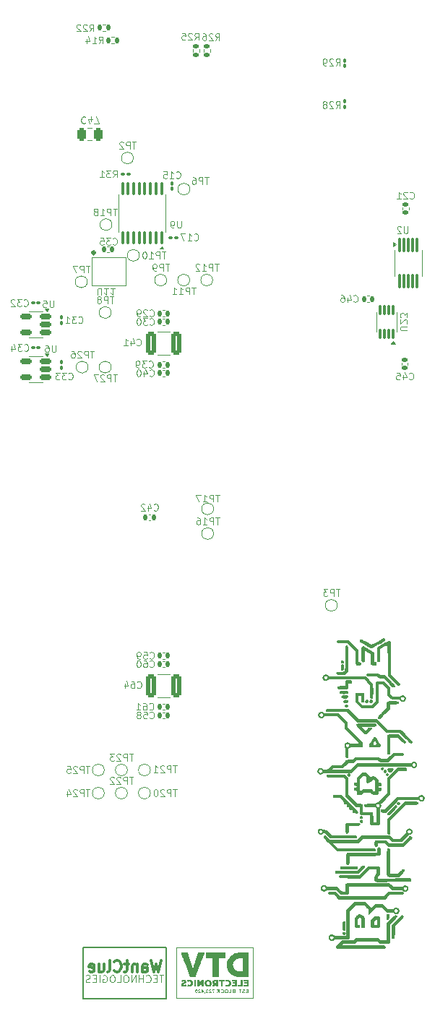
<source format=gbr>
%TF.GenerationSoftware,KiCad,Pcbnew,8.0.4*%
%TF.CreationDate,2024-09-12T18:41:14+02:00*%
%TF.ProjectId,BitForgeNano,42697446-6f72-4676-954e-616e6f2e6b69,rev?*%
%TF.SameCoordinates,Original*%
%TF.FileFunction,Legend,Bot*%
%TF.FilePolarity,Positive*%
%FSLAX46Y46*%
G04 Gerber Fmt 4.6, Leading zero omitted, Abs format (unit mm)*
G04 Created by KiCad (PCBNEW 8.0.4) date 2024-09-12 18:41:14*
%MOMM*%
%LPD*%
G01*
G04 APERTURE LIST*
G04 Aperture macros list*
%AMRoundRect*
0 Rectangle with rounded corners*
0 $1 Rounding radius*
0 $2 $3 $4 $5 $6 $7 $8 $9 X,Y pos of 4 corners*
0 Add a 4 corners polygon primitive as box body*
4,1,4,$2,$3,$4,$5,$6,$7,$8,$9,$2,$3,0*
0 Add four circle primitives for the rounded corners*
1,1,$1+$1,$2,$3*
1,1,$1+$1,$4,$5*
1,1,$1+$1,$6,$7*
1,1,$1+$1,$8,$9*
0 Add four rect primitives between the rounded corners*
20,1,$1+$1,$2,$3,$4,$5,0*
20,1,$1+$1,$4,$5,$6,$7,0*
20,1,$1+$1,$6,$7,$8,$9,0*
20,1,$1+$1,$8,$9,$2,$3,0*%
G04 Aperture macros list end*
%ADD10C,0.100000*%
%ADD11C,0.000000*%
%ADD12C,0.200000*%
%ADD13C,0.125000*%
%ADD14C,0.300000*%
%ADD15C,0.120000*%
%ADD16C,0.303180*%
%ADD17C,3.200000*%
%ADD18C,3.400000*%
%ADD19C,0.650000*%
%ADD20O,2.100000X1.000000*%
%ADD21O,1.800000X1.000000*%
%ADD22C,1.600000*%
%ADD23R,4.000000X2.000000*%
%ADD24O,2.000000X3.500000*%
%ADD25O,3.300000X2.000000*%
%ADD26C,1.295400*%
%ADD27C,1.574800*%
%ADD28R,1.700000X1.700000*%
%ADD29O,1.700000X1.700000*%
%ADD30C,1.000000*%
%ADD31RoundRect,0.135000X0.185000X-0.135000X0.185000X0.135000X-0.185000X0.135000X-0.185000X-0.135000X0*%
%ADD32RoundRect,0.140000X-0.140000X-0.170000X0.140000X-0.170000X0.140000X0.170000X-0.140000X0.170000X0*%
%ADD33RoundRect,0.250000X-0.325000X-1.100000X0.325000X-1.100000X0.325000X1.100000X-0.325000X1.100000X0*%
%ADD34RoundRect,0.100000X0.130000X0.100000X-0.130000X0.100000X-0.130000X-0.100000X0.130000X-0.100000X0*%
%ADD35RoundRect,0.100000X0.100000X-0.637500X0.100000X0.637500X-0.100000X0.637500X-0.100000X-0.637500X0*%
%ADD36RoundRect,0.250000X-0.250000X-0.475000X0.250000X-0.475000X0.250000X0.475000X-0.250000X0.475000X0*%
%ADD37RoundRect,0.087500X-0.087500X0.725000X-0.087500X-0.725000X0.087500X-0.725000X0.087500X0.725000X0*%
%ADD38RoundRect,0.140000X0.170000X-0.140000X0.170000X0.140000X-0.170000X0.140000X-0.170000X-0.140000X0*%
%ADD39RoundRect,0.150000X-0.512500X-0.150000X0.512500X-0.150000X0.512500X0.150000X-0.512500X0.150000X0*%
%ADD40R,1.300000X1.100000*%
%ADD41RoundRect,0.135000X0.135000X0.185000X-0.135000X0.185000X-0.135000X-0.185000X0.135000X-0.185000X0*%
%ADD42RoundRect,0.087500X-0.087500X0.537500X-0.087500X-0.537500X0.087500X-0.537500X0.087500X0.537500X0*%
%ADD43RoundRect,0.140000X-0.170000X0.140000X-0.170000X-0.140000X0.170000X-0.140000X0.170000X0.140000X0*%
%ADD44RoundRect,0.100000X0.100000X-0.130000X0.100000X0.130000X-0.100000X0.130000X-0.100000X-0.130000X0*%
%ADD45RoundRect,0.100000X-0.100000X0.130000X-0.100000X-0.130000X0.100000X-0.130000X0.100000X0.130000X0*%
%ADD46RoundRect,0.135000X-0.185000X0.135000X-0.185000X-0.135000X0.185000X-0.135000X0.185000X0.135000X0*%
G04 APERTURE END LIST*
D10*
X70250000Y-157750000D02*
X79250000Y-157750000D01*
X79250000Y-163750000D01*
X70250000Y-163750000D01*
X70250000Y-157750000D01*
D11*
G36*
X91665856Y-153880813D02*
G01*
X91682729Y-153883512D01*
X91721193Y-153892863D01*
X91764972Y-153906968D01*
X91812889Y-153925213D01*
X91863772Y-153946981D01*
X91916445Y-153971656D01*
X91969734Y-153998622D01*
X92022466Y-154027261D01*
X92073464Y-154056959D01*
X92121556Y-154087099D01*
X92165567Y-154117064D01*
X92204323Y-154146239D01*
X92236648Y-154174006D01*
X92261370Y-154199751D01*
X92270512Y-154211672D01*
X92277312Y-154222856D01*
X92281693Y-154233217D01*
X92285895Y-154249188D01*
X92289903Y-154270426D01*
X92293699Y-154296588D01*
X92297269Y-154327331D01*
X92300596Y-154362313D01*
X92306458Y-154443618D01*
X92311157Y-154537760D01*
X92314566Y-154641994D01*
X92316556Y-154753576D01*
X92317000Y-154869763D01*
X92316773Y-155254901D01*
X92315086Y-155316440D01*
X92311752Y-155366451D01*
X92306275Y-155406117D01*
X92298158Y-155436624D01*
X92292954Y-155448813D01*
X92286903Y-155459156D01*
X92279944Y-155467802D01*
X92272014Y-155474898D01*
X92263051Y-155480593D01*
X92252993Y-155485034D01*
X92229344Y-155490750D01*
X92200568Y-155493229D01*
X92166170Y-155493656D01*
X92078518Y-155493094D01*
X92013184Y-155493382D01*
X91987915Y-155492520D01*
X91976956Y-155491625D01*
X91967047Y-155490339D01*
X91958140Y-155488600D01*
X91950184Y-155486349D01*
X91943129Y-155483525D01*
X91936927Y-155480065D01*
X91931527Y-155475911D01*
X91926879Y-155471000D01*
X91922935Y-155465272D01*
X91919644Y-155458665D01*
X91916956Y-155451120D01*
X91914822Y-155442575D01*
X91913192Y-155432969D01*
X91912017Y-155422241D01*
X91911247Y-155410331D01*
X91910832Y-155397177D01*
X91910868Y-155366896D01*
X91913017Y-155288731D01*
X91914334Y-155239873D01*
X91915283Y-155183849D01*
X91917848Y-154987002D01*
X91919311Y-154930842D01*
X91919971Y-154901828D01*
X91920125Y-154786419D01*
X91919761Y-154672945D01*
X91917955Y-154585563D01*
X91916177Y-154550275D01*
X91913637Y-154519853D01*
X91910202Y-154493746D01*
X91905738Y-154471399D01*
X91900112Y-154452262D01*
X91893189Y-154435781D01*
X91884836Y-154421405D01*
X91874919Y-154408581D01*
X91863304Y-154396757D01*
X91849858Y-154385381D01*
X91816938Y-154361763D01*
X91799356Y-154350611D01*
X91783630Y-154341012D01*
X91769473Y-154333029D01*
X91762894Y-154329663D01*
X91756600Y-154326726D01*
X91750557Y-154324224D01*
X91744728Y-154322167D01*
X91739078Y-154320561D01*
X91733571Y-154319416D01*
X91728171Y-154318739D01*
X91722844Y-154318537D01*
X91717552Y-154318820D01*
X91712262Y-154319594D01*
X91706936Y-154320869D01*
X91701540Y-154322651D01*
X91696039Y-154324950D01*
X91690395Y-154327772D01*
X91684574Y-154331126D01*
X91678540Y-154335021D01*
X91672257Y-154339463D01*
X91665691Y-154344461D01*
X91651563Y-154356157D01*
X91635871Y-154370172D01*
X91618331Y-154386572D01*
X91598656Y-154405418D01*
X91579705Y-154423960D01*
X91562945Y-154441199D01*
X91555346Y-154449476D01*
X91548244Y-154457601D01*
X91541623Y-154465634D01*
X91535466Y-154473631D01*
X91529757Y-154481652D01*
X91524479Y-154489755D01*
X91519616Y-154497996D01*
X91515150Y-154506436D01*
X91511064Y-154515131D01*
X91507343Y-154524140D01*
X91503969Y-154533521D01*
X91500926Y-154543333D01*
X91498196Y-154553633D01*
X91495764Y-154564479D01*
X91493612Y-154575930D01*
X91491724Y-154588043D01*
X91490084Y-154600878D01*
X91488673Y-154614491D01*
X91487477Y-154628942D01*
X91486477Y-154644288D01*
X91485001Y-154677898D01*
X91484112Y-154715788D01*
X91483677Y-154758421D01*
X91483562Y-154806262D01*
X91482161Y-154955984D01*
X91481729Y-155013956D01*
X91482650Y-155060937D01*
X91483892Y-155080369D01*
X91485803Y-155097129D01*
X91488491Y-155111241D01*
X91492068Y-155122731D01*
X91496643Y-155131624D01*
X91502326Y-155137945D01*
X91505617Y-155140149D01*
X91509227Y-155141719D01*
X91517455Y-155142971D01*
X91582298Y-155140993D01*
X91599920Y-155141499D01*
X91617541Y-155143183D01*
X91626263Y-155144588D01*
X91634878Y-155146433D01*
X91643352Y-155148767D01*
X91651649Y-155151638D01*
X91659734Y-155155095D01*
X91667571Y-155159187D01*
X91675125Y-155163962D01*
X91682360Y-155169468D01*
X91689242Y-155175754D01*
X91695735Y-155182870D01*
X91701803Y-155190862D01*
X91707412Y-155199781D01*
X91712526Y-155209674D01*
X91717109Y-155220591D01*
X91721126Y-155232579D01*
X91724543Y-155245687D01*
X91727323Y-155259964D01*
X91729431Y-155275458D01*
X91730831Y-155292219D01*
X91731490Y-155310294D01*
X91731490Y-155328800D01*
X91730930Y-155346027D01*
X91729810Y-155362018D01*
X91728125Y-155376821D01*
X91725875Y-155390479D01*
X91723057Y-155403040D01*
X91719670Y-155414547D01*
X91715711Y-155425047D01*
X91711178Y-155434584D01*
X91706070Y-155443205D01*
X91700384Y-155450954D01*
X91694117Y-155457878D01*
X91687269Y-155464021D01*
X91679837Y-155469429D01*
X91671819Y-155474147D01*
X91663213Y-155478221D01*
X91654017Y-155481697D01*
X91644228Y-155484619D01*
X91633846Y-155487033D01*
X91622867Y-155488984D01*
X91611290Y-155490519D01*
X91599113Y-155491681D01*
X91572949Y-155493073D01*
X91544360Y-155493523D01*
X91513328Y-155493395D01*
X91443875Y-155492856D01*
X91390603Y-155492308D01*
X91343633Y-155490143D01*
X91322387Y-155488211D01*
X91302569Y-155485583D01*
X91284129Y-155482162D01*
X91267017Y-155477849D01*
X91251185Y-155472549D01*
X91236581Y-155466162D01*
X91223158Y-155458593D01*
X91210866Y-155449743D01*
X91199655Y-155439515D01*
X91189476Y-155427812D01*
X91180279Y-155414536D01*
X91172016Y-155399591D01*
X91164636Y-155382878D01*
X91158090Y-155364300D01*
X91152329Y-155343761D01*
X91147304Y-155321161D01*
X91142964Y-155296405D01*
X91139262Y-155269395D01*
X91136146Y-155240033D01*
X91133568Y-155208223D01*
X91129828Y-155136865D01*
X91127646Y-155054542D01*
X91126627Y-154960476D01*
X91126375Y-154853888D01*
X91126375Y-154337950D01*
X91332750Y-154119668D01*
X91353837Y-154097504D01*
X91375321Y-154075741D01*
X91397036Y-154054501D01*
X91418822Y-154033906D01*
X91461951Y-153995141D01*
X91482969Y-153977215D01*
X91503406Y-153960423D01*
X91523099Y-153944886D01*
X91541884Y-153930727D01*
X91559600Y-153918068D01*
X91576084Y-153907030D01*
X91591172Y-153897737D01*
X91604702Y-153890310D01*
X91616512Y-153884872D01*
X91626438Y-153881544D01*
X91637564Y-153879752D01*
X91650752Y-153879534D01*
X91665856Y-153880813D01*
G37*
G36*
X93808416Y-154143691D02*
G01*
X93870293Y-154144970D01*
X93924019Y-154148295D01*
X93948006Y-154151030D01*
X93970170Y-154154643D01*
X93990585Y-154159256D01*
X94009322Y-154164992D01*
X94026453Y-154171971D01*
X94042049Y-154180316D01*
X94056184Y-154190150D01*
X94068929Y-154201594D01*
X94080355Y-154214770D01*
X94090535Y-154229801D01*
X94099540Y-154246809D01*
X94107444Y-154265916D01*
X94114316Y-154287243D01*
X94120231Y-154310913D01*
X94125258Y-154337048D01*
X94129471Y-154365770D01*
X94132942Y-154397201D01*
X94135741Y-154431464D01*
X94139616Y-154508971D01*
X94141671Y-154599267D01*
X94142625Y-154822138D01*
X94142144Y-154989895D01*
X94140268Y-155121654D01*
X94136346Y-155222718D01*
X94133414Y-155263395D01*
X94129727Y-155298387D01*
X94125202Y-155328356D01*
X94119758Y-155353965D01*
X94113315Y-155375877D01*
X94105790Y-155394754D01*
X94097103Y-155411258D01*
X94087171Y-155426054D01*
X94075914Y-155439803D01*
X94063250Y-155453169D01*
X94050572Y-155465179D01*
X94044130Y-155470715D01*
X94037546Y-155475950D01*
X94030764Y-155480892D01*
X94023729Y-155485548D01*
X94016386Y-155489926D01*
X94008680Y-155494035D01*
X94000555Y-155497882D01*
X93991956Y-155501475D01*
X93982828Y-155504823D01*
X93973116Y-155507933D01*
X93962765Y-155510813D01*
X93951718Y-155513472D01*
X93939922Y-155515918D01*
X93927320Y-155518157D01*
X93913859Y-155520199D01*
X93899481Y-155522051D01*
X93884133Y-155523722D01*
X93867758Y-155525219D01*
X93831710Y-155527723D01*
X93790894Y-155529629D01*
X93744870Y-155531000D01*
X93693195Y-155531900D01*
X93635427Y-155532394D01*
X93571125Y-155532544D01*
X93428250Y-155531827D01*
X93391825Y-155531645D01*
X93319410Y-155529300D01*
X93257407Y-155524606D01*
X93230058Y-155521124D01*
X93205008Y-155516750D01*
X93182158Y-155511382D01*
X93161405Y-155504918D01*
X93142650Y-155497256D01*
X93125790Y-155488295D01*
X93110726Y-155477932D01*
X93097355Y-155466067D01*
X93085577Y-155452598D01*
X93075292Y-155437422D01*
X93066397Y-155420438D01*
X93058792Y-155401544D01*
X93052376Y-155380639D01*
X93047047Y-155357620D01*
X93042706Y-155332387D01*
X93039250Y-155304837D01*
X93034593Y-155242379D01*
X93032266Y-155169434D01*
X93031375Y-154988825D01*
X93031375Y-154808203D01*
X93426794Y-154808203D01*
X93426917Y-154825703D01*
X93427716Y-154868889D01*
X93428091Y-154895275D01*
X93428250Y-154925325D01*
X93428250Y-155135669D01*
X93745749Y-155135669D01*
X93745749Y-154838012D01*
X93746438Y-154683492D01*
X93745972Y-154630478D01*
X93745149Y-154609235D01*
X93743785Y-154591196D01*
X93741771Y-154576134D01*
X93738995Y-154563820D01*
X93735346Y-154554026D01*
X93730715Y-154546525D01*
X93724990Y-154541088D01*
X93718061Y-154537487D01*
X93709818Y-154535493D01*
X93700149Y-154534879D01*
X93696533Y-154535183D01*
X93692403Y-154536073D01*
X93687789Y-154537521D01*
X93682723Y-154539497D01*
X93671361Y-154544910D01*
X93658564Y-154552075D01*
X93644584Y-154560753D01*
X93629669Y-154570706D01*
X93614069Y-154581693D01*
X93598033Y-154593478D01*
X93565654Y-154618483D01*
X93534526Y-154643811D01*
X93506646Y-154667551D01*
X93484011Y-154687796D01*
X93471612Y-154699707D01*
X93461104Y-154710373D01*
X93456513Y-154715349D01*
X93452337Y-154720146D01*
X93448560Y-154724806D01*
X93445160Y-154729375D01*
X93442121Y-154733895D01*
X93439423Y-154738410D01*
X93437047Y-154742965D01*
X93434974Y-154747604D01*
X93433186Y-154752369D01*
X93431664Y-154757305D01*
X93430389Y-154762456D01*
X93429341Y-154767865D01*
X93428503Y-154773577D01*
X93427856Y-154779634D01*
X93427380Y-154786082D01*
X93427057Y-154792964D01*
X93426794Y-154808203D01*
X93031375Y-154808203D01*
X93031375Y-154568137D01*
X93241719Y-154353825D01*
X93472422Y-154143481D01*
X93737813Y-154143481D01*
X93808416Y-154143691D01*
G37*
G36*
X93080480Y-128743239D02*
G01*
X93089937Y-128744170D01*
X93099400Y-128745696D01*
X93108848Y-128747795D01*
X93118260Y-128750446D01*
X93127613Y-128753627D01*
X93136886Y-128757317D01*
X93146058Y-128761494D01*
X93155108Y-128766137D01*
X93164014Y-128771224D01*
X93172755Y-128776735D01*
X93181308Y-128782647D01*
X93189654Y-128788939D01*
X93197770Y-128795589D01*
X93213226Y-128809880D01*
X93227507Y-128825349D01*
X93234152Y-128833471D01*
X93240439Y-128841822D01*
X93246347Y-128850383D01*
X93251853Y-128859130D01*
X93256937Y-128868042D01*
X93261576Y-128877099D01*
X93265750Y-128886279D01*
X93269437Y-128895559D01*
X93272616Y-128904919D01*
X93275265Y-128914338D01*
X93277362Y-128923793D01*
X93278887Y-128933264D01*
X93279817Y-128942728D01*
X93280132Y-128952165D01*
X93279794Y-128960292D01*
X93278801Y-128968921D01*
X93277183Y-128977967D01*
X93274971Y-128987344D01*
X93272195Y-128996966D01*
X93268886Y-129006747D01*
X93265075Y-129016602D01*
X93260792Y-129026445D01*
X93256069Y-129036189D01*
X93250935Y-129045750D01*
X93245421Y-129055041D01*
X93239558Y-129063977D01*
X93233376Y-129072472D01*
X93226907Y-129080439D01*
X93220180Y-129087794D01*
X93213227Y-129094450D01*
X93201182Y-129105966D01*
X93188608Y-129116207D01*
X93175566Y-129125198D01*
X93162116Y-129132962D01*
X93148316Y-129139525D01*
X93134226Y-129144911D01*
X93119907Y-129149145D01*
X93105418Y-129152251D01*
X93090819Y-129154253D01*
X93076169Y-129155177D01*
X93061529Y-129155046D01*
X93046957Y-129153885D01*
X93032514Y-129151719D01*
X93018259Y-129148573D01*
X93004253Y-129144470D01*
X92990554Y-129139435D01*
X92977223Y-129133493D01*
X92964319Y-129126668D01*
X92951902Y-129118985D01*
X92940031Y-129110468D01*
X92928767Y-129101142D01*
X92918170Y-129091032D01*
X92908298Y-129080161D01*
X92899211Y-129068555D01*
X92890970Y-129056238D01*
X92883634Y-129043234D01*
X92877263Y-129029568D01*
X92871916Y-129015264D01*
X92867654Y-129000348D01*
X92864535Y-128984843D01*
X92862620Y-128968774D01*
X92861969Y-128952165D01*
X92862284Y-128942728D01*
X92863214Y-128933264D01*
X92864739Y-128923793D01*
X92866836Y-128914338D01*
X92869485Y-128904919D01*
X92872664Y-128895559D01*
X92876351Y-128886279D01*
X92880525Y-128877099D01*
X92885164Y-128868042D01*
X92890248Y-128859130D01*
X92895754Y-128850383D01*
X92901662Y-128841822D01*
X92907949Y-128833471D01*
X92914594Y-128825349D01*
X92928875Y-128809880D01*
X92944331Y-128795589D01*
X92952447Y-128788939D01*
X92960792Y-128782647D01*
X92969346Y-128776735D01*
X92978087Y-128771224D01*
X92986992Y-128766137D01*
X92996042Y-128761494D01*
X93005215Y-128757317D01*
X93014488Y-128753627D01*
X93023841Y-128750446D01*
X93033252Y-128747795D01*
X93042700Y-128745696D01*
X93052163Y-128744170D01*
X93061620Y-128743239D01*
X93071050Y-128742924D01*
X93080480Y-128743239D01*
G37*
G36*
X95102832Y-146166616D02*
G01*
X95111015Y-146167558D01*
X95119594Y-146169094D01*
X95128487Y-146171194D01*
X95137612Y-146173828D01*
X95146889Y-146176969D01*
X95156235Y-146180586D01*
X95165570Y-146184650D01*
X95174812Y-146189133D01*
X95183879Y-146194006D01*
X95192690Y-146199239D01*
X95201165Y-146204804D01*
X95209220Y-146210671D01*
X95216776Y-146216811D01*
X95223750Y-146223195D01*
X95230062Y-146229795D01*
X95235133Y-146235067D01*
X95239932Y-146241320D01*
X95244466Y-146248723D01*
X95248743Y-146257444D01*
X95252770Y-146267650D01*
X95256555Y-146279510D01*
X95260104Y-146293190D01*
X95263425Y-146308860D01*
X95266524Y-146326686D01*
X95269411Y-146346837D01*
X95274571Y-146394784D01*
X95278964Y-146454045D01*
X95282648Y-146525962D01*
X95285681Y-146611879D01*
X95288121Y-146713137D01*
X95290026Y-146831080D01*
X95291454Y-146967052D01*
X95293112Y-147298450D01*
X95293562Y-147718076D01*
X95293562Y-149142856D01*
X96178594Y-149142856D01*
X96468312Y-148865044D01*
X96521490Y-148813716D01*
X96569663Y-148768259D01*
X96613219Y-148728500D01*
X96652549Y-148694263D01*
X96688042Y-148665376D01*
X96720088Y-148641662D01*
X96749075Y-148622948D01*
X96762544Y-148615411D01*
X96775394Y-148609059D01*
X96787675Y-148603870D01*
X96799435Y-148599822D01*
X96810722Y-148596892D01*
X96821585Y-148595060D01*
X96832074Y-148594304D01*
X96842236Y-148594601D01*
X96852121Y-148595930D01*
X96861777Y-148598270D01*
X96871252Y-148601597D01*
X96880596Y-148605891D01*
X96889857Y-148611130D01*
X96899084Y-148617292D01*
X96917630Y-148632297D01*
X96936624Y-148650732D01*
X96947294Y-148661855D01*
X96956965Y-148672931D01*
X96965614Y-148684006D01*
X96973219Y-148695124D01*
X96979757Y-148706333D01*
X96985206Y-148717678D01*
X96989543Y-148729205D01*
X96992745Y-148740959D01*
X96994791Y-148752986D01*
X96995657Y-148765332D01*
X96995321Y-148778043D01*
X96993761Y-148791165D01*
X96990953Y-148804743D01*
X96986876Y-148818823D01*
X96981507Y-148833451D01*
X96974824Y-148848673D01*
X96966803Y-148864534D01*
X96957423Y-148881080D01*
X96946660Y-148898358D01*
X96934493Y-148916413D01*
X96920899Y-148935290D01*
X96905854Y-148955035D01*
X96889338Y-148975695D01*
X96871327Y-148997314D01*
X96851798Y-149019940D01*
X96830729Y-149043617D01*
X96783882Y-149094308D01*
X96730606Y-149149755D01*
X96670719Y-149210324D01*
X96341312Y-149539731D01*
X95682500Y-149539731D01*
X95496333Y-149539119D01*
X95345838Y-149537065D01*
X95226876Y-149533243D01*
X95135308Y-149527329D01*
X95066995Y-149518996D01*
X95040265Y-149513821D01*
X95017796Y-149507919D01*
X94999071Y-149501250D01*
X94983573Y-149493773D01*
X94970785Y-149485447D01*
X94960187Y-149476231D01*
X94955117Y-149470910D01*
X94950318Y-149464499D01*
X94945784Y-149456812D01*
X94941506Y-149447667D01*
X94937479Y-149436880D01*
X94933695Y-149424266D01*
X94930146Y-149409643D01*
X94926825Y-149392826D01*
X94923725Y-149373630D01*
X94920839Y-149351874D01*
X94915679Y-149299940D01*
X94911285Y-149235553D01*
X94907601Y-149157243D01*
X94904569Y-149063538D01*
X94902129Y-148952969D01*
X94900224Y-148824063D01*
X94898796Y-148675350D01*
X94897137Y-148312620D01*
X94896687Y-147853012D01*
X94898796Y-147030676D01*
X94902129Y-146753057D01*
X94907601Y-146548783D01*
X94915679Y-146406086D01*
X94926825Y-146313201D01*
X94941506Y-146258359D01*
X94950318Y-146241528D01*
X94960187Y-146229795D01*
X94966499Y-146223195D01*
X94973473Y-146216811D01*
X94981029Y-146210671D01*
X94989085Y-146204804D01*
X94997559Y-146199239D01*
X95006370Y-146194006D01*
X95015438Y-146189133D01*
X95024679Y-146184650D01*
X95034014Y-146180586D01*
X95043360Y-146176969D01*
X95052637Y-146173828D01*
X95061762Y-146171194D01*
X95070655Y-146169094D01*
X95079234Y-146167558D01*
X95087418Y-146166616D01*
X95095125Y-146166295D01*
X95102832Y-146166616D01*
G37*
D12*
X59350000Y-157800000D02*
X69050000Y-157800000D01*
X69050000Y-163800000D01*
X59350000Y-163800000D01*
X59350000Y-157800000D01*
D11*
G36*
X97594821Y-143887125D02*
G01*
X97628396Y-143890876D01*
X97660995Y-143897010D01*
X97692175Y-143905534D01*
X97707095Y-143910693D01*
X97721495Y-143916452D01*
X97735319Y-143922812D01*
X97748513Y-143929772D01*
X97761020Y-143937334D01*
X97772787Y-143945499D01*
X97783756Y-143954267D01*
X97793875Y-143963638D01*
X97801582Y-143971771D01*
X97809070Y-143980517D01*
X97823353Y-143999698D01*
X97836648Y-144020879D01*
X97848879Y-144043758D01*
X97859971Y-144068032D01*
X97869847Y-144093398D01*
X97878433Y-144119556D01*
X97885652Y-144146201D01*
X97891430Y-144173033D01*
X97895691Y-144199748D01*
X97898358Y-144226045D01*
X97899357Y-144251621D01*
X97898612Y-144276174D01*
X97896047Y-144299401D01*
X97894059Y-144310423D01*
X97891587Y-144321000D01*
X97888623Y-144331095D01*
X97885156Y-144340669D01*
X97881024Y-144351115D01*
X97876805Y-144360888D01*
X97872489Y-144370016D01*
X97868065Y-144378527D01*
X97863523Y-144386447D01*
X97858853Y-144393802D01*
X97854043Y-144400621D01*
X97849084Y-144406929D01*
X97843965Y-144412755D01*
X97838675Y-144418124D01*
X97833204Y-144423064D01*
X97827542Y-144427602D01*
X97821677Y-144431764D01*
X97815600Y-144435578D01*
X97809299Y-144439071D01*
X97802765Y-144442270D01*
X97795987Y-144445201D01*
X97788954Y-144447891D01*
X97781655Y-144450368D01*
X97774081Y-144452659D01*
X97758065Y-144456788D01*
X97740819Y-144460495D01*
X97657865Y-144475409D01*
X97649008Y-144477465D01*
X97639548Y-144480645D01*
X97629482Y-144484934D01*
X97618805Y-144490315D01*
X97607514Y-144496773D01*
X97595605Y-144504291D01*
X97571475Y-144521341D01*
X97569914Y-144522444D01*
X97541702Y-144544646D01*
X97510934Y-144570768D01*
X97477581Y-144600681D01*
X97441608Y-144634258D01*
X97402985Y-144671369D01*
X97361678Y-144711887D01*
X97270886Y-144802626D01*
X97055687Y-145019326D01*
X96623093Y-145451919D01*
X95567406Y-145451919D01*
X95365000Y-145261419D01*
X95166563Y-145074888D01*
X93630656Y-145062982D01*
X92098719Y-145051076D01*
X91840750Y-145309044D01*
X91586750Y-145570983D01*
X88649875Y-145570983D01*
X89237250Y-146166295D01*
X91372437Y-146166295D01*
X92500554Y-146168403D01*
X93152422Y-146177209D01*
X93341619Y-146185286D01*
X93461984Y-146196432D01*
X93530259Y-146211114D01*
X93563187Y-146229795D01*
X93569787Y-146236106D01*
X93576171Y-146243081D01*
X93582311Y-146250636D01*
X93588178Y-146258692D01*
X93593743Y-146267166D01*
X93598976Y-146275978D01*
X93603849Y-146285045D01*
X93608332Y-146294287D01*
X93612397Y-146303622D01*
X93616014Y-146312968D01*
X93619154Y-146322245D01*
X93621789Y-146331370D01*
X93623888Y-146340263D01*
X93625424Y-146348842D01*
X93626367Y-146357025D01*
X93626687Y-146364732D01*
X93626367Y-146372439D01*
X93625424Y-146380623D01*
X93623888Y-146389202D01*
X93621789Y-146398095D01*
X93619154Y-146407220D01*
X93616014Y-146416497D01*
X93612397Y-146425843D01*
X93608332Y-146435178D01*
X93603849Y-146444419D01*
X93598976Y-146453487D01*
X93593743Y-146462298D01*
X93588178Y-146470772D01*
X93582311Y-146478828D01*
X93576171Y-146486384D01*
X93569787Y-146493358D01*
X93563187Y-146499669D01*
X93557339Y-146504740D01*
X93550032Y-146509539D01*
X93540990Y-146514073D01*
X93529941Y-146518350D01*
X93516610Y-146522377D01*
X93500723Y-146526162D01*
X93482006Y-146529711D01*
X93460186Y-146533032D01*
X93406138Y-146539018D01*
X93336387Y-146544178D01*
X93248742Y-146548571D01*
X93141011Y-146552255D01*
X93011003Y-146555288D01*
X92856525Y-146557728D01*
X92675386Y-146559633D01*
X92465394Y-146561061D01*
X91950084Y-146562720D01*
X91293062Y-146563169D01*
X89086437Y-146563169D01*
X88320469Y-145801169D01*
X88015594Y-145494614D01*
X87754148Y-145227387D01*
X87650091Y-145118556D01*
X87569348Y-145031598D01*
X87516071Y-144970526D01*
X87501030Y-144950953D01*
X87494413Y-144939356D01*
X87491773Y-144929330D01*
X87489792Y-144919349D01*
X87488454Y-144909423D01*
X87487740Y-144899560D01*
X87487633Y-144889768D01*
X87488116Y-144880055D01*
X87489171Y-144870432D01*
X87490780Y-144860905D01*
X87492925Y-144851484D01*
X87495589Y-144842177D01*
X87498754Y-144832993D01*
X87502403Y-144823941D01*
X87506517Y-144815029D01*
X87511080Y-144806265D01*
X87516074Y-144797659D01*
X87521480Y-144789218D01*
X87533462Y-144772869D01*
X87546883Y-144757285D01*
X87561603Y-144742537D01*
X87577482Y-144728693D01*
X87594376Y-144715821D01*
X87612147Y-144703991D01*
X87630652Y-144693270D01*
X87649750Y-144683728D01*
X87657420Y-144680610D01*
X87664833Y-144677967D01*
X87672036Y-144675820D01*
X87679073Y-144674188D01*
X87685992Y-144673093D01*
X87692837Y-144672553D01*
X87699655Y-144672590D01*
X87706490Y-144673223D01*
X87713390Y-144674474D01*
X87720400Y-144676361D01*
X87727564Y-144678906D01*
X87734931Y-144682129D01*
X87742544Y-144686050D01*
X87750450Y-144690689D01*
X87758695Y-144696066D01*
X87767324Y-144702203D01*
X87776384Y-144709118D01*
X87785919Y-144716833D01*
X87795976Y-144725367D01*
X87806601Y-144734741D01*
X87829736Y-144756089D01*
X87855691Y-144781040D01*
X87884832Y-144809755D01*
X87917525Y-144842397D01*
X87995032Y-144920108D01*
X88245062Y-145174107D01*
X91416093Y-145174107D01*
X91666125Y-144935982D01*
X91912187Y-144697858D01*
X95337219Y-144697858D01*
X95718219Y-145055045D01*
X96464343Y-145055045D01*
X96829469Y-144685950D01*
X97017705Y-144495935D01*
X97095818Y-144415719D01*
X97162447Y-144344301D01*
X97191265Y-144311642D01*
X97216984Y-144280883D01*
X97220547Y-144276306D01*
X97304105Y-144276306D01*
X97305697Y-144291898D01*
X97309064Y-144306784D01*
X97314294Y-144320854D01*
X97321475Y-144334002D01*
X97330664Y-144346582D01*
X97341765Y-144358278D01*
X97354633Y-144369090D01*
X97369123Y-144379020D01*
X97385091Y-144388068D01*
X97402393Y-144396235D01*
X97420884Y-144403522D01*
X97440419Y-144409929D01*
X97482045Y-144420109D01*
X97526116Y-144426781D01*
X97571475Y-144429953D01*
X97616967Y-144429629D01*
X97661436Y-144425817D01*
X97703726Y-144418524D01*
X97723692Y-144413574D01*
X97742680Y-144407756D01*
X97760546Y-144401070D01*
X97777144Y-144393519D01*
X97792331Y-144385101D01*
X97805962Y-144375820D01*
X97817892Y-144365674D01*
X97827977Y-144354665D01*
X97836072Y-144342794D01*
X97842033Y-144330061D01*
X97845716Y-144316468D01*
X97846976Y-144302015D01*
X97846420Y-144297711D01*
X97844796Y-144292291D01*
X97838605Y-144278412D01*
X97828922Y-144260991D01*
X97816268Y-144240641D01*
X97801161Y-144217977D01*
X97784122Y-144193612D01*
X97746328Y-144142232D01*
X97707047Y-144091411D01*
X97670436Y-144046056D01*
X97640657Y-144011077D01*
X97629629Y-143999011D01*
X97621868Y-143991381D01*
X97609585Y-143982902D01*
X97596607Y-143976741D01*
X97583021Y-143972791D01*
X97568917Y-143970942D01*
X97554382Y-143971088D01*
X97539505Y-143973119D01*
X97524373Y-143976928D01*
X97509076Y-143982407D01*
X97493700Y-143989449D01*
X97478335Y-143997944D01*
X97463069Y-144007784D01*
X97447990Y-144018863D01*
X97433185Y-144031071D01*
X97418744Y-144044301D01*
X97404754Y-144058445D01*
X97391304Y-144073395D01*
X97378482Y-144089042D01*
X97366376Y-144105278D01*
X97355074Y-144121996D01*
X97344665Y-144139088D01*
X97335236Y-144156445D01*
X97326877Y-144173960D01*
X97319674Y-144191524D01*
X97313717Y-144209030D01*
X97309093Y-144226369D01*
X97305891Y-144243433D01*
X97304199Y-144260115D01*
X97304105Y-144276306D01*
X97220547Y-144276306D01*
X97239527Y-144251924D01*
X97258819Y-144224666D01*
X97274783Y-144199009D01*
X97287344Y-144174852D01*
X97296424Y-144152097D01*
X97301948Y-144130644D01*
X97303278Y-144123283D01*
X97304305Y-144116079D01*
X97305560Y-144102136D01*
X97305915Y-144088792D01*
X97305576Y-144076024D01*
X97304746Y-144063811D01*
X97303629Y-144052130D01*
X97301353Y-144030274D01*
X97300601Y-144020055D01*
X97300378Y-144010279D01*
X97300890Y-144000923D01*
X97301484Y-143996396D01*
X97302339Y-143991965D01*
X97303479Y-143987629D01*
X97304930Y-143983384D01*
X97306717Y-143979226D01*
X97308866Y-143975155D01*
X97311403Y-143971166D01*
X97314353Y-143967258D01*
X97317741Y-143963426D01*
X97321593Y-143959669D01*
X97332432Y-143950658D01*
X97344076Y-143942230D01*
X97356471Y-143934384D01*
X97369559Y-143927121D01*
X97383288Y-143920443D01*
X97397600Y-143914350D01*
X97427757Y-143903921D01*
X97459589Y-143895841D01*
X97492652Y-143890116D01*
X97526507Y-143886751D01*
X97560710Y-143885752D01*
X97594821Y-143887125D01*
G37*
G36*
X87210812Y-130229983D02*
G01*
X87223793Y-130230622D01*
X87236729Y-130231902D01*
X87249601Y-130233828D01*
X87262391Y-130236404D01*
X87275080Y-130239635D01*
X87287649Y-130243525D01*
X87300079Y-130248078D01*
X87312351Y-130253300D01*
X87324447Y-130259195D01*
X87336347Y-130265766D01*
X87348034Y-130273019D01*
X87359488Y-130280958D01*
X87370690Y-130289588D01*
X87381621Y-130298913D01*
X87394913Y-130310497D01*
X87407955Y-130321123D01*
X87420889Y-130330824D01*
X87433860Y-130339634D01*
X87447011Y-130347586D01*
X87460487Y-130354714D01*
X87474430Y-130361050D01*
X87488984Y-130366627D01*
X87504294Y-130371480D01*
X87520502Y-130375641D01*
X87537753Y-130379144D01*
X87556191Y-130382022D01*
X87575958Y-130384308D01*
X87597198Y-130386035D01*
X87620056Y-130387237D01*
X87644675Y-130387948D01*
X87699771Y-130388025D01*
X87763634Y-130386535D01*
X87837416Y-130383741D01*
X87922264Y-130379912D01*
X88129760Y-130370210D01*
X88254707Y-130364869D01*
X88395320Y-130359558D01*
X89269555Y-130357214D01*
X89796844Y-130850887D01*
X90332625Y-131378729D01*
X90332625Y-132021668D01*
X92078875Y-133759979D01*
X92078875Y-133970326D01*
X92079228Y-134080459D01*
X92078335Y-134128744D01*
X92077231Y-134151167D01*
X92075541Y-134172435D01*
X92073154Y-134192539D01*
X92069957Y-134211474D01*
X92065840Y-134229232D01*
X92060692Y-134245807D01*
X92054401Y-134261191D01*
X92046856Y-134275377D01*
X92037946Y-134288359D01*
X92027559Y-134300129D01*
X92021321Y-134306575D01*
X92015874Y-134312533D01*
X92006593Y-134323060D01*
X92002378Y-134327668D01*
X91998194Y-134331865D01*
X91993849Y-134335670D01*
X91989154Y-134339103D01*
X91983918Y-134342183D01*
X91977952Y-134344929D01*
X91971064Y-134347362D01*
X91963065Y-134349499D01*
X91953763Y-134351362D01*
X91942970Y-134352969D01*
X91930495Y-134354339D01*
X91916146Y-134355492D01*
X91899735Y-134356447D01*
X91881071Y-134357225D01*
X91859963Y-134357843D01*
X91836222Y-134358322D01*
X91780077Y-134358939D01*
X91711113Y-134359231D01*
X91528643Y-134359461D01*
X91412091Y-134359710D01*
X91276632Y-134360254D01*
X90969341Y-134358073D01*
X90746013Y-134354468D01*
X90661694Y-134355209D01*
X90593396Y-134359289D01*
X90539464Y-134367939D01*
X90517367Y-134374362D01*
X90498241Y-134382390D01*
X90481877Y-134392176D01*
X90468070Y-134403874D01*
X90456611Y-134417639D01*
X90447295Y-134433623D01*
X90439913Y-134451982D01*
X90434259Y-134472868D01*
X90427307Y-134522841D01*
X90424781Y-134584773D01*
X90425025Y-134659896D01*
X90427200Y-134854641D01*
X90426689Y-135096554D01*
X90423946Y-135282039D01*
X90421157Y-135355950D01*
X90417112Y-135418548D01*
X90411579Y-135470764D01*
X90404326Y-135513530D01*
X90395119Y-135547777D01*
X90383728Y-135574436D01*
X90369918Y-135594439D01*
X90353458Y-135608716D01*
X90334115Y-135618200D01*
X90311657Y-135623821D01*
X90285851Y-135626510D01*
X90260270Y-135627110D01*
X90256465Y-135627200D01*
X90226692Y-135627061D01*
X90199798Y-135625964D01*
X90187390Y-135624738D01*
X90175655Y-135622889D01*
X90164577Y-135620291D01*
X90154139Y-135616816D01*
X90144326Y-135612336D01*
X90135122Y-135606724D01*
X90126511Y-135599852D01*
X90118478Y-135591593D01*
X90111007Y-135581819D01*
X90104082Y-135570403D01*
X90097687Y-135557217D01*
X90091806Y-135542134D01*
X90086425Y-135525026D01*
X90081526Y-135505765D01*
X90077094Y-135484225D01*
X90073114Y-135460277D01*
X90069569Y-135433794D01*
X90066444Y-135404649D01*
X90063723Y-135372713D01*
X90061390Y-135337860D01*
X90059430Y-135299962D01*
X90057826Y-135258891D01*
X90055626Y-135166722D01*
X90054664Y-135060332D01*
X90054812Y-134938700D01*
X90056923Y-134671591D01*
X90057274Y-134553850D01*
X90056097Y-134448281D01*
X90052597Y-134356107D01*
X90045978Y-134278550D01*
X90041250Y-134245634D01*
X90035445Y-134216832D01*
X90028463Y-134192294D01*
X90020205Y-134172175D01*
X90006947Y-134145818D01*
X90006914Y-134145749D01*
X90090351Y-134145749D01*
X90090530Y-134162804D01*
X90091655Y-134179698D01*
X90093725Y-134196336D01*
X90096740Y-134212623D01*
X90100698Y-134228463D01*
X90105597Y-134243760D01*
X90111437Y-134258420D01*
X90118216Y-134272345D01*
X90125933Y-134285442D01*
X90134798Y-134297690D01*
X90144953Y-134308418D01*
X90156295Y-134317670D01*
X90168721Y-134325489D01*
X90182128Y-134331917D01*
X90196413Y-134336999D01*
X90211473Y-134340776D01*
X90227204Y-134343293D01*
X90243504Y-134344592D01*
X90260270Y-134344717D01*
X90277398Y-134343711D01*
X90294786Y-134341617D01*
X90312330Y-134338479D01*
X90329928Y-134334338D01*
X90347476Y-134329240D01*
X90364871Y-134323226D01*
X90382011Y-134316340D01*
X90398791Y-134308625D01*
X90415110Y-134300124D01*
X90430864Y-134290881D01*
X90445949Y-134280939D01*
X90460264Y-134270340D01*
X90473704Y-134259129D01*
X90486167Y-134247348D01*
X90497550Y-134235040D01*
X90507750Y-134222249D01*
X90516663Y-134209017D01*
X90524187Y-134195389D01*
X90530218Y-134181406D01*
X90534653Y-134167113D01*
X90537390Y-134152552D01*
X90538325Y-134137767D01*
X90537876Y-134133755D01*
X90536564Y-134129186D01*
X90534440Y-134124100D01*
X90531555Y-134118537D01*
X90523707Y-134106134D01*
X90513434Y-134092294D01*
X90501144Y-134077331D01*
X90487250Y-134061562D01*
X90472162Y-134045301D01*
X90456291Y-134028865D01*
X90423844Y-133996725D01*
X90393196Y-133967668D01*
X90367633Y-133944216D01*
X90350445Y-133928892D01*
X90328501Y-133923274D01*
X90307533Y-133919693D01*
X90287539Y-133918053D01*
X90268518Y-133918259D01*
X90250469Y-133920214D01*
X90233391Y-133923823D01*
X90217282Y-133928992D01*
X90202142Y-133935624D01*
X90187968Y-133943623D01*
X90174760Y-133952895D01*
X90162516Y-133963344D01*
X90151235Y-133974874D01*
X90140916Y-133987390D01*
X90131558Y-134000796D01*
X90123159Y-134014996D01*
X90115718Y-134029896D01*
X90109234Y-134045400D01*
X90103705Y-134061411D01*
X90099131Y-134077836D01*
X90095510Y-134094577D01*
X90092840Y-134111540D01*
X90091121Y-134128629D01*
X90090351Y-134145749D01*
X90006914Y-134145749D01*
X89995492Y-134121652D01*
X89985901Y-134099437D01*
X89978236Y-134078935D01*
X89975144Y-134069250D01*
X89972557Y-134059903D01*
X89970482Y-134050864D01*
X89968926Y-134042104D01*
X89967898Y-134033591D01*
X89967406Y-134025295D01*
X89967455Y-134017188D01*
X89968056Y-134009239D01*
X89969214Y-134001417D01*
X89970938Y-133993694D01*
X89973236Y-133986038D01*
X89976115Y-133978421D01*
X89979582Y-133970811D01*
X89983646Y-133963179D01*
X89988315Y-133955495D01*
X89993595Y-133947729D01*
X89999494Y-133939850D01*
X90006021Y-133931830D01*
X90020986Y-133915243D01*
X90038553Y-133897728D01*
X90058781Y-133879044D01*
X90068706Y-133870476D01*
X90079109Y-133862624D01*
X90089960Y-133855476D01*
X90101224Y-133849022D01*
X90112869Y-133843250D01*
X90124863Y-133838148D01*
X90137172Y-133833706D01*
X90149765Y-133829912D01*
X90162607Y-133826755D01*
X90175667Y-133824224D01*
X90188912Y-133822306D01*
X90202309Y-133820992D01*
X90229428Y-133820126D01*
X90256762Y-133821537D01*
X90284050Y-133825134D01*
X90311029Y-133830826D01*
X90337438Y-133838524D01*
X90363015Y-133848136D01*
X90387499Y-133859573D01*
X90410626Y-133872744D01*
X90432136Y-133887559D01*
X90442203Y-133895555D01*
X90451767Y-133903928D01*
X90458377Y-133908927D01*
X90465581Y-133913518D01*
X90473416Y-133917717D01*
X90481917Y-133921540D01*
X90491121Y-133925004D01*
X90501065Y-133928124D01*
X90511784Y-133930919D01*
X90523316Y-133933402D01*
X90548962Y-133937505D01*
X90578292Y-133940564D01*
X90611599Y-133942709D01*
X90649173Y-133944073D01*
X90691304Y-133944785D01*
X90738284Y-133944977D01*
X90847955Y-133944324D01*
X90980511Y-133943164D01*
X91138281Y-133942545D01*
X91247104Y-133941994D01*
X91348811Y-133940374D01*
X91441123Y-133937731D01*
X91521762Y-133934111D01*
X91588447Y-133929561D01*
X91638902Y-133924127D01*
X91657330Y-133921093D01*
X91670845Y-133917856D01*
X91679164Y-133914421D01*
X91681285Y-133912631D01*
X91682000Y-133910794D01*
X91677470Y-133903336D01*
X91664179Y-133887222D01*
X91613105Y-133830861D01*
X91532358Y-133745385D01*
X91425519Y-133634469D01*
X91296171Y-133501787D01*
X91147893Y-133351014D01*
X90808875Y-133009888D01*
X89935750Y-132136763D01*
X89935750Y-131541451D01*
X89122157Y-130727856D01*
X88352219Y-130727856D01*
X87903850Y-130725097D01*
X87751955Y-130724026D01*
X87638360Y-130725277D01*
X87555648Y-130730434D01*
X87523554Y-130734973D01*
X87496398Y-130741084D01*
X87473253Y-130748964D01*
X87453192Y-130758812D01*
X87435287Y-130770826D01*
X87418611Y-130785204D01*
X87393533Y-130807168D01*
X87367515Y-130826862D01*
X87340712Y-130844199D01*
X87313277Y-130859091D01*
X87299372Y-130865594D01*
X87285366Y-130871452D01*
X87271279Y-130876655D01*
X87257131Y-130881192D01*
X87242941Y-130885052D01*
X87228727Y-130888224D01*
X87214511Y-130890697D01*
X87200309Y-130892460D01*
X87186143Y-130893503D01*
X87172031Y-130893813D01*
X87159928Y-130893440D01*
X87157992Y-130893381D01*
X87144046Y-130892195D01*
X87130212Y-130890244D01*
X87116509Y-130887517D01*
X87102956Y-130884004D01*
X87089574Y-130879692D01*
X87076380Y-130874573D01*
X87063395Y-130868633D01*
X87050638Y-130861863D01*
X87038127Y-130854252D01*
X87025882Y-130845787D01*
X87013923Y-130836460D01*
X87002269Y-130826257D01*
X86990938Y-130815170D01*
X86979765Y-130803621D01*
X86969312Y-130791330D01*
X86959580Y-130778348D01*
X86950569Y-130764723D01*
X86942278Y-130750506D01*
X86934709Y-130735744D01*
X86927860Y-130720489D01*
X86921733Y-130704789D01*
X86916326Y-130688693D01*
X86911640Y-130672252D01*
X86907676Y-130655514D01*
X86904432Y-130638529D01*
X86900106Y-130604016D01*
X86898664Y-130569107D01*
X86900106Y-130534198D01*
X86904432Y-130499685D01*
X86907676Y-130482700D01*
X86910861Y-130469251D01*
X86997645Y-130469251D01*
X86998813Y-130485520D01*
X87002176Y-130505602D01*
X87007520Y-130528824D01*
X87014630Y-130554518D01*
X87023293Y-130582012D01*
X87033295Y-130610634D01*
X87044423Y-130639715D01*
X87056462Y-130668583D01*
X87069199Y-130696567D01*
X87082419Y-130722997D01*
X87095910Y-130747201D01*
X87109456Y-130768509D01*
X87122845Y-130786249D01*
X87129414Y-130793572D01*
X87135863Y-130799752D01*
X87142165Y-130804704D01*
X87148295Y-130808345D01*
X87154224Y-130810591D01*
X87159928Y-130811359D01*
X87165957Y-130810968D01*
X87172839Y-130809821D01*
X87188883Y-130805398D01*
X87207514Y-130798376D01*
X87228184Y-130789041D01*
X87250345Y-130777678D01*
X87273450Y-130764574D01*
X87296953Y-130750015D01*
X87320305Y-130734286D01*
X87342959Y-130717673D01*
X87364368Y-130700462D01*
X87383986Y-130682940D01*
X87401263Y-130665392D01*
X87415654Y-130648103D01*
X87421596Y-130639646D01*
X87426611Y-130631361D01*
X87430631Y-130623284D01*
X87433587Y-130615450D01*
X87435410Y-130607896D01*
X87436033Y-130600657D01*
X87435811Y-130592400D01*
X87435147Y-130582659D01*
X87434044Y-130571661D01*
X87432505Y-130559631D01*
X87430534Y-130546793D01*
X87428135Y-130533373D01*
X87425310Y-130519595D01*
X87422063Y-130505686D01*
X87418398Y-130491870D01*
X87414317Y-130478371D01*
X87409825Y-130465416D01*
X87404924Y-130453229D01*
X87399619Y-130442036D01*
X87393911Y-130432061D01*
X87390908Y-130427601D01*
X87387805Y-130423530D01*
X87384604Y-130419877D01*
X87381304Y-130416668D01*
X87374965Y-130409989D01*
X87367931Y-130403382D01*
X87360322Y-130396895D01*
X87352258Y-130390578D01*
X87343857Y-130384482D01*
X87335238Y-130378655D01*
X87326521Y-130373147D01*
X87317824Y-130368009D01*
X87309267Y-130363289D01*
X87300968Y-130359037D01*
X87293047Y-130355303D01*
X87285623Y-130352137D01*
X87278814Y-130349588D01*
X87272740Y-130347706D01*
X87267520Y-130346540D01*
X87263273Y-130346140D01*
X87250480Y-130346695D01*
X87234768Y-130348338D01*
X87216654Y-130351040D01*
X87196654Y-130354773D01*
X87175286Y-130359506D01*
X87153066Y-130365211D01*
X87130510Y-130371859D01*
X87108135Y-130379419D01*
X87086458Y-130387863D01*
X87065995Y-130397161D01*
X87047262Y-130407285D01*
X87030778Y-130418204D01*
X87023539Y-130423953D01*
X87017057Y-130429889D01*
X87011394Y-130436010D01*
X87006617Y-130442312D01*
X87002788Y-130448791D01*
X86999974Y-130455442D01*
X86998238Y-130462264D01*
X86997645Y-130469251D01*
X86910861Y-130469251D01*
X86911640Y-130465962D01*
X86916326Y-130449520D01*
X86921733Y-130433425D01*
X86927860Y-130417725D01*
X86934709Y-130402469D01*
X86942278Y-130387708D01*
X86950569Y-130373490D01*
X86959580Y-130359866D01*
X86969312Y-130346884D01*
X86979765Y-130334593D01*
X86990938Y-130323044D01*
X87001509Y-130312905D01*
X87012374Y-130303327D01*
X87023514Y-130294313D01*
X87034910Y-130285870D01*
X87046543Y-130278001D01*
X87058395Y-130270710D01*
X87070446Y-130264002D01*
X87082678Y-130257882D01*
X87095072Y-130252354D01*
X87107610Y-130247423D01*
X87120272Y-130243092D01*
X87133040Y-130239367D01*
X87145894Y-130236252D01*
X87158817Y-130233752D01*
X87171789Y-130231870D01*
X87184791Y-130230612D01*
X87197805Y-130229981D01*
X87210812Y-130229983D01*
G37*
G36*
X94963016Y-137355979D02*
G01*
X94969997Y-137356890D01*
X94977134Y-137358377D01*
X94984403Y-137360413D01*
X94991776Y-137362973D01*
X94999228Y-137366029D01*
X95006732Y-137369557D01*
X95014262Y-137373529D01*
X95029296Y-137382703D01*
X95044120Y-137393342D01*
X95058526Y-137405236D01*
X95072305Y-137418177D01*
X95085246Y-137431955D01*
X95097140Y-137446362D01*
X95107779Y-137461186D01*
X95116953Y-137476220D01*
X95120925Y-137483750D01*
X95124452Y-137491254D01*
X95127509Y-137498706D01*
X95130068Y-137506079D01*
X95132105Y-137513348D01*
X95133591Y-137520485D01*
X95134503Y-137527466D01*
X95134812Y-137534264D01*
X95134491Y-137539786D01*
X95133549Y-137545883D01*
X95132013Y-137552481D01*
X95129913Y-137559503D01*
X95127279Y-137566873D01*
X95124139Y-137574517D01*
X95120522Y-137582359D01*
X95116457Y-137590322D01*
X95111974Y-137598332D01*
X95107101Y-137606313D01*
X95101868Y-137614190D01*
X95096303Y-137621886D01*
X95090436Y-137629326D01*
X95084296Y-137636435D01*
X95077911Y-137643137D01*
X95071312Y-137649357D01*
X95065092Y-137655957D01*
X95058390Y-137662341D01*
X95051281Y-137668481D01*
X95043841Y-137674348D01*
X95036145Y-137679913D01*
X95028268Y-137685146D01*
X95020287Y-137690019D01*
X95012277Y-137694502D01*
X95004314Y-137698567D01*
X94996472Y-137702184D01*
X94988828Y-137705324D01*
X94981457Y-137707959D01*
X94974435Y-137710059D01*
X94967838Y-137711594D01*
X94961740Y-137712537D01*
X94956218Y-137712858D01*
X94949421Y-137712548D01*
X94942440Y-137711637D01*
X94935303Y-137710150D01*
X94928034Y-137708114D01*
X94920661Y-137705555D01*
X94913209Y-137702498D01*
X94905706Y-137698971D01*
X94898176Y-137694998D01*
X94883142Y-137685824D01*
X94868317Y-137675185D01*
X94853911Y-137663291D01*
X94840133Y-137650350D01*
X94827192Y-137636571D01*
X94815297Y-137622165D01*
X94804658Y-137607340D01*
X94795484Y-137592306D01*
X94791512Y-137584776D01*
X94787984Y-137577272D01*
X94784928Y-137569821D01*
X94782369Y-137562448D01*
X94780332Y-137555179D01*
X94778845Y-137548042D01*
X94777934Y-137541061D01*
X94777625Y-137534264D01*
X94777934Y-137527466D01*
X94778845Y-137520485D01*
X94780332Y-137513348D01*
X94782369Y-137506079D01*
X94784928Y-137498706D01*
X94787984Y-137491254D01*
X94791512Y-137483750D01*
X94795484Y-137476220D01*
X94804658Y-137461186D01*
X94815297Y-137446362D01*
X94827192Y-137431955D01*
X94840133Y-137418177D01*
X94853911Y-137405236D01*
X94868317Y-137393342D01*
X94883142Y-137382703D01*
X94898176Y-137373529D01*
X94905706Y-137369557D01*
X94913209Y-137366029D01*
X94920661Y-137362973D01*
X94928034Y-137360413D01*
X94935303Y-137358377D01*
X94942440Y-137356890D01*
X94949421Y-137355979D01*
X94956218Y-137355670D01*
X94963016Y-137355979D01*
G37*
G36*
X87163903Y-136770855D02*
G01*
X87183141Y-136772320D01*
X87202101Y-136774733D01*
X87220759Y-136778069D01*
X87239091Y-136782305D01*
X87257073Y-136787416D01*
X87274681Y-136793379D01*
X87291891Y-136800171D01*
X87308679Y-136807766D01*
X87325022Y-136816142D01*
X87340896Y-136825274D01*
X87356276Y-136835138D01*
X87371139Y-136845711D01*
X87385461Y-136856968D01*
X87399217Y-136868886D01*
X87412385Y-136881441D01*
X87424940Y-136894608D01*
X87436858Y-136908365D01*
X87448115Y-136922687D01*
X87458688Y-136937549D01*
X87468552Y-136952929D01*
X87477684Y-136968803D01*
X87486060Y-136985146D01*
X87493656Y-137001934D01*
X87500447Y-137019145D01*
X87506410Y-137036753D01*
X87511522Y-137054734D01*
X87515758Y-137073066D01*
X87519094Y-137091724D01*
X87521506Y-137110684D01*
X87522972Y-137129922D01*
X87523465Y-137149415D01*
X87522972Y-137168908D01*
X87521506Y-137188146D01*
X87519094Y-137207105D01*
X87515758Y-137225762D01*
X87511522Y-137244093D01*
X87506410Y-137262074D01*
X87500447Y-137279681D01*
X87493656Y-137296890D01*
X87486060Y-137313677D01*
X87477684Y-137330018D01*
X87468552Y-137345890D01*
X87458688Y-137361268D01*
X87448115Y-137376129D01*
X87436858Y-137390449D01*
X87424940Y-137404204D01*
X87412385Y-137417370D01*
X87399217Y-137429923D01*
X87385461Y-137441839D01*
X87371139Y-137453094D01*
X87356276Y-137463665D01*
X87340896Y-137473528D01*
X87325022Y-137482658D01*
X87308679Y-137491032D01*
X87291891Y-137498626D01*
X87274681Y-137505416D01*
X87257073Y-137511379D01*
X87239091Y-137516489D01*
X87220759Y-137520724D01*
X87202101Y-137524059D01*
X87183141Y-137526471D01*
X87163903Y-137527936D01*
X87144411Y-137528430D01*
X87124918Y-137527936D01*
X87105680Y-137526471D01*
X87086720Y-137524059D01*
X87068063Y-137520724D01*
X87049732Y-137516489D01*
X87031752Y-137511379D01*
X87014145Y-137505416D01*
X86996936Y-137498626D01*
X86980149Y-137491032D01*
X86963807Y-137482658D01*
X86947935Y-137473528D01*
X86932557Y-137463665D01*
X86917696Y-137453094D01*
X86903376Y-137441839D01*
X86889621Y-137429923D01*
X86876455Y-137417370D01*
X86863902Y-137404204D01*
X86851986Y-137390449D01*
X86840730Y-137376129D01*
X86830159Y-137361268D01*
X86820297Y-137345890D01*
X86811166Y-137330018D01*
X86802792Y-137313677D01*
X86795198Y-137296890D01*
X86788408Y-137279681D01*
X86782446Y-137262074D01*
X86777335Y-137244093D01*
X86773100Y-137225762D01*
X86769765Y-137207105D01*
X86767353Y-137188146D01*
X86765888Y-137168908D01*
X86765395Y-137149415D01*
X86954901Y-137149415D01*
X86955148Y-137159159D01*
X86955880Y-137168777D01*
X86957087Y-137178255D01*
X86958755Y-137187583D01*
X86960873Y-137196747D01*
X86963428Y-137205737D01*
X86966410Y-137214539D01*
X86969806Y-137223143D01*
X86973603Y-137231536D01*
X86977791Y-137239707D01*
X86982357Y-137247643D01*
X86987289Y-137255332D01*
X86992575Y-137262763D01*
X86998203Y-137269923D01*
X87004162Y-137276800D01*
X87010439Y-137283384D01*
X87017023Y-137289660D01*
X87023901Y-137295619D01*
X87031061Y-137301247D01*
X87038492Y-137306533D01*
X87046181Y-137311465D01*
X87054117Y-137316031D01*
X87062288Y-137320218D01*
X87070681Y-137324016D01*
X87079285Y-137327411D01*
X87088088Y-137330393D01*
X87097078Y-137332949D01*
X87106242Y-137335066D01*
X87115570Y-137336734D01*
X87125048Y-137337941D01*
X87134666Y-137338673D01*
X87144411Y-137338920D01*
X87154159Y-137338673D01*
X87163779Y-137337941D01*
X87173261Y-137336734D01*
X87182591Y-137335066D01*
X87191758Y-137332949D01*
X87200750Y-137330393D01*
X87209556Y-137327411D01*
X87218162Y-137324016D01*
X87226557Y-137320218D01*
X87234729Y-137316031D01*
X87242667Y-137311465D01*
X87250358Y-137306533D01*
X87257790Y-137301247D01*
X87264952Y-137295619D01*
X87271830Y-137289660D01*
X87278415Y-137283384D01*
X87284693Y-137276800D01*
X87290652Y-137269923D01*
X87296281Y-137262763D01*
X87301568Y-137255332D01*
X87306500Y-137247643D01*
X87311067Y-137239707D01*
X87315255Y-137231536D01*
X87319053Y-137223143D01*
X87322448Y-137214539D01*
X87325430Y-137205737D01*
X87327986Y-137196747D01*
X87330104Y-137187583D01*
X87331772Y-137178255D01*
X87332979Y-137168777D01*
X87333711Y-137159159D01*
X87333958Y-137149415D01*
X87333711Y-137139667D01*
X87332979Y-137130047D01*
X87331772Y-137120566D01*
X87330104Y-137111236D01*
X87327986Y-137102070D01*
X87325430Y-137093079D01*
X87322448Y-137084275D01*
X87319053Y-137075670D01*
X87315255Y-137067276D01*
X87311067Y-137059105D01*
X87306500Y-137051169D01*
X87301568Y-137043480D01*
X87296281Y-137036050D01*
X87290652Y-137028890D01*
X87284693Y-137022013D01*
X87278415Y-137015431D01*
X87271830Y-137009155D01*
X87264952Y-137003197D01*
X87257790Y-136997570D01*
X87250358Y-136992285D01*
X87242667Y-136987354D01*
X87234729Y-136982790D01*
X87226557Y-136978603D01*
X87218162Y-136974807D01*
X87209556Y-136971412D01*
X87200750Y-136968432D01*
X87191758Y-136965877D01*
X87182591Y-136963760D01*
X87173261Y-136962092D01*
X87163779Y-136960887D01*
X87154159Y-136960154D01*
X87144411Y-136959908D01*
X87134666Y-136960154D01*
X87125048Y-136960887D01*
X87115570Y-136962092D01*
X87106242Y-136963760D01*
X87097078Y-136965877D01*
X87088088Y-136968432D01*
X87079285Y-136971412D01*
X87070681Y-136974807D01*
X87062288Y-136978603D01*
X87054117Y-136982790D01*
X87046181Y-136987354D01*
X87038492Y-136992285D01*
X87031061Y-136997570D01*
X87023901Y-137003197D01*
X87017023Y-137009155D01*
X87010439Y-137015431D01*
X87004162Y-137022013D01*
X86998203Y-137028890D01*
X86992575Y-137036050D01*
X86987289Y-137043480D01*
X86982357Y-137051169D01*
X86977791Y-137059105D01*
X86973603Y-137067276D01*
X86969806Y-137075670D01*
X86966410Y-137084275D01*
X86963428Y-137093079D01*
X86960873Y-137102070D01*
X86958755Y-137111236D01*
X86957087Y-137120566D01*
X86955880Y-137130047D01*
X86955148Y-137139667D01*
X86954901Y-137149415D01*
X86765395Y-137149415D01*
X86765888Y-137129922D01*
X86767353Y-137110684D01*
X86769765Y-137091724D01*
X86773100Y-137073066D01*
X86777335Y-137054734D01*
X86782446Y-137036753D01*
X86788408Y-137019145D01*
X86795198Y-137001934D01*
X86802792Y-136985146D01*
X86811166Y-136968803D01*
X86820297Y-136952929D01*
X86830159Y-136937549D01*
X86840730Y-136922687D01*
X86851986Y-136908365D01*
X86863902Y-136894608D01*
X86876455Y-136881441D01*
X86889621Y-136868886D01*
X86903376Y-136856968D01*
X86917696Y-136845711D01*
X86932557Y-136835138D01*
X86947935Y-136825274D01*
X86963807Y-136816142D01*
X86980149Y-136807766D01*
X86996936Y-136800171D01*
X87014145Y-136793379D01*
X87031752Y-136787416D01*
X87049732Y-136782305D01*
X87068063Y-136778069D01*
X87086720Y-136774733D01*
X87105680Y-136772320D01*
X87124918Y-136770855D01*
X87144411Y-136770362D01*
X87163903Y-136770855D01*
G37*
G36*
X96782683Y-128246215D02*
G01*
X96801921Y-128247680D01*
X96820881Y-128250093D01*
X96839539Y-128253429D01*
X96857871Y-128257665D01*
X96875852Y-128262777D01*
X96893460Y-128268740D01*
X96910671Y-128275532D01*
X96927459Y-128283127D01*
X96943802Y-128291503D01*
X96959676Y-128300635D01*
X96975056Y-128310499D01*
X96989919Y-128321072D01*
X97004240Y-128332330D01*
X97017997Y-128344248D01*
X97031165Y-128356803D01*
X97043720Y-128369971D01*
X97055638Y-128383727D01*
X97066895Y-128398049D01*
X97077468Y-128412912D01*
X97087332Y-128428292D01*
X97096464Y-128444166D01*
X97104840Y-128460509D01*
X97112436Y-128477297D01*
X97119227Y-128494508D01*
X97125190Y-128512116D01*
X97130302Y-128530097D01*
X97134538Y-128548429D01*
X97137874Y-128567087D01*
X97140287Y-128586047D01*
X97141752Y-128605285D01*
X97142245Y-128624777D01*
X97141752Y-128644270D01*
X97140287Y-128663508D01*
X97137874Y-128682467D01*
X97134538Y-128701125D01*
X97130302Y-128719455D01*
X97125190Y-128737436D01*
X97119227Y-128755043D01*
X97112436Y-128772252D01*
X97104840Y-128789039D01*
X97096464Y-128805380D01*
X97087332Y-128821252D01*
X97077468Y-128836631D01*
X97066895Y-128851492D01*
X97055638Y-128865812D01*
X97043720Y-128879566D01*
X97031165Y-128892732D01*
X97017997Y-128905285D01*
X97004240Y-128917201D01*
X96989919Y-128928457D01*
X96975056Y-128939028D01*
X96959676Y-128948890D01*
X96943802Y-128958021D01*
X96927459Y-128966395D01*
X96910671Y-128973989D01*
X96893460Y-128980779D01*
X96875852Y-128986741D01*
X96857871Y-128991852D01*
X96839539Y-128996086D01*
X96820881Y-128999422D01*
X96801921Y-129001834D01*
X96782683Y-129003298D01*
X96763190Y-129003792D01*
X96743698Y-129003298D01*
X96724460Y-129001834D01*
X96705500Y-128999422D01*
X96686843Y-128996086D01*
X96668512Y-128991852D01*
X96650531Y-128986741D01*
X96632925Y-128980779D01*
X96615716Y-128973989D01*
X96598929Y-128966395D01*
X96582587Y-128958021D01*
X96566715Y-128948890D01*
X96551337Y-128939028D01*
X96536476Y-128928457D01*
X96522156Y-128917201D01*
X96508401Y-128905285D01*
X96495235Y-128892732D01*
X96482682Y-128879566D01*
X96470766Y-128865812D01*
X96459510Y-128851492D01*
X96448939Y-128836631D01*
X96439076Y-128821252D01*
X96429946Y-128805380D01*
X96421572Y-128789039D01*
X96413978Y-128772252D01*
X96407188Y-128755043D01*
X96401225Y-128737436D01*
X96396115Y-128719455D01*
X96391880Y-128701125D01*
X96388545Y-128682467D01*
X96386133Y-128663508D01*
X96384668Y-128644270D01*
X96384174Y-128624777D01*
X96573682Y-128624777D01*
X96573929Y-128634522D01*
X96574661Y-128644140D01*
X96575867Y-128653618D01*
X96577535Y-128662946D01*
X96579653Y-128672110D01*
X96582209Y-128681100D01*
X96585191Y-128689903D01*
X96588586Y-128698507D01*
X96592384Y-128706901D01*
X96596572Y-128715071D01*
X96601137Y-128723007D01*
X96606069Y-128730697D01*
X96611356Y-128738128D01*
X96616984Y-128745288D01*
X96622943Y-128752166D01*
X96629220Y-128758749D01*
X96635803Y-128765026D01*
X96642681Y-128770985D01*
X96649841Y-128776613D01*
X96657272Y-128781899D01*
X96664961Y-128786831D01*
X96672897Y-128791397D01*
X96681068Y-128795585D01*
X96689461Y-128799382D01*
X96698065Y-128802778D01*
X96706868Y-128805760D01*
X96715857Y-128808315D01*
X96725022Y-128810433D01*
X96734350Y-128812101D01*
X96743828Y-128813308D01*
X96753445Y-128814040D01*
X96763190Y-128814287D01*
X96772938Y-128814040D01*
X96782559Y-128813308D01*
X96792041Y-128812101D01*
X96801371Y-128810433D01*
X96810538Y-128808315D01*
X96819530Y-128805760D01*
X96828336Y-128802778D01*
X96836942Y-128799382D01*
X96845337Y-128795585D01*
X96853510Y-128791397D01*
X96861447Y-128786831D01*
X96869138Y-128781899D01*
X96876570Y-128776613D01*
X96883732Y-128770985D01*
X96890611Y-128765026D01*
X96897195Y-128758749D01*
X96903473Y-128752166D01*
X96909432Y-128745288D01*
X96915061Y-128738128D01*
X96920348Y-128730697D01*
X96925280Y-128723007D01*
X96929847Y-128715071D01*
X96934035Y-128706901D01*
X96937833Y-128698507D01*
X96941228Y-128689903D01*
X96944210Y-128681100D01*
X96946766Y-128672110D01*
X96948884Y-128662946D01*
X96950552Y-128653618D01*
X96951758Y-128644140D01*
X96952491Y-128634522D01*
X96952738Y-128624777D01*
X96952491Y-128615030D01*
X96951758Y-128605409D01*
X96950552Y-128595928D01*
X96948884Y-128586599D01*
X96946766Y-128577432D01*
X96944210Y-128568441D01*
X96941228Y-128559637D01*
X96937833Y-128551032D01*
X96934035Y-128542639D01*
X96929847Y-128534468D01*
X96925280Y-128526532D01*
X96920348Y-128518843D01*
X96915061Y-128511412D01*
X96909432Y-128504253D01*
X96903473Y-128497376D01*
X96897195Y-128490793D01*
X96890611Y-128484517D01*
X96883732Y-128478560D01*
X96876570Y-128472932D01*
X96869138Y-128467647D01*
X96861447Y-128462717D01*
X96853510Y-128458152D01*
X96845337Y-128453966D01*
X96836942Y-128450169D01*
X96828336Y-128446775D01*
X96819530Y-128443794D01*
X96810538Y-128441239D01*
X96801371Y-128439122D01*
X96792041Y-128437455D01*
X96782559Y-128436249D01*
X96772938Y-128435517D01*
X96763190Y-128435270D01*
X96753445Y-128435517D01*
X96743828Y-128436249D01*
X96734350Y-128437455D01*
X96725022Y-128439122D01*
X96715857Y-128441239D01*
X96706868Y-128443794D01*
X96698065Y-128446775D01*
X96689461Y-128450169D01*
X96681068Y-128453966D01*
X96672897Y-128458152D01*
X96664961Y-128462717D01*
X96657272Y-128467647D01*
X96649841Y-128472932D01*
X96642681Y-128478560D01*
X96635803Y-128484517D01*
X96629220Y-128490793D01*
X96622943Y-128497376D01*
X96616984Y-128504253D01*
X96611356Y-128511412D01*
X96606069Y-128518843D01*
X96601137Y-128526532D01*
X96596572Y-128534468D01*
X96592384Y-128542639D01*
X96588586Y-128551032D01*
X96585191Y-128559637D01*
X96582209Y-128568441D01*
X96579653Y-128577432D01*
X96577535Y-128586599D01*
X96575867Y-128595928D01*
X96574661Y-128605409D01*
X96573929Y-128615030D01*
X96573682Y-128624777D01*
X96384174Y-128624777D01*
X96384668Y-128605285D01*
X96386133Y-128586047D01*
X96388545Y-128567087D01*
X96391880Y-128548429D01*
X96396115Y-128530097D01*
X96401225Y-128512116D01*
X96407188Y-128494508D01*
X96413978Y-128477297D01*
X96421572Y-128460509D01*
X96429946Y-128444166D01*
X96439076Y-128428292D01*
X96448939Y-128412912D01*
X96459510Y-128398049D01*
X96470766Y-128383727D01*
X96482682Y-128369971D01*
X96495235Y-128356803D01*
X96508401Y-128344248D01*
X96522156Y-128332330D01*
X96536476Y-128321072D01*
X96551337Y-128310499D01*
X96566715Y-128300635D01*
X96582587Y-128291503D01*
X96598929Y-128283127D01*
X96615716Y-128275532D01*
X96632925Y-128268740D01*
X96650531Y-128262777D01*
X96668512Y-128257665D01*
X96686843Y-128253429D01*
X96705500Y-128250093D01*
X96724460Y-128247680D01*
X96743698Y-128246215D01*
X96763190Y-128245722D01*
X96782683Y-128246215D01*
G37*
G36*
X87566612Y-150498067D02*
G01*
X87585850Y-150499532D01*
X87604810Y-150501945D01*
X87623468Y-150505281D01*
X87641799Y-150509517D01*
X87659781Y-150514628D01*
X87677389Y-150520592D01*
X87694599Y-150527383D01*
X87711388Y-150534979D01*
X87727731Y-150543355D01*
X87743605Y-150552487D01*
X87758985Y-150562351D01*
X87773848Y-150572924D01*
X87788170Y-150584181D01*
X87801926Y-150596099D01*
X87815094Y-150608654D01*
X87827649Y-150621822D01*
X87839567Y-150635579D01*
X87850824Y-150649900D01*
X87861397Y-150664763D01*
X87871262Y-150680143D01*
X87880394Y-150696017D01*
X87888769Y-150712360D01*
X87896365Y-150729148D01*
X87903156Y-150746359D01*
X87909120Y-150763967D01*
X87914232Y-150781948D01*
X87918467Y-150800280D01*
X87921803Y-150818938D01*
X87924216Y-150837898D01*
X87925681Y-150857136D01*
X87926175Y-150876629D01*
X87925681Y-150896121D01*
X87924216Y-150915359D01*
X87921803Y-150934319D01*
X87918467Y-150952976D01*
X87914232Y-150971307D01*
X87909120Y-150989288D01*
X87903156Y-151006894D01*
X87896365Y-151024103D01*
X87888769Y-151040890D01*
X87880394Y-151057232D01*
X87871262Y-151073104D01*
X87861397Y-151088482D01*
X87850824Y-151103343D01*
X87839567Y-151117663D01*
X87827649Y-151131418D01*
X87815094Y-151144584D01*
X87801926Y-151157137D01*
X87788170Y-151169053D01*
X87773848Y-151180309D01*
X87758985Y-151190880D01*
X87743605Y-151200743D01*
X87727731Y-151209873D01*
X87711388Y-151218247D01*
X87694599Y-151225841D01*
X87677389Y-151232631D01*
X87659781Y-151238594D01*
X87641799Y-151243704D01*
X87623468Y-151247939D01*
X87604810Y-151251274D01*
X87585850Y-151253686D01*
X87566612Y-151255151D01*
X87547119Y-151255645D01*
X87527627Y-151255151D01*
X87508389Y-151253686D01*
X87489429Y-151251274D01*
X87470772Y-151247939D01*
X87452441Y-151243704D01*
X87434460Y-151238594D01*
X87416854Y-151232631D01*
X87399645Y-151225841D01*
X87382858Y-151218247D01*
X87366516Y-151209873D01*
X87350644Y-151200743D01*
X87335266Y-151190880D01*
X87320405Y-151180309D01*
X87306085Y-151169053D01*
X87292330Y-151157137D01*
X87279164Y-151144584D01*
X87266611Y-151131418D01*
X87254695Y-151117663D01*
X87243439Y-151103343D01*
X87232868Y-151088482D01*
X87223005Y-151073104D01*
X87213875Y-151057232D01*
X87205501Y-151040890D01*
X87197907Y-151024103D01*
X87191117Y-151006894D01*
X87185154Y-150989288D01*
X87180044Y-150971307D01*
X87175809Y-150952976D01*
X87172474Y-150934319D01*
X87170062Y-150915359D01*
X87168597Y-150896121D01*
X87168103Y-150876629D01*
X87357612Y-150876629D01*
X87357858Y-150886373D01*
X87358591Y-150895991D01*
X87359797Y-150905469D01*
X87361465Y-150914797D01*
X87363583Y-150923961D01*
X87366139Y-150932951D01*
X87369120Y-150941754D01*
X87372516Y-150950358D01*
X87376314Y-150958751D01*
X87380501Y-150966922D01*
X87385067Y-150974858D01*
X87389999Y-150982547D01*
X87395285Y-150989978D01*
X87400913Y-150997138D01*
X87406872Y-151004016D01*
X87413149Y-151010599D01*
X87419732Y-151016876D01*
X87426610Y-151022835D01*
X87433770Y-151028463D01*
X87441201Y-151033749D01*
X87448890Y-151038681D01*
X87456826Y-151043247D01*
X87464997Y-151047435D01*
X87473390Y-151051232D01*
X87481994Y-151054628D01*
X87490797Y-151057609D01*
X87499786Y-151060165D01*
X87508951Y-151062283D01*
X87518278Y-151063951D01*
X87527757Y-151065157D01*
X87537374Y-151065890D01*
X87547119Y-151066137D01*
X87556867Y-151065890D01*
X87566488Y-151065157D01*
X87575970Y-151063951D01*
X87585300Y-151062283D01*
X87594468Y-151060165D01*
X87603460Y-151057609D01*
X87612265Y-151054628D01*
X87620871Y-151051232D01*
X87629266Y-151047435D01*
X87637439Y-151043247D01*
X87645376Y-151038681D01*
X87653067Y-151033749D01*
X87660499Y-151028463D01*
X87667661Y-151022835D01*
X87674540Y-151016876D01*
X87681124Y-151010599D01*
X87687402Y-151004016D01*
X87693361Y-150997138D01*
X87698990Y-150989978D01*
X87704277Y-150982547D01*
X87709209Y-150974858D01*
X87713776Y-150966922D01*
X87717963Y-150958751D01*
X87721761Y-150950358D01*
X87725157Y-150941754D01*
X87728139Y-150932951D01*
X87730695Y-150923961D01*
X87732813Y-150914797D01*
X87734481Y-150905469D01*
X87735687Y-150895991D01*
X87736419Y-150886373D01*
X87736666Y-150876629D01*
X87736419Y-150866881D01*
X87735687Y-150857260D01*
X87734481Y-150847779D01*
X87732813Y-150838450D01*
X87730695Y-150829283D01*
X87728139Y-150820292D01*
X87725157Y-150811488D01*
X87721761Y-150802883D01*
X87717963Y-150794490D01*
X87713776Y-150786319D01*
X87709209Y-150778383D01*
X87704277Y-150770694D01*
X87698990Y-150763263D01*
X87693361Y-150756104D01*
X87687402Y-150749227D01*
X87681124Y-150742644D01*
X87674540Y-150736368D01*
X87667661Y-150730411D01*
X87660499Y-150724783D01*
X87653067Y-150719499D01*
X87645376Y-150714568D01*
X87637439Y-150710003D01*
X87629266Y-150705817D01*
X87620871Y-150702020D01*
X87612265Y-150698626D01*
X87603460Y-150695645D01*
X87594468Y-150693091D01*
X87585300Y-150690974D01*
X87575970Y-150689306D01*
X87566488Y-150688100D01*
X87556867Y-150687368D01*
X87547119Y-150687122D01*
X87537374Y-150687368D01*
X87527757Y-150688100D01*
X87518278Y-150689306D01*
X87508951Y-150690974D01*
X87499786Y-150693091D01*
X87490797Y-150695645D01*
X87481994Y-150698626D01*
X87473390Y-150702020D01*
X87464997Y-150705817D01*
X87456826Y-150710003D01*
X87448890Y-150714568D01*
X87441201Y-150719499D01*
X87433770Y-150724783D01*
X87426610Y-150730411D01*
X87419732Y-150736368D01*
X87413149Y-150742644D01*
X87406872Y-150749227D01*
X87400913Y-150756104D01*
X87395285Y-150763263D01*
X87389999Y-150770694D01*
X87385067Y-150778383D01*
X87380501Y-150786319D01*
X87376314Y-150794490D01*
X87372516Y-150802883D01*
X87369120Y-150811488D01*
X87366139Y-150820292D01*
X87363583Y-150829283D01*
X87361465Y-150838450D01*
X87359797Y-150847779D01*
X87358591Y-150857260D01*
X87357858Y-150866881D01*
X87357612Y-150876629D01*
X87168103Y-150876629D01*
X87168597Y-150857136D01*
X87170062Y-150837898D01*
X87172474Y-150818938D01*
X87175809Y-150800280D01*
X87180044Y-150781948D01*
X87185154Y-150763967D01*
X87191117Y-150746359D01*
X87197907Y-150729148D01*
X87205501Y-150712360D01*
X87213875Y-150696017D01*
X87223005Y-150680143D01*
X87232868Y-150664763D01*
X87243439Y-150649900D01*
X87254695Y-150635579D01*
X87266611Y-150621822D01*
X87279164Y-150608654D01*
X87292330Y-150596099D01*
X87306085Y-150584181D01*
X87320405Y-150572924D01*
X87335266Y-150562351D01*
X87350644Y-150552487D01*
X87366516Y-150543355D01*
X87382858Y-150534979D01*
X87399645Y-150527383D01*
X87416854Y-150520592D01*
X87434460Y-150514628D01*
X87452441Y-150509517D01*
X87470772Y-150505281D01*
X87489429Y-150501945D01*
X87508389Y-150499532D01*
X87527627Y-150498067D01*
X87547119Y-150497574D01*
X87566612Y-150498067D01*
G37*
G36*
X97985227Y-140690622D02*
G01*
X98189137Y-140695311D01*
X98271309Y-140699473D01*
X98341516Y-140705117D01*
X98400677Y-140712447D01*
X98449710Y-140721666D01*
X98489535Y-140732978D01*
X98521070Y-140746587D01*
X98545234Y-140762696D01*
X98562944Y-140781507D01*
X98575119Y-140803226D01*
X98582679Y-140828055D01*
X98586541Y-140856198D01*
X98587624Y-140887858D01*
X98587304Y-140895564D01*
X98586361Y-140903748D01*
X98584825Y-140912327D01*
X98582726Y-140921220D01*
X98580091Y-140930345D01*
X98576951Y-140939622D01*
X98573334Y-140948968D01*
X98569269Y-140958303D01*
X98564786Y-140967545D01*
X98559913Y-140976612D01*
X98554680Y-140985423D01*
X98549115Y-140993898D01*
X98543248Y-141001953D01*
X98537108Y-141009509D01*
X98530724Y-141016483D01*
X98524124Y-141022795D01*
X98519067Y-141027516D01*
X98513527Y-141032010D01*
X98507439Y-141036282D01*
X98500738Y-141040336D01*
X98493360Y-141044179D01*
X98485240Y-141047814D01*
X98476313Y-141051247D01*
X98466516Y-141054483D01*
X98455782Y-141057527D01*
X98444047Y-141060384D01*
X98431247Y-141063060D01*
X98417317Y-141065560D01*
X98385808Y-141070049D01*
X98349003Y-141073892D01*
X98306385Y-141077131D01*
X98257435Y-141079807D01*
X98201638Y-141081959D01*
X98138474Y-141083628D01*
X98067427Y-141084856D01*
X97987979Y-141085682D01*
X97899614Y-141086148D01*
X97801812Y-141086295D01*
X97139031Y-141086295D01*
X95333250Y-142892076D01*
X95333250Y-143673919D01*
X95332211Y-143950949D01*
X95327917Y-144165238D01*
X95323996Y-144251341D01*
X95318599Y-144324740D01*
X95311505Y-144386431D01*
X95302492Y-144437408D01*
X95291340Y-144478664D01*
X95277827Y-144511194D01*
X95261733Y-144535992D01*
X95242837Y-144554052D01*
X95220917Y-144566368D01*
X95195754Y-144573934D01*
X95167126Y-144577745D01*
X95134812Y-144578795D01*
X95118181Y-144578562D01*
X95102498Y-144577770D01*
X95087737Y-144576277D01*
X95073870Y-144573942D01*
X95060869Y-144570625D01*
X95048707Y-144566185D01*
X95037356Y-144560480D01*
X95031975Y-144557109D01*
X95026788Y-144553370D01*
X95021789Y-144549244D01*
X95016975Y-144544713D01*
X95012344Y-144539761D01*
X95007891Y-144534369D01*
X95003614Y-144528520D01*
X94999508Y-144522197D01*
X94991797Y-144508055D01*
X94984732Y-144491803D01*
X94978285Y-144473299D01*
X94972427Y-144452403D01*
X94967132Y-144428974D01*
X94962372Y-144402871D01*
X94958119Y-144373952D01*
X94954346Y-144342078D01*
X94951025Y-144307106D01*
X94948128Y-144268896D01*
X94945628Y-144227306D01*
X94943497Y-144182197D01*
X94941707Y-144133426D01*
X94939043Y-144024338D01*
X94937413Y-143898914D01*
X94936597Y-143756025D01*
X94936374Y-143594544D01*
X94936374Y-142733326D01*
X95960313Y-141713357D01*
X96980281Y-140689420D01*
X97722437Y-140689420D01*
X97985227Y-140690622D01*
G37*
G36*
X93998411Y-146047540D02*
G01*
X94012264Y-146048491D01*
X94025449Y-146050123D01*
X94037980Y-146052472D01*
X94049871Y-146055577D01*
X94061138Y-146059475D01*
X94071793Y-146064205D01*
X94081853Y-146069804D01*
X94091332Y-146076310D01*
X94100244Y-146083761D01*
X94108603Y-146092194D01*
X94116425Y-146101647D01*
X94123723Y-146112159D01*
X94130513Y-146123766D01*
X94136809Y-146136507D01*
X94142625Y-146150420D01*
X94147976Y-146165541D01*
X94152876Y-146181910D01*
X94157341Y-146199563D01*
X94161383Y-146218539D01*
X94165019Y-146238876D01*
X94168263Y-146260610D01*
X94171128Y-146283781D01*
X94173631Y-146308425D01*
X94175784Y-146334581D01*
X94177603Y-146362286D01*
X94180297Y-146422496D01*
X94181828Y-146489356D01*
X94182312Y-146563169D01*
X94181537Y-146667256D01*
X94179088Y-146754414D01*
X94174778Y-146826316D01*
X94171867Y-146857070D01*
X94168422Y-146884638D01*
X94164418Y-146909230D01*
X94159833Y-146931054D01*
X94154643Y-146950320D01*
X94148826Y-146967238D01*
X94142357Y-146982016D01*
X94135214Y-146994864D01*
X94127374Y-147005991D01*
X94118812Y-147015607D01*
X94113091Y-147020678D01*
X94106201Y-147025476D01*
X94097930Y-147030011D01*
X94088062Y-147034288D01*
X94076383Y-147038315D01*
X94062679Y-147042099D01*
X94046735Y-147045648D01*
X94028337Y-147048969D01*
X94007271Y-147052069D01*
X93983321Y-147054955D01*
X93925917Y-147060116D01*
X93854409Y-147064509D01*
X93767082Y-147068193D01*
X93662221Y-147071225D01*
X93538111Y-147073665D01*
X93393038Y-147075570D01*
X93225286Y-147076998D01*
X92814884Y-147078657D01*
X92293188Y-147079107D01*
X90531062Y-147079107D01*
X90531062Y-147551388D01*
X90529373Y-147720711D01*
X90527034Y-147792385D01*
X90523497Y-147855990D01*
X90518612Y-147911967D01*
X90512226Y-147960758D01*
X90504190Y-148002806D01*
X90494351Y-148038552D01*
X90482559Y-148068437D01*
X90468663Y-148092905D01*
X90460878Y-148103245D01*
X90452511Y-148112396D01*
X90443542Y-148120413D01*
X90433952Y-148127352D01*
X90412835Y-148138216D01*
X90389009Y-148145429D01*
X90362322Y-148149432D01*
X90332625Y-148150669D01*
X90316692Y-148150388D01*
X90301619Y-148149490D01*
X90287383Y-148147895D01*
X90273962Y-148145522D01*
X90261331Y-148142287D01*
X90249467Y-148138111D01*
X90238348Y-148132912D01*
X90227949Y-148126608D01*
X90218248Y-148119118D01*
X90209222Y-148110361D01*
X90200846Y-148100255D01*
X90193099Y-148088719D01*
X90185956Y-148075671D01*
X90179394Y-148061031D01*
X90173391Y-148044716D01*
X90167922Y-148026645D01*
X90162965Y-148006737D01*
X90158496Y-147984911D01*
X90154493Y-147961085D01*
X90150931Y-147935178D01*
X90147788Y-147907108D01*
X90145040Y-147876794D01*
X90142664Y-147844154D01*
X90140637Y-147809108D01*
X90138935Y-147771574D01*
X90137536Y-147731469D01*
X90135552Y-147643227D01*
X90134498Y-147543729D01*
X90134188Y-147432325D01*
X90134668Y-147251468D01*
X90136544Y-147109865D01*
X90140466Y-147001747D01*
X90143398Y-146958444D01*
X90147086Y-146921349D01*
X90151611Y-146889742D01*
X90157054Y-146862903D01*
X90163498Y-146840110D01*
X90171022Y-146820642D01*
X90179710Y-146803779D01*
X90189641Y-146788799D01*
X90200899Y-146774982D01*
X90213563Y-146761608D01*
X90220624Y-146754745D01*
X90227874Y-146748290D01*
X90235614Y-146742228D01*
X90244150Y-146736547D01*
X90253784Y-146731236D01*
X90264821Y-146726281D01*
X90277564Y-146721671D01*
X90292317Y-146717393D01*
X90309384Y-146713435D01*
X90329069Y-146709784D01*
X90351675Y-146706428D01*
X90377506Y-146703355D01*
X90406866Y-146700552D01*
X90440058Y-146698008D01*
X90477387Y-146695709D01*
X90519156Y-146693643D01*
X90565669Y-146691798D01*
X90617230Y-146690161D01*
X90674142Y-146688721D01*
X90736709Y-146687465D01*
X90880024Y-146685454D01*
X91049604Y-146684031D01*
X91247881Y-146683096D01*
X91477283Y-146682550D01*
X92039187Y-146682232D01*
X93785437Y-146682232D01*
X93785437Y-146428232D01*
X93786096Y-146379479D01*
X93788104Y-146334377D01*
X93791506Y-146292856D01*
X93796351Y-146254847D01*
X93802684Y-146220279D01*
X93810552Y-146189083D01*
X93820001Y-146161190D01*
X93831078Y-146136529D01*
X93837241Y-146125388D01*
X93843829Y-146115030D01*
X93850847Y-146105445D01*
X93858301Y-146096624D01*
X93866197Y-146088559D01*
X93874540Y-146081241D01*
X93883337Y-146074662D01*
X93892593Y-146068812D01*
X93902315Y-146063683D01*
X93912507Y-146059266D01*
X93923176Y-146055553D01*
X93934327Y-146052534D01*
X93958101Y-146048546D01*
X93983875Y-146047232D01*
X93998411Y-146047540D01*
G37*
G36*
X95775928Y-128942531D02*
G01*
X95909773Y-128944585D01*
X96016177Y-128948406D01*
X96098723Y-128954321D01*
X96132167Y-128958165D01*
X96160990Y-128962654D01*
X96185639Y-128967829D01*
X96206561Y-128973731D01*
X96224204Y-128980400D01*
X96239016Y-128987877D01*
X96251444Y-128996204D01*
X96261937Y-129005419D01*
X96268536Y-129011639D01*
X96274921Y-129018340D01*
X96281061Y-129025449D01*
X96286928Y-129032890D01*
X96292493Y-129040586D01*
X96297726Y-129048462D01*
X96302599Y-129056443D01*
X96307082Y-129064453D01*
X96311147Y-129072417D01*
X96314764Y-129080259D01*
X96317904Y-129087903D01*
X96320538Y-129095273D01*
X96322638Y-129102295D01*
X96324174Y-129108893D01*
X96325116Y-129114991D01*
X96325437Y-129120513D01*
X96325116Y-129126035D01*
X96324174Y-129132132D01*
X96322638Y-129138730D01*
X96320538Y-129145751D01*
X96317904Y-129153122D01*
X96314764Y-129160766D01*
X96311147Y-129168607D01*
X96307082Y-129176571D01*
X96302599Y-129184581D01*
X96297726Y-129192562D01*
X96292493Y-129200438D01*
X96286928Y-129208135D01*
X96281061Y-129215575D01*
X96274921Y-129222684D01*
X96268536Y-129229386D01*
X96261937Y-129235606D01*
X96257292Y-129240327D01*
X96252262Y-129244821D01*
X96246813Y-129249093D01*
X96240907Y-129253148D01*
X96234511Y-129256990D01*
X96227587Y-129260625D01*
X96220102Y-129264058D01*
X96212018Y-129267294D01*
X96203300Y-129270339D01*
X96193913Y-129273196D01*
X96183821Y-129275872D01*
X96172989Y-129278371D01*
X96161381Y-129280699D01*
X96148961Y-129282860D01*
X96121543Y-129286704D01*
X96090450Y-129289943D01*
X96055399Y-129292619D01*
X96016104Y-129294771D01*
X95972280Y-129296440D01*
X95923643Y-129297668D01*
X95869907Y-129298494D01*
X95810787Y-129298960D01*
X95745999Y-129299107D01*
X95293562Y-129299107D01*
X95293562Y-129830918D01*
X94686344Y-130438140D01*
X94563274Y-130559945D01*
X94445925Y-130673659D01*
X94337040Y-130776769D01*
X94239363Y-130866763D01*
X94155640Y-130941130D01*
X94088613Y-130997359D01*
X94062218Y-131017887D01*
X94041027Y-131032938D01*
X94025381Y-131042199D01*
X94015625Y-131045356D01*
X94007048Y-131045046D01*
X93998443Y-131044129D01*
X93989831Y-131042626D01*
X93981232Y-131040558D01*
X93972664Y-131037947D01*
X93964149Y-131034813D01*
X93955704Y-131031178D01*
X93947350Y-131027063D01*
X93939107Y-131022488D01*
X93930993Y-131017475D01*
X93923030Y-131012045D01*
X93915236Y-131006219D01*
X93907630Y-131000018D01*
X93900234Y-130993463D01*
X93893065Y-130986575D01*
X93886144Y-130979376D01*
X93879491Y-130971886D01*
X93873125Y-130964126D01*
X93867065Y-130956117D01*
X93861332Y-130947882D01*
X93855944Y-130939439D01*
X93850923Y-130930812D01*
X93846286Y-130922020D01*
X93842054Y-130913085D01*
X93838246Y-130904028D01*
X93834883Y-130894870D01*
X93831983Y-130885632D01*
X93829566Y-130876335D01*
X93827652Y-130867000D01*
X93826261Y-130857649D01*
X93825412Y-130848302D01*
X93825125Y-130838980D01*
X93825682Y-130833284D01*
X93827348Y-130826618D01*
X93830118Y-130818991D01*
X93833985Y-130810408D01*
X93844981Y-130790407D01*
X93860285Y-130766674D01*
X93879845Y-130739267D01*
X93903608Y-130708244D01*
X93931522Y-130673663D01*
X93963535Y-130635582D01*
X93999594Y-130594059D01*
X94039647Y-130549153D01*
X94083641Y-130500922D01*
X94131525Y-130449423D01*
X94183246Y-130394716D01*
X94238751Y-130336857D01*
X94360906Y-130211920D01*
X94896687Y-129672168D01*
X94896687Y-129370543D01*
X94896774Y-129294440D01*
X94897757Y-129227924D01*
X94900716Y-129170349D01*
X94903275Y-129144713D01*
X94906733Y-129121070D01*
X94911226Y-129099340D01*
X94916890Y-129079442D01*
X94923858Y-129061295D01*
X94932267Y-129044819D01*
X94942251Y-129029933D01*
X94953946Y-129016556D01*
X94967486Y-129004608D01*
X94983008Y-128994008D01*
X95000646Y-128984676D01*
X95020535Y-128976530D01*
X95042810Y-128969490D01*
X95067607Y-128963475D01*
X95095061Y-128958405D01*
X95125307Y-128954200D01*
X95158480Y-128950777D01*
X95194716Y-128948058D01*
X95276914Y-128944404D01*
X95372984Y-128942593D01*
X95611062Y-128941918D01*
X95775928Y-128942531D01*
G37*
G36*
X87785256Y-125826901D02*
G01*
X87819840Y-125831226D01*
X87836941Y-125834470D01*
X87853855Y-125838435D01*
X87870538Y-125843121D01*
X87886945Y-125848528D01*
X87903032Y-125854655D01*
X87918756Y-125861503D01*
X87934071Y-125869073D01*
X87948933Y-125877363D01*
X87963299Y-125886374D01*
X87977123Y-125896106D01*
X87990361Y-125906559D01*
X88002969Y-125917732D01*
X88011344Y-126005044D01*
X92408281Y-126005044D01*
X92801188Y-126390014D01*
X92881997Y-126470420D01*
X92959504Y-126549570D01*
X93031895Y-126625464D01*
X93097356Y-126696103D01*
X93154073Y-126759487D01*
X93200233Y-126813616D01*
X93234022Y-126856490D01*
X93245710Y-126873081D01*
X93253625Y-126886109D01*
X93268884Y-126931873D01*
X93281934Y-127004054D01*
X93292797Y-127098746D01*
X93301498Y-127212041D01*
X93312505Y-127478815D01*
X93315141Y-127773123D01*
X93309591Y-128063710D01*
X93296041Y-128319322D01*
X93286324Y-128424245D01*
X93274677Y-128508705D01*
X93261124Y-128568794D01*
X93253639Y-128588478D01*
X93245687Y-128600605D01*
X93239375Y-128607205D01*
X93232401Y-128613589D01*
X93224845Y-128619729D01*
X93216790Y-128625596D01*
X93208315Y-128631161D01*
X93199504Y-128636394D01*
X93190437Y-128641267D01*
X93181195Y-128645750D01*
X93171860Y-128649815D01*
X93162514Y-128653432D01*
X93153237Y-128656573D01*
X93144112Y-128659207D01*
X93135219Y-128661307D01*
X93126640Y-128662843D01*
X93118456Y-128663785D01*
X93110749Y-128664106D01*
X93094118Y-128663854D01*
X93078436Y-128663018D01*
X93063675Y-128661480D01*
X93049807Y-128659122D01*
X93036807Y-128655825D01*
X93024644Y-128651470D01*
X93013293Y-128645940D01*
X93002725Y-128639116D01*
X92997726Y-128635181D01*
X92992913Y-128630878D01*
X92988282Y-128626193D01*
X92983829Y-128621110D01*
X92975446Y-128609692D01*
X92967735Y-128596506D01*
X92960670Y-128581434D01*
X92954222Y-128564356D01*
X92948365Y-128545155D01*
X92943070Y-128523712D01*
X92938310Y-128499909D01*
X92934057Y-128473627D01*
X92930284Y-128444748D01*
X92926962Y-128413154D01*
X92924066Y-128378725D01*
X92921566Y-128341343D01*
X92919435Y-128300891D01*
X92917645Y-128257249D01*
X92914981Y-128159923D01*
X92913351Y-128048417D01*
X92912535Y-127921784D01*
X92912312Y-127779077D01*
X92912312Y-127017075D01*
X92606718Y-126711481D01*
X92297156Y-126405887D01*
X90201656Y-126378105D01*
X88039718Y-126350326D01*
X88006937Y-126445575D01*
X87993979Y-126457109D01*
X87980436Y-126467900D01*
X87966347Y-126477948D01*
X87951754Y-126487255D01*
X87936700Y-126495820D01*
X87921224Y-126503644D01*
X87905369Y-126510729D01*
X87889177Y-126517074D01*
X87872688Y-126522682D01*
X87855943Y-126527551D01*
X87838985Y-126531684D01*
X87821855Y-126535081D01*
X87787244Y-126539669D01*
X87784211Y-126539813D01*
X87752441Y-126541321D01*
X87717777Y-126540043D01*
X87683585Y-126535841D01*
X87666769Y-126532645D01*
X87650195Y-126528720D01*
X87633904Y-126524067D01*
X87617938Y-126518687D01*
X87602338Y-126512580D01*
X87587146Y-126505747D01*
X87572404Y-126498188D01*
X87558151Y-126489906D01*
X87544431Y-126480899D01*
X87531284Y-126471169D01*
X87518752Y-126460718D01*
X87506876Y-126449544D01*
X87494732Y-126436878D01*
X87483582Y-126424119D01*
X87473398Y-126411175D01*
X87464149Y-126397951D01*
X87455808Y-126384355D01*
X87448344Y-126370294D01*
X87441729Y-126355674D01*
X87435934Y-126340404D01*
X87430929Y-126324389D01*
X87426686Y-126307538D01*
X87423176Y-126289756D01*
X87420369Y-126270951D01*
X87418237Y-126251029D01*
X87416749Y-126229899D01*
X87415878Y-126207466D01*
X87415849Y-126205070D01*
X87528615Y-126205070D01*
X87528926Y-126221381D01*
X87530863Y-126237348D01*
X87534503Y-126252870D01*
X87539926Y-126267846D01*
X87547209Y-126282176D01*
X87556433Y-126295760D01*
X87567676Y-126308496D01*
X87571383Y-126311854D01*
X87575776Y-126315227D01*
X87586422Y-126321983D01*
X87599222Y-126328703D01*
X87613788Y-126335321D01*
X87629729Y-126341775D01*
X87646654Y-126348000D01*
X87664173Y-126353934D01*
X87681897Y-126359513D01*
X87716395Y-126369352D01*
X87747029Y-126377008D01*
X87770674Y-126381974D01*
X87778901Y-126383290D01*
X87784211Y-126383743D01*
X87790759Y-126383292D01*
X87797725Y-126381967D01*
X87805065Y-126379811D01*
X87812735Y-126376867D01*
X87820693Y-126373177D01*
X87828895Y-126368785D01*
X87837297Y-126363733D01*
X87845857Y-126358063D01*
X87863276Y-126345043D01*
X87880804Y-126330068D01*
X87898095Y-126313478D01*
X87914803Y-126295615D01*
X87930580Y-126276823D01*
X87945081Y-126257443D01*
X87957958Y-126237816D01*
X87963680Y-126228017D01*
X87968865Y-126218285D01*
X87973472Y-126208662D01*
X87977456Y-126199192D01*
X87980774Y-126189916D01*
X87983384Y-126180878D01*
X87985240Y-126172121D01*
X87986301Y-126163686D01*
X87986523Y-126155618D01*
X87985863Y-126147958D01*
X87984785Y-126143703D01*
X87983067Y-126139139D01*
X87980746Y-126134290D01*
X87977857Y-126129182D01*
X87974440Y-126123839D01*
X87970531Y-126118284D01*
X87961387Y-126106640D01*
X87950723Y-126094446D01*
X87938838Y-126081897D01*
X87926031Y-126069189D01*
X87912600Y-126056519D01*
X87898843Y-126044080D01*
X87885059Y-126032070D01*
X87858604Y-126010117D01*
X87835623Y-125992226D01*
X87818502Y-125979961D01*
X87803793Y-125972151D01*
X87788739Y-125966515D01*
X87773420Y-125962951D01*
X87757913Y-125961358D01*
X87742299Y-125961637D01*
X87726655Y-125963686D01*
X87711061Y-125967405D01*
X87695595Y-125972693D01*
X87680335Y-125979449D01*
X87665362Y-125987573D01*
X87650753Y-125996963D01*
X87636587Y-126007520D01*
X87622944Y-126019142D01*
X87609901Y-126031730D01*
X87597538Y-126045181D01*
X87585933Y-126059396D01*
X87575165Y-126074273D01*
X87565313Y-126089713D01*
X87556456Y-126105614D01*
X87548673Y-126121875D01*
X87542042Y-126138397D01*
X87536641Y-126155078D01*
X87532551Y-126171817D01*
X87529849Y-126188515D01*
X87528615Y-126205070D01*
X87415849Y-126205070D01*
X87415594Y-126183638D01*
X87415878Y-126159810D01*
X87416749Y-126137377D01*
X87418237Y-126116247D01*
X87420369Y-126096326D01*
X87423176Y-126077521D01*
X87426686Y-126059739D01*
X87430929Y-126042887D01*
X87435934Y-126026872D01*
X87441729Y-126011602D01*
X87448344Y-125996983D01*
X87455808Y-125982922D01*
X87464149Y-125969326D01*
X87473398Y-125956102D01*
X87483582Y-125943157D01*
X87494732Y-125930398D01*
X87506876Y-125917732D01*
X87518403Y-125906559D01*
X87530629Y-125896106D01*
X87543511Y-125886374D01*
X87557004Y-125877363D01*
X87571064Y-125869073D01*
X87585647Y-125861503D01*
X87600708Y-125854655D01*
X87616202Y-125848528D01*
X87632086Y-125843121D01*
X87648315Y-125838435D01*
X87664845Y-125834470D01*
X87681632Y-125831226D01*
X87698631Y-125828703D01*
X87715798Y-125826901D01*
X87750457Y-125825459D01*
X87785256Y-125826901D01*
G37*
G36*
X96990073Y-150671992D02*
G01*
X96984957Y-150674054D01*
X96972184Y-150677197D01*
X96979314Y-150674288D01*
X96987898Y-150671836D01*
X96989842Y-150671632D01*
X96990073Y-150671992D01*
G37*
G36*
X97072878Y-150514748D02*
G01*
X97092116Y-150516213D01*
X97111076Y-150518626D01*
X97129734Y-150521962D01*
X97148066Y-150526198D01*
X97166048Y-150531309D01*
X97183656Y-150537273D01*
X97200866Y-150544064D01*
X97217655Y-150551660D01*
X97233998Y-150560035D01*
X97249871Y-150569167D01*
X97265251Y-150579032D01*
X97280114Y-150589605D01*
X97294436Y-150600862D01*
X97308193Y-150612780D01*
X97321360Y-150625335D01*
X97333915Y-150638503D01*
X97345833Y-150652259D01*
X97357091Y-150666581D01*
X97367663Y-150681444D01*
X97377528Y-150696824D01*
X97386660Y-150712698D01*
X97395035Y-150729041D01*
X97402631Y-150745829D01*
X97409422Y-150763039D01*
X97415386Y-150780647D01*
X97420497Y-150798629D01*
X97424733Y-150816961D01*
X97428069Y-150835619D01*
X97430482Y-150854579D01*
X97431947Y-150873817D01*
X97432441Y-150893310D01*
X97431947Y-150912802D01*
X97430482Y-150932040D01*
X97428069Y-150951000D01*
X97424733Y-150969657D01*
X97420497Y-150987988D01*
X97415386Y-151005969D01*
X97409422Y-151023575D01*
X97402631Y-151040784D01*
X97395035Y-151057571D01*
X97386660Y-151073913D01*
X97377528Y-151089785D01*
X97367663Y-151105163D01*
X97357091Y-151120024D01*
X97345833Y-151134344D01*
X97333915Y-151148099D01*
X97321360Y-151161265D01*
X97308193Y-151173818D01*
X97294436Y-151185734D01*
X97280114Y-151196990D01*
X97265251Y-151207561D01*
X97249871Y-151217423D01*
X97233998Y-151226554D01*
X97217655Y-151234928D01*
X97200866Y-151242522D01*
X97183656Y-151249312D01*
X97166048Y-151255274D01*
X97148066Y-151260385D01*
X97129734Y-151264620D01*
X97111076Y-151267955D01*
X97092116Y-151270367D01*
X97072878Y-151271832D01*
X97053386Y-151272325D01*
X97033893Y-151271832D01*
X97014655Y-151270367D01*
X96995696Y-151267955D01*
X96977039Y-151264620D01*
X96958708Y-151260385D01*
X96940727Y-151255274D01*
X96923120Y-151249312D01*
X96905911Y-151242522D01*
X96889124Y-151234928D01*
X96872783Y-151226554D01*
X96856911Y-151217423D01*
X96841532Y-151207561D01*
X96826671Y-151196990D01*
X96812351Y-151185734D01*
X96798596Y-151173818D01*
X96785430Y-151161265D01*
X96772877Y-151148099D01*
X96760961Y-151134344D01*
X96749706Y-151120024D01*
X96739135Y-151105163D01*
X96729272Y-151089785D01*
X96720142Y-151073913D01*
X96711767Y-151057571D01*
X96704173Y-151040784D01*
X96697383Y-151023575D01*
X96691421Y-151005969D01*
X96686310Y-150987988D01*
X96682075Y-150969657D01*
X96678740Y-150951000D01*
X96676328Y-150932040D01*
X96674863Y-150912802D01*
X96674370Y-150893310D01*
X96863877Y-150893310D01*
X96864124Y-150903054D01*
X96864857Y-150912672D01*
X96866063Y-150922150D01*
X96867731Y-150931477D01*
X96869849Y-150940642D01*
X96872405Y-150949632D01*
X96875386Y-150958434D01*
X96878782Y-150967038D01*
X96882580Y-150975432D01*
X96886767Y-150983602D01*
X96891333Y-150991538D01*
X96896265Y-150999227D01*
X96901551Y-151006658D01*
X96907179Y-151013818D01*
X96913138Y-151020696D01*
X96919415Y-151027279D01*
X96925998Y-151033556D01*
X96932876Y-151039515D01*
X96940037Y-151045143D01*
X96947467Y-151050430D01*
X96955157Y-151055361D01*
X96963093Y-151059927D01*
X96971263Y-151064115D01*
X96979657Y-151067913D01*
X96988261Y-151071308D01*
X96997063Y-151074290D01*
X97006053Y-151076846D01*
X97015218Y-151078963D01*
X97024545Y-151080631D01*
X97034024Y-151081838D01*
X97043641Y-151082570D01*
X97053386Y-151082817D01*
X97063134Y-151082570D01*
X97072755Y-151081838D01*
X97082236Y-151080631D01*
X97091566Y-151078963D01*
X97100734Y-151076846D01*
X97109726Y-151074290D01*
X97118531Y-151071308D01*
X97127137Y-151067913D01*
X97135533Y-151064115D01*
X97143705Y-151059927D01*
X97151643Y-151055361D01*
X97159334Y-151050430D01*
X97166766Y-151045143D01*
X97173927Y-151039515D01*
X97180806Y-151033556D01*
X97187390Y-151027279D01*
X97193668Y-151020696D01*
X97199628Y-151013818D01*
X97205257Y-151006658D01*
X97210543Y-150999227D01*
X97215476Y-150991538D01*
X97220042Y-150983602D01*
X97224230Y-150975432D01*
X97228028Y-150967038D01*
X97231424Y-150958434D01*
X97234406Y-150949632D01*
X97236961Y-150940642D01*
X97239079Y-150931477D01*
X97240747Y-150922150D01*
X97241954Y-150912672D01*
X97242686Y-150903054D01*
X97242933Y-150893310D01*
X97242686Y-150883562D01*
X97241954Y-150873941D01*
X97240747Y-150864460D01*
X97239079Y-150855131D01*
X97236961Y-150845964D01*
X97234406Y-150836973D01*
X97231424Y-150828169D01*
X97228028Y-150819564D01*
X97224230Y-150811170D01*
X97220042Y-150803000D01*
X97215476Y-150795064D01*
X97210543Y-150787375D01*
X97205257Y-150779944D01*
X97199628Y-150772785D01*
X97193668Y-150765908D01*
X97187390Y-150759325D01*
X97180806Y-150753049D01*
X97173927Y-150747092D01*
X97166766Y-150741464D01*
X97159334Y-150736179D01*
X97151643Y-150731249D01*
X97143705Y-150726684D01*
X97135533Y-150722498D01*
X97127137Y-150718701D01*
X97118531Y-150715307D01*
X97109726Y-150712326D01*
X97100734Y-150709771D01*
X97091566Y-150707654D01*
X97082236Y-150705987D01*
X97072755Y-150704781D01*
X97063134Y-150704049D01*
X97053386Y-150703802D01*
X97043641Y-150704049D01*
X97034024Y-150704781D01*
X97024545Y-150705987D01*
X97015218Y-150707654D01*
X97006053Y-150709771D01*
X96997063Y-150712326D01*
X96988261Y-150715307D01*
X96979657Y-150718701D01*
X96971263Y-150722498D01*
X96963093Y-150726684D01*
X96955157Y-150731249D01*
X96947467Y-150736179D01*
X96940037Y-150741464D01*
X96932876Y-150747092D01*
X96925998Y-150753049D01*
X96919415Y-150759325D01*
X96913138Y-150765908D01*
X96907179Y-150772785D01*
X96901551Y-150779944D01*
X96896265Y-150787375D01*
X96891333Y-150795064D01*
X96886767Y-150803000D01*
X96882580Y-150811170D01*
X96878782Y-150819564D01*
X96875386Y-150828169D01*
X96872405Y-150836973D01*
X96869849Y-150845964D01*
X96867731Y-150855131D01*
X96866063Y-150864460D01*
X96864857Y-150873941D01*
X96864124Y-150883562D01*
X96863877Y-150893310D01*
X96674370Y-150893310D01*
X96674863Y-150873817D01*
X96676328Y-150854579D01*
X96678740Y-150835619D01*
X96682075Y-150816961D01*
X96686310Y-150798629D01*
X96691421Y-150780647D01*
X96697383Y-150763039D01*
X96704173Y-150745829D01*
X96711767Y-150729041D01*
X96720142Y-150712698D01*
X96729272Y-150696824D01*
X96739135Y-150681444D01*
X96749706Y-150666581D01*
X96760961Y-150652259D01*
X96772877Y-150638503D01*
X96785430Y-150625335D01*
X96798596Y-150612780D01*
X96812351Y-150600862D01*
X96826671Y-150589605D01*
X96841532Y-150579032D01*
X96856911Y-150569167D01*
X96872783Y-150560035D01*
X96889124Y-150551660D01*
X96905911Y-150544064D01*
X96923120Y-150537273D01*
X96940727Y-150531309D01*
X96958708Y-150526198D01*
X96977039Y-150521962D01*
X96995696Y-150518626D01*
X97014655Y-150516213D01*
X97033893Y-150514748D01*
X97053386Y-150514255D01*
X97072878Y-150514748D01*
G37*
G36*
X97657374Y-144713319D02*
G01*
X97667037Y-144714437D01*
X97676899Y-144716262D01*
X97686925Y-144718763D01*
X97697079Y-144721909D01*
X97707327Y-144725667D01*
X97717633Y-144730007D01*
X97727964Y-144734897D01*
X97748556Y-144746202D01*
X97768824Y-144759330D01*
X97788488Y-144774030D01*
X97807269Y-144790051D01*
X97824888Y-144807142D01*
X97841064Y-144825052D01*
X97855519Y-144843528D01*
X97867972Y-144862321D01*
X97873361Y-144871757D01*
X97878144Y-144881178D01*
X97882288Y-144890552D01*
X97885756Y-144899849D01*
X97888515Y-144909035D01*
X97890528Y-144918081D01*
X97891762Y-144926955D01*
X97892181Y-144935625D01*
X97891458Y-144939597D01*
X97889316Y-144944792D01*
X97880934Y-144958716D01*
X97867360Y-144977123D01*
X97848916Y-144999738D01*
X97825924Y-145026288D01*
X97798708Y-145056498D01*
X97732895Y-145126799D01*
X97654060Y-145208449D01*
X97564785Y-145299252D01*
X97365250Y-145499544D01*
X96857249Y-146007545D01*
X95091156Y-146007545D01*
X94670469Y-145610669D01*
X93864812Y-145610669D01*
X93864812Y-145765451D01*
X93863892Y-145796739D01*
X93861169Y-145826555D01*
X93856702Y-145854826D01*
X93850549Y-145881474D01*
X93842769Y-145906425D01*
X93833419Y-145929603D01*
X93822557Y-145950932D01*
X93810242Y-145970337D01*
X93803557Y-145979294D01*
X93796531Y-145987742D01*
X93789171Y-145995671D01*
X93781484Y-146003072D01*
X93773477Y-146009934D01*
X93765157Y-146016250D01*
X93756533Y-146022009D01*
X93747610Y-146027202D01*
X93738396Y-146031819D01*
X93728900Y-146035852D01*
X93719127Y-146039290D01*
X93709085Y-146042124D01*
X93698782Y-146044344D01*
X93688224Y-146045942D01*
X93677419Y-146046908D01*
X93666374Y-146047232D01*
X93652886Y-146046915D01*
X93639947Y-146045953D01*
X93627550Y-146044328D01*
X93615688Y-146042023D01*
X93604352Y-146039020D01*
X93593533Y-146035302D01*
X93583225Y-146030852D01*
X93573419Y-146025652D01*
X93564108Y-146019684D01*
X93555282Y-146012932D01*
X93546935Y-146005377D01*
X93539057Y-145997002D01*
X93531642Y-145987791D01*
X93524681Y-145977724D01*
X93518166Y-145966786D01*
X93512090Y-145954958D01*
X93506444Y-145942224D01*
X93501219Y-145928565D01*
X93496409Y-145913964D01*
X93492006Y-145898404D01*
X93488000Y-145881867D01*
X93484385Y-145864336D01*
X93481152Y-145845794D01*
X93478293Y-145826222D01*
X93475801Y-145805604D01*
X93473667Y-145783922D01*
X93471883Y-145761159D01*
X93470441Y-145737297D01*
X93468553Y-145686208D01*
X93467937Y-145630514D01*
X93468030Y-145556506D01*
X93469054Y-145491824D01*
X93472123Y-145435839D01*
X93474774Y-145410912D01*
X93478355Y-145387923D01*
X93483006Y-145366795D01*
X93488866Y-145347449D01*
X93496075Y-145329806D01*
X93504772Y-145313789D01*
X93515097Y-145299317D01*
X93527190Y-145286314D01*
X93541189Y-145274699D01*
X93557234Y-145264396D01*
X93575466Y-145255326D01*
X93596023Y-145247409D01*
X93619045Y-145240568D01*
X93644671Y-145234724D01*
X93673041Y-145229798D01*
X93704295Y-145225713D01*
X93738572Y-145222389D01*
X93776012Y-145219748D01*
X93860937Y-145216202D01*
X93960186Y-145214446D01*
X94206125Y-145213795D01*
X94821281Y-145213795D01*
X95241969Y-145610669D01*
X96698499Y-145610669D01*
X97139031Y-145174107D01*
X97328495Y-144986522D01*
X97408536Y-144907849D01*
X97478319Y-144840832D01*
X97537499Y-144786651D01*
X97563004Y-144764743D01*
X97585727Y-144746487D01*
X97605627Y-144732031D01*
X97622658Y-144721523D01*
X97636778Y-144715109D01*
X97647943Y-144712939D01*
X97657374Y-144713319D01*
G37*
G36*
X95368455Y-136760854D02*
G01*
X95401884Y-136762333D01*
X95433527Y-136764775D01*
X95463374Y-136768163D01*
X95491415Y-136772478D01*
X95517643Y-136777702D01*
X95542046Y-136783817D01*
X95564616Y-136790805D01*
X95585342Y-136798647D01*
X95604217Y-136807326D01*
X95621230Y-136816823D01*
X95636371Y-136827120D01*
X95649632Y-136838199D01*
X95661002Y-136850042D01*
X95670473Y-136862630D01*
X95678035Y-136875946D01*
X95683679Y-136889971D01*
X95687394Y-136904687D01*
X95689172Y-136920076D01*
X95689003Y-136936120D01*
X95686878Y-136952800D01*
X95682788Y-136970099D01*
X95676722Y-136987998D01*
X95668671Y-137006480D01*
X95658627Y-137025525D01*
X95646579Y-137045116D01*
X95632517Y-137065234D01*
X95616434Y-137085862D01*
X95598319Y-137106981D01*
X95578162Y-137128573D01*
X95555955Y-137150620D01*
X95531687Y-137173104D01*
X95515195Y-137187790D01*
X95498534Y-137202033D01*
X95481815Y-137215765D01*
X95465149Y-137228916D01*
X95448645Y-137241415D01*
X95432415Y-137253194D01*
X95416568Y-137264182D01*
X95401215Y-137274309D01*
X95386467Y-137283506D01*
X95372434Y-137291704D01*
X95359226Y-137298831D01*
X95346954Y-137304819D01*
X95335729Y-137309598D01*
X95325661Y-137313098D01*
X95316860Y-137315249D01*
X95309437Y-137315981D01*
X95300449Y-137315250D01*
X95290650Y-137313106D01*
X95280111Y-137309624D01*
X95268904Y-137304881D01*
X95257102Y-137298952D01*
X95244775Y-137291913D01*
X95218838Y-137274805D01*
X95191668Y-137254163D01*
X95163841Y-137230591D01*
X95135933Y-137204693D01*
X95108519Y-137177075D01*
X95082175Y-137148340D01*
X95057476Y-137119094D01*
X95034997Y-137089941D01*
X95015315Y-137061485D01*
X94999005Y-137034332D01*
X94992295Y-137021433D01*
X94986643Y-137009086D01*
X94982122Y-136997367D01*
X94978803Y-136986351D01*
X94976759Y-136976115D01*
X94976062Y-136966733D01*
X94976377Y-136953221D01*
X94977326Y-136940216D01*
X94978917Y-136927712D01*
X94981155Y-136915704D01*
X94984047Y-136904188D01*
X94987599Y-136893158D01*
X94991819Y-136882609D01*
X94996712Y-136872536D01*
X95002285Y-136862934D01*
X95008546Y-136853798D01*
X95015499Y-136845122D01*
X95023152Y-136836902D01*
X95031512Y-136829133D01*
X95040584Y-136821809D01*
X95050376Y-136814926D01*
X95060894Y-136808478D01*
X95072145Y-136802460D01*
X95084134Y-136796867D01*
X95096869Y-136791694D01*
X95110356Y-136786937D01*
X95124602Y-136782589D01*
X95139613Y-136778645D01*
X95155396Y-136775102D01*
X95171957Y-136771953D01*
X95189303Y-136769194D01*
X95207441Y-136766819D01*
X95226376Y-136764823D01*
X95246115Y-136763202D01*
X95288034Y-136761061D01*
X95333250Y-136760357D01*
X95368455Y-136760854D01*
G37*
G36*
X89220430Y-139896383D02*
G01*
X89302610Y-139898398D01*
X89378652Y-139901530D01*
X89446601Y-139905592D01*
X89504505Y-139910397D01*
X89550409Y-139915761D01*
X89582360Y-139921497D01*
X89592494Y-139924447D01*
X89598406Y-139927419D01*
X89736374Y-140054140D01*
X89984057Y-140299738D01*
X90650621Y-140983107D01*
X91282210Y-141648617D01*
X91486174Y-141871890D01*
X91542924Y-141938169D01*
X91562937Y-141967357D01*
X91562616Y-141974321D01*
X91561674Y-141981767D01*
X91560138Y-141989620D01*
X91558038Y-141997805D01*
X91555404Y-142006245D01*
X91552263Y-142014866D01*
X91548646Y-142023591D01*
X91544582Y-142032346D01*
X91540099Y-142041053D01*
X91535226Y-142049639D01*
X91529993Y-142058027D01*
X91524428Y-142066142D01*
X91518561Y-142073908D01*
X91512421Y-142081249D01*
X91506037Y-142088091D01*
X91499438Y-142094357D01*
X91484813Y-142108308D01*
X91477670Y-142114585D01*
X91470618Y-142120394D01*
X91463642Y-142125735D01*
X91456725Y-142130607D01*
X91449852Y-142135010D01*
X91443007Y-142138943D01*
X91436174Y-142142405D01*
X91429335Y-142145395D01*
X91422477Y-142147913D01*
X91415582Y-142149958D01*
X91408635Y-142151529D01*
X91401620Y-142152625D01*
X91394520Y-142153247D01*
X91387321Y-142153392D01*
X91380004Y-142153060D01*
X91372556Y-142152251D01*
X91364959Y-142150964D01*
X91357198Y-142149198D01*
X91349257Y-142146953D01*
X91341120Y-142144227D01*
X91332770Y-142141020D01*
X91324192Y-142137331D01*
X91315371Y-142133159D01*
X91306288Y-142128505D01*
X91296930Y-142123366D01*
X91287280Y-142117743D01*
X91267039Y-142105039D01*
X91245437Y-142090388D01*
X91234754Y-142083136D01*
X91223594Y-142076273D01*
X91212038Y-142069817D01*
X91200169Y-142063785D01*
X91188067Y-142058195D01*
X91175814Y-142053065D01*
X91163491Y-142048411D01*
X91151180Y-142044251D01*
X91138962Y-142040603D01*
X91126918Y-142037484D01*
X91115130Y-142034912D01*
X91103679Y-142032903D01*
X91092647Y-142031476D01*
X91082114Y-142030648D01*
X91072163Y-142030435D01*
X91062875Y-142030857D01*
X91052112Y-142031965D01*
X91041416Y-142032328D01*
X91030809Y-142031967D01*
X91020312Y-142030903D01*
X91009945Y-142029160D01*
X90999731Y-142026758D01*
X90989689Y-142023720D01*
X90979841Y-142020067D01*
X90970209Y-142015821D01*
X90960812Y-142011004D01*
X90951673Y-142005637D01*
X90942813Y-141999743D01*
X90934251Y-141993343D01*
X90926010Y-141986458D01*
X90918111Y-141979112D01*
X90910574Y-141971326D01*
X90903421Y-141963121D01*
X90896673Y-141954519D01*
X90890350Y-141945542D01*
X90884475Y-141936212D01*
X90879067Y-141926550D01*
X90874149Y-141916579D01*
X90869741Y-141906320D01*
X90865864Y-141895796D01*
X90862539Y-141885027D01*
X90859787Y-141874036D01*
X90857630Y-141862844D01*
X90856089Y-141851473D01*
X90855184Y-141839946D01*
X90854937Y-141828283D01*
X90855368Y-141816507D01*
X90856500Y-141804639D01*
X90858435Y-141787786D01*
X90859701Y-141772881D01*
X90860188Y-141759825D01*
X90860106Y-141753959D01*
X90859786Y-141748518D01*
X90859217Y-141743490D01*
X90858384Y-141738862D01*
X90857274Y-141734623D01*
X90855872Y-141730759D01*
X90854165Y-141727259D01*
X90852139Y-141724109D01*
X90849780Y-141721299D01*
X90847074Y-141718814D01*
X90844008Y-141716644D01*
X90840568Y-141714775D01*
X90836739Y-141713195D01*
X90832509Y-141711892D01*
X90827863Y-141710854D01*
X90822788Y-141710067D01*
X90817269Y-141709521D01*
X90811293Y-141709202D01*
X90797915Y-141709197D01*
X90782543Y-141709954D01*
X90765067Y-141711373D01*
X90745375Y-141713357D01*
X90730308Y-141714509D01*
X90715622Y-141714997D01*
X90701327Y-141714829D01*
X90687433Y-141714016D01*
X90673948Y-141712565D01*
X90660883Y-141710488D01*
X90648247Y-141707792D01*
X90636049Y-141704489D01*
X90624298Y-141700587D01*
X90613004Y-141696095D01*
X90602177Y-141691024D01*
X90591826Y-141685382D01*
X90581961Y-141679179D01*
X90572590Y-141672424D01*
X90563724Y-141665127D01*
X90555371Y-141657298D01*
X90547542Y-141648946D01*
X90540245Y-141640079D01*
X90533491Y-141630709D01*
X90527288Y-141620843D01*
X90521646Y-141610492D01*
X90516574Y-141599665D01*
X90512083Y-141588372D01*
X90508180Y-141576621D01*
X90504877Y-141564423D01*
X90502182Y-141551786D01*
X90500104Y-141538721D01*
X90498654Y-141525237D01*
X90497840Y-141511342D01*
X90497672Y-141497048D01*
X90498160Y-141482362D01*
X90499312Y-141467295D01*
X90501253Y-141447603D01*
X90502560Y-141430126D01*
X90503158Y-141414754D01*
X90502971Y-141401376D01*
X90502560Y-141395400D01*
X90501924Y-141389882D01*
X90501054Y-141384806D01*
X90499940Y-141380160D01*
X90498574Y-141375930D01*
X90496945Y-141372102D01*
X90495045Y-141368662D01*
X90492863Y-141365596D01*
X90490391Y-141362890D01*
X90487618Y-141360531D01*
X90484536Y-141358505D01*
X90481135Y-141356798D01*
X90477406Y-141355396D01*
X90473338Y-141354285D01*
X90468923Y-141353452D01*
X90464152Y-141352883D01*
X90459014Y-141352564D01*
X90453500Y-141352481D01*
X90441308Y-141352968D01*
X90427500Y-141354234D01*
X90412000Y-141356169D01*
X90385349Y-141357516D01*
X90372685Y-141357523D01*
X90360460Y-141357084D01*
X90348675Y-141356198D01*
X90337327Y-141354862D01*
X90326417Y-141353075D01*
X90315944Y-141350837D01*
X90305906Y-141348145D01*
X90296304Y-141344998D01*
X90287137Y-141341395D01*
X90278403Y-141337334D01*
X90270103Y-141332814D01*
X90262235Y-141327833D01*
X90254798Y-141322389D01*
X90247793Y-141316482D01*
X90241217Y-141310111D01*
X90235072Y-141303272D01*
X90229355Y-141295966D01*
X90224066Y-141288190D01*
X90219204Y-141279943D01*
X90214769Y-141271223D01*
X90210759Y-141262030D01*
X90207175Y-141252362D01*
X90204015Y-141242217D01*
X90201279Y-141231594D01*
X90198966Y-141220491D01*
X90197075Y-141208907D01*
X90195605Y-141196841D01*
X90194557Y-141184291D01*
X90193719Y-141157732D01*
X90193563Y-141136643D01*
X90193029Y-141117944D01*
X90192018Y-141101512D01*
X90190432Y-141087225D01*
X90189392Y-141080847D01*
X90188171Y-141074961D01*
X90186757Y-141069549D01*
X90185138Y-141064598D01*
X90183300Y-141060091D01*
X90181232Y-141056014D01*
X90178921Y-141052351D01*
X90176355Y-141049087D01*
X90173522Y-141046207D01*
X90170409Y-141043695D01*
X90167004Y-141041537D01*
X90163294Y-141039716D01*
X90159268Y-141038218D01*
X90154912Y-141037027D01*
X90150215Y-141036129D01*
X90145164Y-141035507D01*
X90139746Y-141035147D01*
X90133950Y-141035033D01*
X90121173Y-141035483D01*
X90106733Y-141036736D01*
X90090532Y-141038669D01*
X90078315Y-141039800D01*
X90066234Y-141040230D01*
X90054308Y-141039978D01*
X90042558Y-141039064D01*
X90031002Y-141037508D01*
X90019661Y-141035329D01*
X90008554Y-141032547D01*
X89997700Y-141029181D01*
X89987120Y-141025252D01*
X89976832Y-141020778D01*
X89966857Y-141015779D01*
X89957214Y-141010276D01*
X89947923Y-141004287D01*
X89939003Y-140997832D01*
X89930474Y-140990931D01*
X89922356Y-140983603D01*
X89914668Y-140975869D01*
X89907429Y-140967747D01*
X89900660Y-140959257D01*
X89894381Y-140950419D01*
X89888609Y-140941253D01*
X89883367Y-140931778D01*
X89878672Y-140922014D01*
X89874545Y-140911980D01*
X89871004Y-140901696D01*
X89868071Y-140891182D01*
X89865764Y-140880457D01*
X89864103Y-140869541D01*
X89863108Y-140858453D01*
X89862798Y-140847214D01*
X89863193Y-140835842D01*
X89864312Y-140824358D01*
X89864869Y-140817984D01*
X89865047Y-140811506D01*
X89864838Y-140804911D01*
X89864235Y-140798189D01*
X89863231Y-140791326D01*
X89861818Y-140784313D01*
X89859990Y-140777137D01*
X89857739Y-140769787D01*
X89855058Y-140762251D01*
X89851939Y-140754517D01*
X89848376Y-140746573D01*
X89844360Y-140738409D01*
X89834944Y-140721371D01*
X89823633Y-140703310D01*
X89810368Y-140684133D01*
X89795092Y-140663747D01*
X89777746Y-140642059D01*
X89758272Y-140618975D01*
X89736613Y-140594403D01*
X89712709Y-140568249D01*
X89686503Y-140540421D01*
X89657937Y-140510826D01*
X89443625Y-140292545D01*
X89078500Y-140292545D01*
X89008878Y-140292017D01*
X88945686Y-140290367D01*
X88888657Y-140287496D01*
X88837523Y-140283305D01*
X88792016Y-140277696D01*
X88751869Y-140270570D01*
X88716815Y-140261827D01*
X88686586Y-140251369D01*
X88660915Y-140239098D01*
X88639535Y-140224913D01*
X88630370Y-140217073D01*
X88622177Y-140208718D01*
X88614924Y-140199835D01*
X88608576Y-140190412D01*
X88603099Y-140180436D01*
X88598462Y-140169897D01*
X88591569Y-140147073D01*
X88587629Y-140121844D01*
X88586375Y-140094108D01*
X88586674Y-140079222D01*
X88587599Y-140065064D01*
X88589197Y-140051617D01*
X88591514Y-140038863D01*
X88594596Y-140026787D01*
X88598488Y-140015371D01*
X88603236Y-140004600D01*
X88608885Y-139994455D01*
X88615483Y-139984921D01*
X88623073Y-139975980D01*
X88631703Y-139967617D01*
X88641418Y-139959814D01*
X88652264Y-139952554D01*
X88664286Y-139945821D01*
X88677530Y-139939598D01*
X88692043Y-139933869D01*
X88707869Y-139928617D01*
X88725055Y-139923824D01*
X88743647Y-139919475D01*
X88763690Y-139915552D01*
X88785230Y-139912040D01*
X88808312Y-139908920D01*
X88832983Y-139906177D01*
X88859289Y-139903793D01*
X88887274Y-139901753D01*
X88916986Y-139900039D01*
X88981770Y-139897522D01*
X89054007Y-139896111D01*
X89134063Y-139895670D01*
X89220430Y-139896383D01*
G37*
G36*
X94360760Y-136681497D02*
G01*
X94375933Y-136683015D01*
X94390533Y-136685490D01*
X94404539Y-136688880D01*
X94417932Y-136693138D01*
X94430691Y-136698221D01*
X94442799Y-136704085D01*
X94454234Y-136710685D01*
X94464977Y-136717976D01*
X94475008Y-136725915D01*
X94484309Y-136734457D01*
X94492859Y-136743559D01*
X94500639Y-136753174D01*
X94507628Y-136763260D01*
X94513809Y-136773771D01*
X94519160Y-136784665D01*
X94523662Y-136795895D01*
X94527296Y-136807418D01*
X94530042Y-136819190D01*
X94531880Y-136831166D01*
X94532791Y-136843301D01*
X94532755Y-136855553D01*
X94531752Y-136867875D01*
X94529764Y-136880225D01*
X94526769Y-136892557D01*
X94522749Y-136904827D01*
X94517685Y-136916991D01*
X94511555Y-136929005D01*
X94504342Y-136940823D01*
X94496024Y-136952403D01*
X94486583Y-136963700D01*
X94475999Y-136974668D01*
X94469780Y-136981268D01*
X94463078Y-136987652D01*
X94455969Y-136993792D01*
X94448529Y-136999659D01*
X94440832Y-137005224D01*
X94432956Y-137010457D01*
X94424975Y-137015330D01*
X94416965Y-137019814D01*
X94409001Y-137023878D01*
X94401160Y-137027495D01*
X94393516Y-137030636D01*
X94386145Y-137033270D01*
X94379123Y-137035370D01*
X94372526Y-137036906D01*
X94366428Y-137037849D01*
X94360906Y-137038169D01*
X94354109Y-137037860D01*
X94347128Y-137036948D01*
X94339990Y-137035462D01*
X94332722Y-137033425D01*
X94325349Y-137030866D01*
X94317897Y-137027809D01*
X94310393Y-137024282D01*
X94302863Y-137020310D01*
X94287829Y-137011136D01*
X94273005Y-137000497D01*
X94258599Y-136988602D01*
X94244820Y-136975661D01*
X94231879Y-136961882D01*
X94219985Y-136947476D01*
X94209346Y-136932652D01*
X94200172Y-136917618D01*
X94196200Y-136910088D01*
X94192672Y-136902584D01*
X94189616Y-136895132D01*
X94187056Y-136887759D01*
X94185020Y-136880491D01*
X94183533Y-136873353D01*
X94182622Y-136866373D01*
X94182312Y-136859575D01*
X94182621Y-136853476D01*
X94183529Y-136847105D01*
X94185007Y-136840492D01*
X94187025Y-136833669D01*
X94189555Y-136826666D01*
X94192568Y-136819513D01*
X94199924Y-136804880D01*
X94208861Y-136790015D01*
X94219148Y-136775161D01*
X94230550Y-136760563D01*
X94242836Y-136746465D01*
X94255773Y-136733111D01*
X94269129Y-136720746D01*
X94282671Y-136709613D01*
X94296166Y-136699956D01*
X94309382Y-136692021D01*
X94315813Y-136688775D01*
X94322087Y-136686050D01*
X94328175Y-136683878D01*
X94334048Y-136682289D01*
X94339676Y-136681313D01*
X94345031Y-136680981D01*
X94360760Y-136681497D01*
G37*
G36*
X91929075Y-142832844D02*
G01*
X91938050Y-142833727D01*
X91947032Y-142835174D01*
X91955999Y-142837165D01*
X91964931Y-142839679D01*
X91973808Y-142842696D01*
X91982609Y-142846195D01*
X91991315Y-142850157D01*
X91999904Y-142854560D01*
X92008356Y-142859385D01*
X92016652Y-142864611D01*
X92024770Y-142870217D01*
X92032690Y-142876185D01*
X92040393Y-142882492D01*
X92055062Y-142896045D01*
X92068616Y-142910715D01*
X92074923Y-142918418D01*
X92080890Y-142926338D01*
X92086497Y-142934456D01*
X92091723Y-142942752D01*
X92096548Y-142951204D01*
X92100951Y-142959793D01*
X92104912Y-142968499D01*
X92108412Y-142977300D01*
X92111428Y-142986177D01*
X92113942Y-142995109D01*
X92115933Y-143004076D01*
X92117380Y-143013057D01*
X92118263Y-143022033D01*
X92118562Y-143030982D01*
X92118241Y-143038689D01*
X92117299Y-143046873D01*
X92115763Y-143055452D01*
X92113663Y-143064345D01*
X92111029Y-143073470D01*
X92107888Y-143082747D01*
X92104271Y-143092093D01*
X92100207Y-143101428D01*
X92095724Y-143110670D01*
X92090851Y-143119737D01*
X92085618Y-143128548D01*
X92080053Y-143137023D01*
X92074186Y-143145078D01*
X92068046Y-143152634D01*
X92061662Y-143159608D01*
X92055063Y-143165920D01*
X92043631Y-143176842D01*
X92031698Y-143186554D01*
X92019320Y-143195081D01*
X92006554Y-143202445D01*
X91993457Y-143208669D01*
X91980085Y-143213777D01*
X91966495Y-143217793D01*
X91952743Y-143220738D01*
X91938887Y-143222637D01*
X91924983Y-143223513D01*
X91911088Y-143223389D01*
X91897258Y-143222289D01*
X91883551Y-143220234D01*
X91870022Y-143217250D01*
X91856728Y-143213359D01*
X91843727Y-143208584D01*
X91831074Y-143202948D01*
X91818827Y-143196476D01*
X91807042Y-143189190D01*
X91795776Y-143181113D01*
X91785085Y-143172268D01*
X91775027Y-143162680D01*
X91765658Y-143152370D01*
X91757034Y-143141363D01*
X91749213Y-143129682D01*
X91742250Y-143117349D01*
X91736203Y-143104389D01*
X91731129Y-143090823D01*
X91727083Y-143076677D01*
X91724123Y-143061973D01*
X91722306Y-143046733D01*
X91721687Y-143030982D01*
X91721986Y-143022033D01*
X91722869Y-143013057D01*
X91724317Y-143004076D01*
X91726307Y-142995109D01*
X91728821Y-142986177D01*
X91731838Y-142977300D01*
X91735337Y-142968499D01*
X91739299Y-142959793D01*
X91743702Y-142951204D01*
X91748527Y-142942752D01*
X91753753Y-142934456D01*
X91759360Y-142926338D01*
X91765327Y-142918418D01*
X91771634Y-142910715D01*
X91785188Y-142896045D01*
X91799857Y-142882492D01*
X91807560Y-142876185D01*
X91815480Y-142870217D01*
X91823599Y-142864611D01*
X91831894Y-142859385D01*
X91840347Y-142854560D01*
X91848936Y-142850157D01*
X91857641Y-142846195D01*
X91866442Y-142842696D01*
X91875319Y-142839679D01*
X91884251Y-142837165D01*
X91893218Y-142835174D01*
X91902200Y-142833727D01*
X91911175Y-142832844D01*
X91920125Y-142832545D01*
X91929075Y-142832844D01*
G37*
G36*
X89969578Y-127712059D02*
G01*
X90035599Y-127713497D01*
X90094503Y-127716045D01*
X90146670Y-127719830D01*
X90192482Y-127724976D01*
X90232317Y-127731607D01*
X90266555Y-127739849D01*
X90295577Y-127749826D01*
X90319761Y-127761664D01*
X90330158Y-127768319D01*
X90339489Y-127775486D01*
X90347800Y-127783181D01*
X90355139Y-127791419D01*
X90361554Y-127800216D01*
X90367092Y-127809587D01*
X90375727Y-127830115D01*
X90381425Y-127853128D01*
X90384566Y-127878750D01*
X90385528Y-127907107D01*
X90385402Y-127923123D01*
X90384765Y-127940927D01*
X90384134Y-127950275D01*
X90383230Y-127959799D01*
X90382004Y-127969411D01*
X90380408Y-127979020D01*
X90378394Y-127988535D01*
X90375913Y-127997868D01*
X90372916Y-128006927D01*
X90369355Y-128015624D01*
X90365181Y-128023868D01*
X90362849Y-128027792D01*
X90360346Y-128031568D01*
X90357666Y-128035187D01*
X90354802Y-128038636D01*
X90351749Y-128041904D01*
X90348500Y-128044981D01*
X90343868Y-128049353D01*
X90338885Y-128053542D01*
X90333523Y-128057551D01*
X90327757Y-128061383D01*
X90321561Y-128065040D01*
X90314909Y-128068526D01*
X90307774Y-128071843D01*
X90300131Y-128074995D01*
X90291953Y-128077984D01*
X90283213Y-128080812D01*
X90273887Y-128083484D01*
X90263947Y-128086002D01*
X90242123Y-128090587D01*
X90217531Y-128094591D01*
X90189963Y-128098037D01*
X90159209Y-128100947D01*
X90125060Y-128103346D01*
X90087306Y-128105257D01*
X90045739Y-128106703D01*
X90000149Y-128107707D01*
X89950326Y-128108292D01*
X89896062Y-128108482D01*
X89822249Y-128107997D01*
X89755389Y-128106466D01*
X89695179Y-128103773D01*
X89641318Y-128099800D01*
X89593503Y-128094432D01*
X89551432Y-128087553D01*
X89514803Y-128079045D01*
X89483313Y-128068794D01*
X89456659Y-128056682D01*
X89434540Y-128042594D01*
X89425087Y-128034772D01*
X89416654Y-128026413D01*
X89409203Y-128017501D01*
X89402697Y-128008022D01*
X89397098Y-127997962D01*
X89392368Y-127987306D01*
X89385365Y-127964149D01*
X89381384Y-127938433D01*
X89380125Y-127910044D01*
X89380433Y-127895507D01*
X89381384Y-127881654D01*
X89383016Y-127868470D01*
X89385365Y-127855939D01*
X89388470Y-127844048D01*
X89392368Y-127832782D01*
X89397098Y-127822126D01*
X89402697Y-127812066D01*
X89409203Y-127802588D01*
X89416654Y-127793676D01*
X89425087Y-127785317D01*
X89434540Y-127777495D01*
X89445052Y-127770196D01*
X89456659Y-127763407D01*
X89469400Y-127757111D01*
X89483313Y-127751295D01*
X89498434Y-127745944D01*
X89514803Y-127741044D01*
X89532456Y-127736579D01*
X89551432Y-127732537D01*
X89571769Y-127728901D01*
X89593503Y-127725657D01*
X89616674Y-127722792D01*
X89641318Y-127720289D01*
X89667474Y-127718136D01*
X89695179Y-127716317D01*
X89755389Y-127713623D01*
X89822249Y-127712092D01*
X89896062Y-127711608D01*
X89969578Y-127712059D01*
G37*
G36*
X96855479Y-136721891D02*
G01*
X96932215Y-136723702D01*
X96999356Y-136726566D01*
X97057528Y-136730673D01*
X97107358Y-136736211D01*
X97149471Y-136743370D01*
X97184493Y-136752340D01*
X97213050Y-136763309D01*
X97235769Y-136776468D01*
X97245134Y-136783928D01*
X97253275Y-136792005D01*
X97260269Y-136800725D01*
X97266194Y-136810111D01*
X97275153Y-136830974D01*
X97280777Y-136854784D01*
X97283692Y-136881731D01*
X97284524Y-136912003D01*
X97284798Y-136946474D01*
X97284324Y-136966014D01*
X97283697Y-136976002D01*
X97282719Y-136985999D01*
X97281323Y-136995903D01*
X97279440Y-137005612D01*
X97277003Y-137015024D01*
X97273944Y-137024036D01*
X97272159Y-137028360D01*
X97270194Y-137032546D01*
X97268039Y-137036580D01*
X97265686Y-137040452D01*
X97263127Y-137044146D01*
X97260352Y-137047651D01*
X97257354Y-137050954D01*
X97254124Y-137054042D01*
X97249479Y-137058764D01*
X97244452Y-137063258D01*
X97239010Y-137067530D01*
X97233118Y-137071585D01*
X97226744Y-137075427D01*
X97219853Y-137079062D01*
X97212414Y-137082495D01*
X97204391Y-137085732D01*
X97195752Y-137088776D01*
X97186464Y-137091634D01*
X97176493Y-137094309D01*
X97165804Y-137096809D01*
X97142145Y-137101298D01*
X97115218Y-137105142D01*
X97084757Y-137108381D01*
X97050494Y-137111056D01*
X97012161Y-137113208D01*
X96969491Y-137114877D01*
X96922217Y-137116105D01*
X96870071Y-137116931D01*
X96812786Y-137117397D01*
X96750094Y-137117543D01*
X96305593Y-137117543D01*
X95333250Y-138089888D01*
X95333250Y-139828201D01*
X94753812Y-140411607D01*
X94436523Y-140731321D01*
X94325754Y-140843627D01*
X94243015Y-140930760D01*
X94211245Y-140966416D01*
X94185390Y-140997615D01*
X94165085Y-141024968D01*
X94149965Y-141049087D01*
X94139667Y-141070585D01*
X94133825Y-141090073D01*
X94132075Y-141108163D01*
X94134053Y-141125467D01*
X94137137Y-141136802D01*
X94140362Y-141147112D01*
X94146778Y-141165346D01*
X94149744Y-141173617D01*
X94152398Y-141181555D01*
X94154627Y-141189332D01*
X94156318Y-141197122D01*
X94156926Y-141201076D01*
X94157357Y-141205098D01*
X94157598Y-141209210D01*
X94157633Y-141213434D01*
X94157449Y-141217790D01*
X94157031Y-141222302D01*
X94156366Y-141226989D01*
X94155439Y-141231875D01*
X94154237Y-141236980D01*
X94152744Y-141242326D01*
X94150948Y-141247936D01*
X94148833Y-141253830D01*
X94146386Y-141260030D01*
X94143593Y-141266558D01*
X94140439Y-141273435D01*
X94136910Y-141280684D01*
X94128026Y-141302280D01*
X94120637Y-141327313D01*
X94114616Y-141356428D01*
X94109836Y-141390271D01*
X94106168Y-141429487D01*
X94103488Y-141474721D01*
X94101666Y-141526617D01*
X94100576Y-141585822D01*
X94100083Y-141728735D01*
X94100990Y-141908620D01*
X94102281Y-142130639D01*
X94102937Y-142399952D01*
X94100829Y-142889472D01*
X94097496Y-143058097D01*
X94092023Y-143184771D01*
X94083946Y-143276099D01*
X94078786Y-143310572D01*
X94072800Y-143338685D01*
X94065930Y-143361263D01*
X94058118Y-143379132D01*
X94049307Y-143393117D01*
X94039437Y-143404045D01*
X94028614Y-143412335D01*
X94013452Y-143420090D01*
X93971271Y-143433996D01*
X93915206Y-143445763D01*
X93847573Y-143455390D01*
X93809997Y-143459049D01*
X93770684Y-143462878D01*
X93686854Y-143468226D01*
X93598396Y-143471435D01*
X93507625Y-143472505D01*
X93416853Y-143471435D01*
X93328395Y-143468226D01*
X93244565Y-143462878D01*
X93167677Y-143455390D01*
X93100043Y-143445763D01*
X93043979Y-143433996D01*
X93001797Y-143420090D01*
X92986636Y-143412335D01*
X92975813Y-143404045D01*
X92971091Y-143399375D01*
X92966597Y-143394263D01*
X92962326Y-143388665D01*
X92958271Y-143382534D01*
X92954429Y-143375825D01*
X92950794Y-143368492D01*
X92947361Y-143360488D01*
X92944125Y-143351769D01*
X92941081Y-143342288D01*
X92938223Y-143332000D01*
X92935547Y-143320858D01*
X92933048Y-143308818D01*
X92930720Y-143295833D01*
X92928559Y-143281857D01*
X92924715Y-143250752D01*
X92921476Y-143215135D01*
X92918801Y-143174640D01*
X92916648Y-143128902D01*
X92914979Y-143077553D01*
X92913751Y-143020228D01*
X92912925Y-142956560D01*
X92912459Y-142886184D01*
X92912312Y-142808732D01*
X92912312Y-142276920D01*
X92380500Y-142276920D01*
X92158483Y-142276393D01*
X92069165Y-142274513D01*
X91992927Y-142270471D01*
X91928735Y-142263452D01*
X91900833Y-142258572D01*
X91875554Y-142252642D01*
X91852769Y-142245562D01*
X91832349Y-142237228D01*
X91814165Y-142227541D01*
X91798086Y-142216396D01*
X91783984Y-142203694D01*
X91771729Y-142189332D01*
X91761192Y-142173209D01*
X91752244Y-142155222D01*
X91744755Y-142135270D01*
X91738595Y-142113252D01*
X91733637Y-142089065D01*
X91729749Y-142062607D01*
X91724670Y-142002475D01*
X91722323Y-141932042D01*
X91721687Y-141757013D01*
X91721687Y-141364108D01*
X91308937Y-141364108D01*
X90054812Y-140117921D01*
X90054812Y-138093857D01*
X89840500Y-137871608D01*
X88899906Y-137871608D01*
X88410386Y-137869500D01*
X88241760Y-137866167D01*
X88115086Y-137860694D01*
X88023758Y-137852617D01*
X87989285Y-137847456D01*
X87961173Y-137841470D01*
X87938595Y-137834600D01*
X87920726Y-137826788D01*
X87906740Y-137817977D01*
X87895812Y-137808107D01*
X87889213Y-137801795D01*
X87882829Y-137794821D01*
X87876688Y-137787265D01*
X87870822Y-137779210D01*
X87865257Y-137770735D01*
X87860024Y-137761924D01*
X87855151Y-137752857D01*
X87850668Y-137743615D01*
X87846603Y-137734281D01*
X87842986Y-137724934D01*
X87839846Y-137715658D01*
X87837211Y-137706532D01*
X87835112Y-137697639D01*
X87833576Y-137689061D01*
X87832633Y-137680877D01*
X87832313Y-137673170D01*
X87832487Y-137665731D01*
X87833017Y-137658304D01*
X87833910Y-137650901D01*
X87835177Y-137643534D01*
X87836827Y-137636214D01*
X87838867Y-137628952D01*
X87841308Y-137621760D01*
X87844159Y-137614650D01*
X87847428Y-137607632D01*
X87851125Y-137600720D01*
X87855258Y-137593923D01*
X87859838Y-137587254D01*
X87864872Y-137580724D01*
X87870370Y-137574345D01*
X87876341Y-137568128D01*
X87882795Y-137562084D01*
X87887990Y-137557059D01*
X87893973Y-137552393D01*
X87900852Y-137548072D01*
X87908732Y-137544085D01*
X87917723Y-137540417D01*
X87927929Y-137537056D01*
X87939460Y-137533988D01*
X87952422Y-137531201D01*
X87966921Y-137528682D01*
X87983066Y-137526416D01*
X88020719Y-137522597D01*
X88066240Y-137519638D01*
X88120483Y-137517434D01*
X88184308Y-137515882D01*
X88258571Y-137514877D01*
X88441838Y-137514086D01*
X88971343Y-137514459D01*
X90000599Y-137507830D01*
X90201656Y-137685076D01*
X90412000Y-137899390D01*
X90412000Y-139915514D01*
X91463719Y-140967233D01*
X91729624Y-140967233D01*
X91795471Y-140967626D01*
X91853446Y-140969264D01*
X91904050Y-140972831D01*
X91926744Y-140975553D01*
X91947782Y-140979015D01*
X91967227Y-140983302D01*
X91985142Y-140988501D01*
X92001589Y-140994696D01*
X92016630Y-141001975D01*
X92030329Y-141010422D01*
X92042747Y-141020123D01*
X92053947Y-141031164D01*
X92063992Y-141043631D01*
X92072944Y-141057610D01*
X92080865Y-141073186D01*
X92087818Y-141090445D01*
X92093866Y-141109472D01*
X92099071Y-141130355D01*
X92103495Y-141153177D01*
X92107202Y-141178026D01*
X92110253Y-141204986D01*
X92114638Y-141265585D01*
X92117151Y-141335660D01*
X92118293Y-141415897D01*
X92118562Y-141506983D01*
X92118562Y-141919732D01*
X92650375Y-141919732D01*
X92798203Y-141920345D01*
X92919196Y-141922399D01*
X93016283Y-141926220D01*
X93092395Y-141932134D01*
X93123500Y-141935978D01*
X93150461Y-141940467D01*
X93173642Y-141945642D01*
X93193411Y-141951544D01*
X93210134Y-141958213D01*
X93224177Y-141965691D01*
X93235906Y-141974017D01*
X93245687Y-141983232D01*
X93250408Y-141987902D01*
X93254902Y-141993014D01*
X93259174Y-141998612D01*
X93263229Y-142004742D01*
X93267071Y-142011452D01*
X93270706Y-142018785D01*
X93274139Y-142026789D01*
X93277375Y-142035508D01*
X93280419Y-142044989D01*
X93283277Y-142055277D01*
X93285953Y-142066418D01*
X93288452Y-142078459D01*
X93290780Y-142091444D01*
X93292941Y-142105419D01*
X93296785Y-142136525D01*
X93300024Y-142172142D01*
X93302699Y-142212636D01*
X93304851Y-142258375D01*
X93306521Y-142309724D01*
X93307748Y-142367049D01*
X93308575Y-142430716D01*
X93309041Y-142501093D01*
X93309187Y-142578545D01*
X93309187Y-143110357D01*
X93706062Y-143110357D01*
X93706062Y-142304700D01*
X93710051Y-141599236D01*
X93706865Y-141518676D01*
X93703748Y-141488163D01*
X93699399Y-141463045D01*
X93693653Y-141442486D01*
X93686350Y-141425648D01*
X93677324Y-141411694D01*
X93666414Y-141399787D01*
X93660231Y-141394796D01*
X93653553Y-141390230D01*
X93646327Y-141386071D01*
X93638500Y-141382302D01*
X93630018Y-141378905D01*
X93620829Y-141375862D01*
X93610880Y-141373157D01*
X93600118Y-141370772D01*
X93588489Y-141368689D01*
X93575941Y-141366892D01*
X93547874Y-141364081D01*
X93515494Y-141362201D01*
X93478375Y-141361112D01*
X93436094Y-141360674D01*
X93388226Y-141360747D01*
X93274033Y-141361870D01*
X93132401Y-141363362D01*
X92959937Y-141364108D01*
X92746586Y-141362744D01*
X92579185Y-141357659D01*
X92511030Y-141353256D01*
X92452340Y-141347365D01*
X92402440Y-141339799D01*
X92360656Y-141330373D01*
X92326313Y-141318901D01*
X92298737Y-141305197D01*
X92277254Y-141289073D01*
X92261189Y-141270346D01*
X92249868Y-141248828D01*
X92248316Y-141243584D01*
X93623434Y-141243584D01*
X93623554Y-141261228D01*
X93625320Y-141277991D01*
X93628815Y-141293742D01*
X93634124Y-141308349D01*
X93641331Y-141321681D01*
X93650377Y-141334029D01*
X93661058Y-141345049D01*
X93673250Y-141354770D01*
X93686824Y-141363224D01*
X93701657Y-141370440D01*
X93717621Y-141376450D01*
X93734590Y-141381283D01*
X93752438Y-141384971D01*
X93771040Y-141387542D01*
X93790268Y-141389029D01*
X93809997Y-141389461D01*
X93830101Y-141388869D01*
X93870929Y-141384734D01*
X93911743Y-141376867D01*
X93951533Y-141365512D01*
X93970729Y-141358603D01*
X93989291Y-141350913D01*
X94007093Y-141342472D01*
X94024009Y-141333312D01*
X94039912Y-141323462D01*
X94054676Y-141312953D01*
X94068176Y-141301816D01*
X94080285Y-141290080D01*
X94090877Y-141277777D01*
X94099826Y-141264936D01*
X94107005Y-141251589D01*
X94112290Y-141237765D01*
X94115553Y-141223496D01*
X94116669Y-141208811D01*
X94116230Y-141204555D01*
X94114947Y-141199275D01*
X94110047Y-141185926D01*
X94102370Y-141169329D01*
X94092317Y-141150049D01*
X94080289Y-141128649D01*
X94066687Y-141105695D01*
X94036361Y-141057383D01*
X94004548Y-141009629D01*
X93974453Y-140966950D01*
X93949282Y-140933863D01*
X93939545Y-140922328D01*
X93932241Y-140914885D01*
X93919985Y-140906590D01*
X93907086Y-140900966D01*
X93893628Y-140897881D01*
X93879697Y-140897204D01*
X93865377Y-140898802D01*
X93850753Y-140902546D01*
X93835909Y-140908302D01*
X93820930Y-140915939D01*
X93805902Y-140925326D01*
X93790908Y-140936332D01*
X93776033Y-140948825D01*
X93761363Y-140962673D01*
X93746982Y-140977744D01*
X93732975Y-140993908D01*
X93719425Y-141011033D01*
X93706419Y-141028986D01*
X93694041Y-141047638D01*
X93682376Y-141066855D01*
X93671507Y-141086507D01*
X93661521Y-141106462D01*
X93652502Y-141126589D01*
X93644534Y-141146755D01*
X93637703Y-141166830D01*
X93632092Y-141186682D01*
X93627787Y-141206179D01*
X93624873Y-141225190D01*
X93623434Y-141243584D01*
X92248316Y-141243584D01*
X92242617Y-141224333D01*
X92238760Y-141196676D01*
X92237625Y-141165670D01*
X92237895Y-141149737D01*
X92238762Y-141134664D01*
X92240313Y-141120429D01*
X92242632Y-141107007D01*
X92245806Y-141094376D01*
X92249920Y-141082512D01*
X92255061Y-141071393D01*
X92261313Y-141060994D01*
X92268763Y-141051293D01*
X92277496Y-141042267D01*
X92287599Y-141033891D01*
X92299156Y-141026144D01*
X92312254Y-141019001D01*
X92326978Y-141012439D01*
X92343414Y-141006436D01*
X92361648Y-141000967D01*
X92381766Y-140996010D01*
X92403853Y-140991541D01*
X92427995Y-140987538D01*
X92454278Y-140983976D01*
X92482788Y-140980833D01*
X92513610Y-140978085D01*
X92546830Y-140975709D01*
X92582534Y-140973682D01*
X92620807Y-140971980D01*
X92661736Y-140970581D01*
X92751903Y-140968597D01*
X92853721Y-140967543D01*
X92967875Y-140967233D01*
X93279236Y-140968529D01*
X93395063Y-140968853D01*
X93487384Y-140967808D01*
X93558498Y-140964531D01*
X93586819Y-140961786D01*
X93610701Y-140958158D01*
X93630429Y-140953540D01*
X93646291Y-140947824D01*
X93658574Y-140940901D01*
X93667565Y-140932665D01*
X93680978Y-140917069D01*
X93682650Y-140915328D01*
X93683339Y-140914714D01*
X93683955Y-140914255D01*
X93684519Y-140913937D01*
X93685047Y-140913749D01*
X93685561Y-140913679D01*
X93686079Y-140913714D01*
X93686621Y-140913842D01*
X93687204Y-140914051D01*
X93688575Y-140914662D01*
X93690346Y-140915449D01*
X93692669Y-140916312D01*
X93694085Y-140916743D01*
X93695697Y-140917155D01*
X93697524Y-140917538D01*
X93699584Y-140917879D01*
X93701898Y-140918165D01*
X93704483Y-140918385D01*
X93707360Y-140918526D01*
X93710547Y-140918576D01*
X93714339Y-140917636D01*
X93719728Y-140914857D01*
X93735089Y-140904032D01*
X93756220Y-140886597D01*
X93782710Y-140863051D01*
X93850119Y-140799607D01*
X93934027Y-140717678D01*
X94368844Y-140284607D01*
X94936374Y-139721045D01*
X94936374Y-137935107D01*
X96150812Y-136720669D01*
X96670719Y-136720669D01*
X96855479Y-136721891D01*
G37*
G36*
X87170804Y-143884630D02*
G01*
X87187964Y-143885706D01*
X87205054Y-143887456D01*
X87221993Y-143889845D01*
X87238700Y-143892839D01*
X87255092Y-143896403D01*
X87271089Y-143900501D01*
X87286610Y-143905100D01*
X87301572Y-143910163D01*
X87315895Y-143915657D01*
X87329497Y-143921546D01*
X87342296Y-143927796D01*
X87354212Y-143934371D01*
X87365163Y-143941236D01*
X87375067Y-143948358D01*
X87383844Y-143955700D01*
X87393981Y-143963653D01*
X87405036Y-143971134D01*
X87416999Y-143978138D01*
X87429857Y-143984660D01*
X87443598Y-143990694D01*
X87458211Y-143996234D01*
X87473685Y-144001273D01*
X87490008Y-144005807D01*
X87507168Y-144009829D01*
X87525153Y-144013334D01*
X87543952Y-144016315D01*
X87563554Y-144018767D01*
X87583946Y-144020685D01*
X87605117Y-144022062D01*
X87627055Y-144022892D01*
X87649750Y-144023170D01*
X87682836Y-144023376D01*
X87712591Y-144024255D01*
X87739683Y-144026205D01*
X87752440Y-144027704D01*
X87764782Y-144029619D01*
X87776792Y-144031999D01*
X87788555Y-144034894D01*
X87800153Y-144038353D01*
X87811670Y-144042425D01*
X87823191Y-144047159D01*
X87834798Y-144052606D01*
X87846575Y-144058814D01*
X87858606Y-144065834D01*
X87870974Y-144073714D01*
X87883762Y-144082503D01*
X87897055Y-144092252D01*
X87910936Y-144103010D01*
X87940796Y-144127748D01*
X87974010Y-144157115D01*
X88011247Y-144191504D01*
X88053175Y-144231312D01*
X88153782Y-144328763D01*
X88467312Y-144630388D01*
X89900031Y-144650232D01*
X90619801Y-144662014D01*
X90872879Y-144668510D01*
X91065356Y-144676029D01*
X91205184Y-144685036D01*
X91300318Y-144695997D01*
X91358710Y-144709376D01*
X91376613Y-144717118D01*
X91388312Y-144725638D01*
X91394800Y-144732708D01*
X91400868Y-144739777D01*
X91406514Y-144746846D01*
X91411737Y-144753916D01*
X91416536Y-144760985D01*
X91420909Y-144768054D01*
X91424855Y-144775124D01*
X91428372Y-144782193D01*
X91431459Y-144789262D01*
X91434114Y-144796332D01*
X91436336Y-144803401D01*
X91438124Y-144810470D01*
X91439475Y-144817540D01*
X91440389Y-144824609D01*
X91440864Y-144831678D01*
X91440899Y-144838748D01*
X91440492Y-144845817D01*
X91439641Y-144852886D01*
X91438346Y-144859956D01*
X91436604Y-144867025D01*
X91434415Y-144874094D01*
X91431777Y-144881164D01*
X91428689Y-144888233D01*
X91425148Y-144895302D01*
X91421154Y-144902372D01*
X91416705Y-144909441D01*
X91411799Y-144916510D01*
X91406436Y-144923580D01*
X91400613Y-144930649D01*
X91394330Y-144937718D01*
X91387584Y-144944788D01*
X91380375Y-144951857D01*
X91375078Y-144956928D01*
X91368742Y-144961727D01*
X91361188Y-144966261D01*
X91352237Y-144970538D01*
X91341711Y-144974565D01*
X91329431Y-144978350D01*
X91315217Y-144981899D01*
X91298892Y-144985219D01*
X91280276Y-144988319D01*
X91259191Y-144991205D01*
X91208897Y-144996366D01*
X91146581Y-145000759D01*
X91070813Y-145004443D01*
X90980161Y-145007476D01*
X90873197Y-145009915D01*
X90748489Y-145011820D01*
X90604608Y-145013249D01*
X90253607Y-145014907D01*
X89808750Y-145015357D01*
X88300625Y-145015357D01*
X87995032Y-144717701D01*
X87935584Y-144661267D01*
X87880543Y-144610956D01*
X87829571Y-144566655D01*
X87782332Y-144528255D01*
X87738487Y-144495646D01*
X87697701Y-144468716D01*
X87659636Y-144447356D01*
X87641518Y-144438730D01*
X87623954Y-144431455D01*
X87606901Y-144425517D01*
X87590318Y-144420902D01*
X87574162Y-144417597D01*
X87558392Y-144415588D01*
X87542964Y-144414860D01*
X87527837Y-144415401D01*
X87512969Y-144417195D01*
X87498318Y-144420231D01*
X87483841Y-144424493D01*
X87469496Y-144429967D01*
X87455241Y-144436641D01*
X87441034Y-144444500D01*
X87426833Y-144453531D01*
X87412596Y-144463719D01*
X87383844Y-144487513D01*
X87375067Y-144494856D01*
X87365163Y-144501977D01*
X87354212Y-144508843D01*
X87342296Y-144515418D01*
X87329497Y-144521668D01*
X87315895Y-144527557D01*
X87301572Y-144533051D01*
X87286610Y-144538114D01*
X87271089Y-144542713D01*
X87255092Y-144546812D01*
X87238700Y-144550375D01*
X87221993Y-144553369D01*
X87205054Y-144555759D01*
X87187964Y-144557509D01*
X87170804Y-144558584D01*
X87166230Y-144558682D01*
X87153656Y-144558951D01*
X87134193Y-144558591D01*
X87115249Y-144557517D01*
X87096829Y-144555733D01*
X87078940Y-144553246D01*
X87061589Y-144550061D01*
X87044782Y-144546184D01*
X87028526Y-144541621D01*
X87012828Y-144536378D01*
X86997693Y-144530461D01*
X86983129Y-144523875D01*
X86969142Y-144516627D01*
X86955738Y-144508721D01*
X86942925Y-144500165D01*
X86930708Y-144490963D01*
X86919094Y-144481121D01*
X86908090Y-144470646D01*
X86897702Y-144459543D01*
X86887937Y-144447818D01*
X86878802Y-144435477D01*
X86870302Y-144422525D01*
X86862444Y-144408969D01*
X86855236Y-144394814D01*
X86848683Y-144380066D01*
X86842792Y-144364730D01*
X86837570Y-144348814D01*
X86833022Y-144332321D01*
X86829157Y-144315260D01*
X86825979Y-144297634D01*
X86823496Y-144279450D01*
X86821715Y-144260713D01*
X86820641Y-144241431D01*
X86820282Y-144221607D01*
X86820439Y-144212911D01*
X87000991Y-144212911D01*
X87001066Y-144225429D01*
X87002472Y-144238086D01*
X87005273Y-144250829D01*
X87009533Y-144263609D01*
X87015317Y-144276375D01*
X87022688Y-144289075D01*
X87031212Y-144301553D01*
X87040375Y-144312952D01*
X87050116Y-144323286D01*
X87060375Y-144332569D01*
X87071094Y-144340813D01*
X87082213Y-144348034D01*
X87093672Y-144354245D01*
X87105411Y-144359459D01*
X87117372Y-144363691D01*
X87129493Y-144366954D01*
X87141717Y-144369262D01*
X87153982Y-144370629D01*
X87166230Y-144371069D01*
X87178401Y-144370595D01*
X87190436Y-144369222D01*
X87202274Y-144366963D01*
X87213856Y-144363831D01*
X87225123Y-144359842D01*
X87236015Y-144355008D01*
X87246473Y-144349344D01*
X87256436Y-144342862D01*
X87265845Y-144335578D01*
X87274642Y-144327505D01*
X87282765Y-144318656D01*
X87290156Y-144309045D01*
X87296754Y-144298687D01*
X87302501Y-144287595D01*
X87307337Y-144275782D01*
X87311202Y-144263264D01*
X87314036Y-144250052D01*
X87315780Y-144236162D01*
X87316375Y-144221607D01*
X87316055Y-144214035D01*
X87315119Y-144206236D01*
X87313602Y-144198263D01*
X87311538Y-144190168D01*
X87308963Y-144182002D01*
X87305911Y-144173820D01*
X87302417Y-144165672D01*
X87298516Y-144157611D01*
X87294243Y-144149690D01*
X87289633Y-144141961D01*
X87284721Y-144134476D01*
X87279541Y-144127288D01*
X87274128Y-144120448D01*
X87268518Y-144114010D01*
X87262745Y-144108025D01*
X87256844Y-144102545D01*
X87244751Y-144093619D01*
X87232326Y-144086153D01*
X87219634Y-144080097D01*
X87206739Y-144075400D01*
X87193704Y-144072010D01*
X87180593Y-144069878D01*
X87167471Y-144068953D01*
X87154401Y-144069183D01*
X87141447Y-144070517D01*
X87128674Y-144072905D01*
X87116144Y-144076296D01*
X87103923Y-144080639D01*
X87092074Y-144085883D01*
X87080661Y-144091977D01*
X87069748Y-144098871D01*
X87059399Y-144106513D01*
X87049677Y-144114853D01*
X87040648Y-144123839D01*
X87032374Y-144133422D01*
X87024920Y-144143549D01*
X87018350Y-144154171D01*
X87012727Y-144165236D01*
X87008116Y-144176693D01*
X87004580Y-144188492D01*
X87002184Y-144200582D01*
X87000991Y-144212911D01*
X86820439Y-144212911D01*
X86820641Y-144201784D01*
X86821715Y-144182501D01*
X86823496Y-144163765D01*
X86825979Y-144145581D01*
X86829157Y-144127955D01*
X86833022Y-144110893D01*
X86837570Y-144094401D01*
X86842792Y-144078484D01*
X86848683Y-144063149D01*
X86855236Y-144048401D01*
X86862444Y-144034246D01*
X86870302Y-144020690D01*
X86878802Y-144007738D01*
X86887937Y-143995397D01*
X86897702Y-143983672D01*
X86908090Y-143972569D01*
X86919094Y-143962094D01*
X86930708Y-143952252D01*
X86942925Y-143943050D01*
X86955738Y-143934494D01*
X86969142Y-143926588D01*
X86983129Y-143919339D01*
X86997693Y-143912754D01*
X87012828Y-143906836D01*
X87028526Y-143901593D01*
X87044782Y-143897031D01*
X87061589Y-143893154D01*
X87078940Y-143889969D01*
X87096829Y-143887482D01*
X87115249Y-143885698D01*
X87134193Y-143884624D01*
X87153656Y-143884264D01*
X87170804Y-143884630D01*
G37*
G36*
X88238011Y-129810747D02*
G01*
X88462203Y-129812137D01*
X88764410Y-129814069D01*
X88948908Y-129814770D01*
X89157875Y-129815045D01*
X90388188Y-129815045D01*
X91626438Y-131045356D01*
X93809250Y-131045356D01*
X95031624Y-132275669D01*
X95789656Y-132275669D01*
X96085017Y-132278398D01*
X96333871Y-132285590D01*
X96432368Y-132290396D01*
X96509054Y-132295760D01*
X96560531Y-132301497D01*
X96575756Y-132304447D01*
X96583406Y-132307420D01*
X96626461Y-132344257D01*
X96689531Y-132403436D01*
X96863141Y-132575495D01*
X97079074Y-132796947D01*
X97312168Y-133041142D01*
X97537262Y-133281430D01*
X97729196Y-133491162D01*
X97862808Y-133643688D01*
X97899881Y-133690171D01*
X97912937Y-133712358D01*
X97912616Y-133719322D01*
X97911674Y-133726768D01*
X97910138Y-133734621D01*
X97908038Y-133742805D01*
X97905404Y-133751245D01*
X97902263Y-133759865D01*
X97898646Y-133768590D01*
X97894582Y-133777344D01*
X97890099Y-133786052D01*
X97885226Y-133794638D01*
X97879993Y-133803026D01*
X97874428Y-133811140D01*
X97868561Y-133818906D01*
X97862421Y-133826248D01*
X97856036Y-133833089D01*
X97849437Y-133839356D01*
X97843171Y-133845955D01*
X97836329Y-133852340D01*
X97828988Y-133858480D01*
X97821222Y-133864347D01*
X97813107Y-133869911D01*
X97804719Y-133875145D01*
X97796133Y-133880018D01*
X97787425Y-133884501D01*
X97778671Y-133888566D01*
X97769946Y-133892183D01*
X97761325Y-133895323D01*
X97752885Y-133897958D01*
X97744701Y-133900057D01*
X97736847Y-133901593D01*
X97729401Y-133902536D01*
X97722437Y-133902857D01*
X97718654Y-133902049D01*
X97713289Y-133899654D01*
X97697989Y-133890260D01*
X97676899Y-133874995D01*
X97650380Y-133854177D01*
X97618790Y-133828128D01*
X97582492Y-133797165D01*
X97497210Y-133721782D01*
X97397418Y-133630586D01*
X97285999Y-133526135D01*
X97165835Y-133410987D01*
X97039812Y-133287700D01*
X96420687Y-132672544D01*
X94880812Y-132672544D01*
X93642562Y-131442233D01*
X91459750Y-131442233D01*
X90237375Y-130211920D01*
X89034844Y-130211920D01*
X88364590Y-130213606D01*
X88152556Y-130213828D01*
X88005350Y-130211959D01*
X87910048Y-130206741D01*
X87877822Y-130202483D01*
X87853725Y-130196917D01*
X87836142Y-130189885D01*
X87823456Y-130181230D01*
X87814054Y-130170794D01*
X87806317Y-130158421D01*
X87795764Y-130138169D01*
X87786470Y-130118969D01*
X87778497Y-130100651D01*
X87771910Y-130083041D01*
X87766771Y-130065966D01*
X87764764Y-130057577D01*
X87763143Y-130049256D01*
X87761916Y-130040984D01*
X87761089Y-130032738D01*
X87760672Y-130024497D01*
X87760672Y-130016240D01*
X87761097Y-130007944D01*
X87761955Y-129999589D01*
X87763253Y-129991152D01*
X87765000Y-129982613D01*
X87767204Y-129973950D01*
X87769872Y-129965141D01*
X87773012Y-129956164D01*
X87776632Y-129946999D01*
X87780740Y-129937624D01*
X87785344Y-129928016D01*
X87796070Y-129908020D01*
X87808874Y-129886838D01*
X87823819Y-129864298D01*
X87831622Y-129857523D01*
X87839542Y-129851319D01*
X87847787Y-129845663D01*
X87856562Y-129840532D01*
X87866075Y-129835903D01*
X87876533Y-129831751D01*
X87888143Y-129828055D01*
X87901111Y-129824790D01*
X87915644Y-129821933D01*
X87931950Y-129819461D01*
X87950236Y-129817350D01*
X87970707Y-129815576D01*
X87993572Y-129814118D01*
X88019037Y-129812950D01*
X88047308Y-129812050D01*
X88078593Y-129811394D01*
X88151033Y-129810722D01*
X88238011Y-129810747D01*
G37*
G36*
X90316676Y-133761826D02*
G01*
X90335914Y-133763291D01*
X90354874Y-133765703D01*
X90373532Y-133769039D01*
X90391864Y-133773275D01*
X90409846Y-133778387D01*
X90427454Y-133784350D01*
X90444664Y-133791141D01*
X90461453Y-133798737D01*
X90477796Y-133807112D01*
X90493669Y-133816244D01*
X90509049Y-133826109D01*
X90523912Y-133836681D01*
X90538234Y-133847939D01*
X90551991Y-133859857D01*
X90565158Y-133872411D01*
X90577713Y-133885579D01*
X90589631Y-133899336D01*
X90600889Y-133913657D01*
X90611461Y-133928520D01*
X90621326Y-133943900D01*
X90630458Y-133959774D01*
X90638833Y-133976117D01*
X90646429Y-133992905D01*
X90653220Y-134010115D01*
X90659184Y-134027723D01*
X90664295Y-134045705D01*
X90668531Y-134064037D01*
X90671867Y-134082695D01*
X90674280Y-134101655D01*
X90675745Y-134120893D01*
X90676239Y-134140386D01*
X90675745Y-134159878D01*
X90674280Y-134179116D01*
X90671867Y-134198076D01*
X90668531Y-134216733D01*
X90664295Y-134235064D01*
X90659184Y-134253045D01*
X90653220Y-134270652D01*
X90646429Y-134287860D01*
X90638833Y-134304648D01*
X90630458Y-134320989D01*
X90621326Y-134336861D01*
X90611461Y-134352240D01*
X90600889Y-134367101D01*
X90589631Y-134381421D01*
X90577713Y-134395176D01*
X90565158Y-134408342D01*
X90551991Y-134420895D01*
X90538234Y-134432811D01*
X90523912Y-134444067D01*
X90509049Y-134454638D01*
X90493669Y-134464500D01*
X90477796Y-134473631D01*
X90461453Y-134482005D01*
X90444664Y-134489599D01*
X90427454Y-134496389D01*
X90409846Y-134502351D01*
X90391864Y-134507462D01*
X90373532Y-134511697D01*
X90354874Y-134515032D01*
X90335914Y-134517444D01*
X90316676Y-134518909D01*
X90297183Y-134519402D01*
X90277691Y-134518909D01*
X90258453Y-134517444D01*
X90239494Y-134515032D01*
X90220837Y-134511697D01*
X90202506Y-134507462D01*
X90184525Y-134502351D01*
X90166918Y-134496389D01*
X90149709Y-134489599D01*
X90132922Y-134482005D01*
X90116581Y-134473631D01*
X90100709Y-134464500D01*
X90085330Y-134454638D01*
X90070469Y-134444067D01*
X90056149Y-134432811D01*
X90042394Y-134420895D01*
X90029228Y-134408342D01*
X90016675Y-134395176D01*
X90004759Y-134381421D01*
X89993504Y-134367101D01*
X89982933Y-134352240D01*
X89973070Y-134336861D01*
X89963940Y-134320989D01*
X89955565Y-134304648D01*
X89947971Y-134287860D01*
X89941181Y-134270652D01*
X89935219Y-134253045D01*
X89930108Y-134235064D01*
X89925873Y-134216733D01*
X89922538Y-134198076D01*
X89920126Y-134179116D01*
X89918661Y-134159878D01*
X89918168Y-134140386D01*
X90107676Y-134140386D01*
X90107922Y-134150130D01*
X90108655Y-134159748D01*
X90109861Y-134169226D01*
X90111529Y-134178553D01*
X90113647Y-134187718D01*
X90116203Y-134196708D01*
X90119184Y-134205510D01*
X90122580Y-134214115D01*
X90126378Y-134222508D01*
X90130565Y-134230679D01*
X90135131Y-134238615D01*
X90140063Y-134246304D01*
X90145349Y-134253735D01*
X90150978Y-134260895D01*
X90156936Y-134267773D01*
X90163213Y-134274356D01*
X90169797Y-134280634D01*
X90176674Y-134286592D01*
X90183835Y-134292221D01*
X90191265Y-134297507D01*
X90198955Y-134302439D01*
X90206891Y-134307005D01*
X90215061Y-134311193D01*
X90223455Y-134314990D01*
X90232059Y-134318386D01*
X90240861Y-134321368D01*
X90249851Y-134323924D01*
X90259016Y-134326041D01*
X90268343Y-134327710D01*
X90277821Y-134328916D01*
X90287439Y-134329648D01*
X90297183Y-134329895D01*
X90306932Y-134329648D01*
X90316552Y-134328916D01*
X90326034Y-134327710D01*
X90335365Y-134326041D01*
X90344532Y-134323924D01*
X90353524Y-134321368D01*
X90362329Y-134318386D01*
X90370935Y-134314990D01*
X90379331Y-134311193D01*
X90387503Y-134307005D01*
X90395441Y-134302439D01*
X90403132Y-134297507D01*
X90410564Y-134292221D01*
X90417725Y-134286592D01*
X90424604Y-134280634D01*
X90431189Y-134274356D01*
X90437467Y-134267773D01*
X90443426Y-134260895D01*
X90449055Y-134253735D01*
X90454342Y-134246304D01*
X90459274Y-134238615D01*
X90463840Y-134230679D01*
X90468028Y-134222508D01*
X90471826Y-134214115D01*
X90475222Y-134205510D01*
X90478204Y-134196708D01*
X90480760Y-134187718D01*
X90482878Y-134178553D01*
X90484546Y-134169226D01*
X90485752Y-134159748D01*
X90486485Y-134150130D01*
X90486731Y-134140386D01*
X90486485Y-134130638D01*
X90485752Y-134121017D01*
X90484546Y-134111536D01*
X90482878Y-134102207D01*
X90480760Y-134093040D01*
X90478204Y-134084049D01*
X90475222Y-134075245D01*
X90471826Y-134066641D01*
X90468028Y-134058247D01*
X90463840Y-134050076D01*
X90459274Y-134042140D01*
X90454342Y-134034451D01*
X90449055Y-134027021D01*
X90443426Y-134019861D01*
X90437467Y-134012984D01*
X90431189Y-134006401D01*
X90424604Y-134000125D01*
X90417725Y-133994168D01*
X90410564Y-133988541D01*
X90403132Y-133983256D01*
X90395441Y-133978325D01*
X90387503Y-133973760D01*
X90379331Y-133969574D01*
X90370935Y-133965777D01*
X90362329Y-133962383D01*
X90353524Y-133959402D01*
X90344532Y-133956847D01*
X90335365Y-133954730D01*
X90326034Y-133953063D01*
X90316552Y-133951857D01*
X90306932Y-133951125D01*
X90297183Y-133950878D01*
X90287439Y-133951125D01*
X90277821Y-133951857D01*
X90268343Y-133953063D01*
X90259016Y-133954730D01*
X90249851Y-133956847D01*
X90240861Y-133959402D01*
X90232059Y-133962383D01*
X90223455Y-133965777D01*
X90215061Y-133969574D01*
X90206891Y-133973760D01*
X90198955Y-133978325D01*
X90191265Y-133983256D01*
X90183835Y-133988541D01*
X90176674Y-133994168D01*
X90169797Y-134000125D01*
X90163213Y-134006401D01*
X90156936Y-134012984D01*
X90150978Y-134019861D01*
X90145349Y-134027021D01*
X90140063Y-134034451D01*
X90135131Y-134042140D01*
X90130565Y-134050076D01*
X90126378Y-134058247D01*
X90122580Y-134066641D01*
X90119184Y-134075245D01*
X90116203Y-134084049D01*
X90113647Y-134093040D01*
X90111529Y-134102207D01*
X90109861Y-134111536D01*
X90108655Y-134121017D01*
X90107922Y-134130638D01*
X90107676Y-134140386D01*
X89918168Y-134140386D01*
X89918661Y-134120893D01*
X89920126Y-134101655D01*
X89922538Y-134082695D01*
X89925873Y-134064037D01*
X89930108Y-134045705D01*
X89935219Y-134027723D01*
X89941181Y-134010115D01*
X89947971Y-133992905D01*
X89955565Y-133976117D01*
X89963940Y-133959774D01*
X89973070Y-133943900D01*
X89982933Y-133928520D01*
X89993504Y-133913657D01*
X90004759Y-133899336D01*
X90016675Y-133885579D01*
X90029228Y-133872411D01*
X90042394Y-133859857D01*
X90056149Y-133847939D01*
X90070469Y-133836681D01*
X90085330Y-133826109D01*
X90100709Y-133816244D01*
X90116581Y-133807112D01*
X90132922Y-133798737D01*
X90149709Y-133791141D01*
X90166918Y-133784350D01*
X90184525Y-133778387D01*
X90202506Y-133773275D01*
X90220837Y-133769039D01*
X90239494Y-133765703D01*
X90258453Y-133763291D01*
X90277691Y-133761826D01*
X90297183Y-133761332D01*
X90316676Y-133761826D01*
G37*
G36*
X91602625Y-122933232D02*
G01*
X91602625Y-124377857D01*
X91717719Y-124377857D01*
X91729475Y-124378110D01*
X91740928Y-124378860D01*
X91752073Y-124380093D01*
X91762906Y-124381794D01*
X91773422Y-124383949D01*
X91783617Y-124386542D01*
X91793485Y-124389560D01*
X91803022Y-124392988D01*
X91812224Y-124396811D01*
X91821086Y-124401014D01*
X91829604Y-124405584D01*
X91837773Y-124410506D01*
X91845588Y-124415765D01*
X91853044Y-124421347D01*
X91860138Y-124427236D01*
X91866864Y-124433420D01*
X91873218Y-124439882D01*
X91879196Y-124446609D01*
X91884792Y-124453586D01*
X91890003Y-124460798D01*
X91894823Y-124468231D01*
X91899247Y-124475871D01*
X91903273Y-124483702D01*
X91906894Y-124491711D01*
X91910106Y-124499882D01*
X91912905Y-124508202D01*
X91915286Y-124516656D01*
X91917244Y-124525228D01*
X91918775Y-124533905D01*
X91919875Y-124542673D01*
X91920538Y-124551516D01*
X91920760Y-124560420D01*
X91920818Y-124573542D01*
X91920598Y-124588758D01*
X91920201Y-124596991D01*
X91919512Y-124605555D01*
X91918460Y-124614387D01*
X91916970Y-124623423D01*
X91914968Y-124632597D01*
X91912381Y-124641848D01*
X91909134Y-124651110D01*
X91907241Y-124655725D01*
X91905155Y-124660320D01*
X91902868Y-124664885D01*
X91900370Y-124669413D01*
X91897652Y-124673897D01*
X91894704Y-124678327D01*
X91891518Y-124682696D01*
X91888085Y-124686996D01*
X91884394Y-124691219D01*
X91880437Y-124695357D01*
X91874810Y-124700757D01*
X91869080Y-124705802D01*
X91863234Y-124710504D01*
X91857260Y-124714876D01*
X91851144Y-124718929D01*
X91844872Y-124722675D01*
X91838431Y-124726127D01*
X91831808Y-124729297D01*
X91824989Y-124732195D01*
X91817961Y-124734835D01*
X91810711Y-124737229D01*
X91803226Y-124739388D01*
X91787495Y-124743051D01*
X91770661Y-124745920D01*
X91752619Y-124748091D01*
X91733260Y-124749661D01*
X91712478Y-124750725D01*
X91690168Y-124751381D01*
X91640530Y-124751849D01*
X91583495Y-124751834D01*
X91523452Y-124751913D01*
X91470975Y-124751213D01*
X91447415Y-124750129D01*
X91425555Y-124748322D01*
X91405332Y-124745615D01*
X91386682Y-124741831D01*
X91369542Y-124736794D01*
X91353847Y-124730329D01*
X91339535Y-124722259D01*
X91326541Y-124712407D01*
X91314801Y-124700598D01*
X91304253Y-124686654D01*
X91294832Y-124670401D01*
X91286474Y-124651661D01*
X91279117Y-124630259D01*
X91272695Y-124606018D01*
X91267146Y-124578762D01*
X91262407Y-124548314D01*
X91258412Y-124514499D01*
X91255099Y-124477139D01*
X91252403Y-124436060D01*
X91250262Y-124391084D01*
X91247387Y-124288739D01*
X91245964Y-124168692D01*
X91245437Y-123869858D01*
X91245437Y-123088014D01*
X90312781Y-122155357D01*
X89733344Y-122155357D01*
X89526768Y-122154318D01*
X89367351Y-122150024D01*
X89303438Y-122146103D01*
X89249048Y-122140707D01*
X89203425Y-122133612D01*
X89165813Y-122124599D01*
X89135456Y-122113447D01*
X89111599Y-122099934D01*
X89101871Y-122092224D01*
X89093485Y-122083840D01*
X89086346Y-122074756D01*
X89080360Y-122064944D01*
X89071467Y-122043025D01*
X89066051Y-122017862D01*
X89063355Y-121989234D01*
X89062625Y-121956921D01*
X89062793Y-121939940D01*
X89063370Y-121923953D01*
X89064459Y-121908929D01*
X89066167Y-121894839D01*
X89068599Y-121881653D01*
X89071860Y-121869342D01*
X89076055Y-121857874D01*
X89081290Y-121847222D01*
X89087671Y-121837354D01*
X89095302Y-121828241D01*
X89104289Y-121819854D01*
X89114738Y-121812162D01*
X89126753Y-121805135D01*
X89140441Y-121798745D01*
X89155906Y-121792960D01*
X89173254Y-121787752D01*
X89192590Y-121783091D01*
X89214020Y-121778946D01*
X89237649Y-121775287D01*
X89263582Y-121772086D01*
X89291925Y-121769313D01*
X89322783Y-121766937D01*
X89356261Y-121764928D01*
X89392466Y-121763257D01*
X89473473Y-121760811D01*
X89566649Y-121759358D01*
X89672835Y-121758662D01*
X89792875Y-121758483D01*
X90427875Y-121758483D01*
X91602625Y-122933232D01*
G37*
G36*
X89910878Y-154739100D02*
G01*
X89924831Y-154740050D01*
X89937947Y-154741690D01*
X89950253Y-154744066D01*
X89961774Y-154747225D01*
X89972535Y-154751211D01*
X89982563Y-154756073D01*
X89991883Y-154761856D01*
X90000520Y-154768606D01*
X90008501Y-154776370D01*
X90015851Y-154785193D01*
X90022596Y-154795122D01*
X90028761Y-154806203D01*
X90034373Y-154818483D01*
X90039456Y-154832008D01*
X90044037Y-154846823D01*
X90048142Y-154862976D01*
X90051795Y-154880512D01*
X90055023Y-154899477D01*
X90057851Y-154919918D01*
X90060305Y-154941882D01*
X90062411Y-154965413D01*
X90064195Y-154990560D01*
X90065682Y-155017366D01*
X90067868Y-155076148D01*
X90069174Y-155142126D01*
X90069808Y-155215673D01*
X90069973Y-155297157D01*
X90071139Y-155509238D01*
X90071245Y-155587686D01*
X90069834Y-155650491D01*
X90068278Y-155676671D01*
X90066004Y-155699715D01*
X90062901Y-155719879D01*
X90058856Y-155737423D01*
X90053755Y-155752603D01*
X90047488Y-155765678D01*
X90039940Y-155776906D01*
X90031000Y-155786544D01*
X90024689Y-155793143D01*
X90017714Y-155799528D01*
X90010158Y-155805668D01*
X90002103Y-155811534D01*
X89993628Y-155817099D01*
X89984817Y-155822332D01*
X89975750Y-155827205D01*
X89966508Y-155831688D01*
X89957173Y-155835753D01*
X89947827Y-155839370D01*
X89938550Y-155842510D01*
X89929425Y-155845145D01*
X89920532Y-155847244D01*
X89911953Y-155848780D01*
X89903769Y-155849723D01*
X89896062Y-155850044D01*
X89881239Y-155849745D01*
X89867263Y-155848818D01*
X89854110Y-155847215D01*
X89841754Y-155844889D01*
X89830171Y-155841793D01*
X89819337Y-155837879D01*
X89809226Y-155833100D01*
X89799814Y-155827409D01*
X89791077Y-155820760D01*
X89782989Y-155813103D01*
X89775526Y-155804393D01*
X89768663Y-155794582D01*
X89762375Y-155783623D01*
X89756639Y-155771468D01*
X89751428Y-155758071D01*
X89746719Y-155743384D01*
X89742486Y-155727359D01*
X89738706Y-155709951D01*
X89735353Y-155691110D01*
X89732402Y-155670791D01*
X89729830Y-155648946D01*
X89727610Y-155625527D01*
X89725720Y-155600488D01*
X89724133Y-155573782D01*
X89721772Y-155515176D01*
X89720330Y-155449332D01*
X89719610Y-155375872D01*
X89719414Y-155294419D01*
X89720330Y-155139506D01*
X89721772Y-155073662D01*
X89724133Y-155015056D01*
X89727610Y-154963310D01*
X89732402Y-154918046D01*
X89738706Y-154878887D01*
X89746719Y-154845454D01*
X89756639Y-154817369D01*
X89768663Y-154794256D01*
X89775526Y-154784444D01*
X89782989Y-154775734D01*
X89791077Y-154768078D01*
X89799814Y-154761428D01*
X89809226Y-154755737D01*
X89819337Y-154750959D01*
X89841754Y-154743949D01*
X89867263Y-154740020D01*
X89896062Y-154738794D01*
X89910878Y-154739100D01*
G37*
G36*
X90148062Y-128783981D02*
G01*
X90179297Y-128786398D01*
X90208090Y-128790398D01*
X90234485Y-128795957D01*
X90246796Y-128799314D01*
X90258524Y-128803052D01*
X90269673Y-128807168D01*
X90280249Y-128811659D01*
X90290257Y-128816522D01*
X90299703Y-128821754D01*
X90308592Y-128827353D01*
X90316929Y-128833315D01*
X90324719Y-128839638D01*
X90331968Y-128846318D01*
X90338682Y-128853353D01*
X90344865Y-128860739D01*
X90350522Y-128868474D01*
X90355660Y-128876555D01*
X90360283Y-128884978D01*
X90364397Y-128893742D01*
X90368008Y-128902842D01*
X90371119Y-128912277D01*
X90373737Y-128922042D01*
X90375868Y-128932136D01*
X90378685Y-128953296D01*
X90379615Y-128975733D01*
X90379776Y-129010013D01*
X90379188Y-129029355D01*
X90378497Y-129039232D01*
X90377452Y-129049114D01*
X90375989Y-129058904D01*
X90374042Y-129068502D01*
X90371544Y-129077809D01*
X90368431Y-129086728D01*
X90364635Y-129095160D01*
X90362461Y-129099162D01*
X90360092Y-129103005D01*
X90357520Y-129106677D01*
X90354736Y-129110166D01*
X90351732Y-129113459D01*
X90348500Y-129116544D01*
X90344979Y-129120218D01*
X90341118Y-129123797D01*
X90336927Y-129127280D01*
X90332416Y-129130666D01*
X90322470Y-129137141D01*
X90311355Y-129143208D01*
X90299148Y-129148857D01*
X90285923Y-129154076D01*
X90271756Y-129158853D01*
X90256723Y-129163176D01*
X90240899Y-129167035D01*
X90224360Y-129170417D01*
X90207182Y-129173310D01*
X90189440Y-129175704D01*
X90171209Y-129177585D01*
X90152566Y-129178944D01*
X90133586Y-129179768D01*
X90114343Y-129180045D01*
X90080261Y-129179168D01*
X90047999Y-129176564D01*
X90017608Y-129172275D01*
X89989142Y-129166340D01*
X89962652Y-129158801D01*
X89938192Y-129149697D01*
X89915812Y-129139071D01*
X89895566Y-129126962D01*
X89886260Y-129120365D01*
X89877506Y-129113412D01*
X89869312Y-129106108D01*
X89861685Y-129098460D01*
X89854629Y-129090471D01*
X89848153Y-129082148D01*
X89842263Y-129073494D01*
X89836965Y-129064516D01*
X89832266Y-129055218D01*
X89828172Y-129045605D01*
X89824690Y-129035683D01*
X89821826Y-129025456D01*
X89819588Y-129014930D01*
X89817981Y-129004110D01*
X89817012Y-128993000D01*
X89816687Y-128981606D01*
X89817012Y-128970212D01*
X89817981Y-128959103D01*
X89819588Y-128948282D01*
X89821826Y-128937756D01*
X89824690Y-128927529D01*
X89828172Y-128917607D01*
X89832266Y-128907994D01*
X89836965Y-128898696D01*
X89842263Y-128889718D01*
X89848153Y-128881065D01*
X89854629Y-128872741D01*
X89861685Y-128864753D01*
X89869312Y-128857104D01*
X89877506Y-128849801D01*
X89886260Y-128842849D01*
X89895566Y-128836251D01*
X89905419Y-128830014D01*
X89915812Y-128824143D01*
X89926739Y-128818642D01*
X89938192Y-128813516D01*
X89950165Y-128808772D01*
X89962652Y-128804414D01*
X89975647Y-128800446D01*
X89989142Y-128796875D01*
X90003131Y-128793704D01*
X90017608Y-128790940D01*
X90032566Y-128788587D01*
X90047999Y-128786651D01*
X90063899Y-128785136D01*
X90080261Y-128784047D01*
X90097078Y-128783391D01*
X90114343Y-128783170D01*
X90148062Y-128783981D01*
G37*
G36*
X91140645Y-143190345D02*
G01*
X91311728Y-143192399D01*
X91446069Y-143196220D01*
X91548551Y-143202134D01*
X91624058Y-143210467D01*
X91653222Y-143215642D01*
X91677473Y-143221544D01*
X91697423Y-143228213D01*
X91713680Y-143235691D01*
X91726857Y-143244017D01*
X91737563Y-143253232D01*
X91744162Y-143259452D01*
X91750546Y-143266154D01*
X91756686Y-143273263D01*
X91762553Y-143280703D01*
X91768118Y-143288399D01*
X91773351Y-143296276D01*
X91778224Y-143304257D01*
X91782707Y-143312267D01*
X91786772Y-143320230D01*
X91790389Y-143328072D01*
X91793529Y-143335716D01*
X91796164Y-143343087D01*
X91798263Y-143350109D01*
X91799799Y-143356706D01*
X91800742Y-143362804D01*
X91801062Y-143368326D01*
X91800742Y-143373847D01*
X91799799Y-143379945D01*
X91798263Y-143386542D01*
X91796164Y-143393564D01*
X91793529Y-143400935D01*
X91790389Y-143408579D01*
X91786772Y-143416421D01*
X91782707Y-143424384D01*
X91778224Y-143432395D01*
X91773351Y-143440376D01*
X91768118Y-143448253D01*
X91762553Y-143455949D01*
X91756686Y-143463389D01*
X91750546Y-143470498D01*
X91744162Y-143477200D01*
X91737563Y-143483420D01*
X91732518Y-143488141D01*
X91727021Y-143492635D01*
X91721011Y-143496907D01*
X91714432Y-143500961D01*
X91707225Y-143504804D01*
X91699332Y-143508439D01*
X91690695Y-143511872D01*
X91681256Y-143515108D01*
X91670956Y-143518152D01*
X91659738Y-143521010D01*
X91647543Y-143523685D01*
X91634313Y-143526185D01*
X91604516Y-143530674D01*
X91569883Y-143534517D01*
X91529947Y-143537757D01*
X91484245Y-143540432D01*
X91432310Y-143542584D01*
X91373678Y-143544253D01*
X91307883Y-143545481D01*
X91234462Y-143546307D01*
X91152947Y-143546773D01*
X91062875Y-143546920D01*
X90451687Y-143546920D01*
X90451687Y-143939826D01*
X90451203Y-144014338D01*
X90449672Y-144081810D01*
X90446978Y-144142549D01*
X90443006Y-144196865D01*
X90437638Y-144245064D01*
X90430758Y-144287456D01*
X90422251Y-144324348D01*
X90412000Y-144356049D01*
X90399888Y-144382866D01*
X90385800Y-144405108D01*
X90377978Y-144414609D01*
X90369619Y-144423083D01*
X90360707Y-144430566D01*
X90351228Y-144437098D01*
X90341168Y-144442718D01*
X90330513Y-144447463D01*
X90307355Y-144454485D01*
X90281640Y-144458472D01*
X90253250Y-144459733D01*
X90238015Y-144459443D01*
X90223552Y-144458531D01*
X90209842Y-144456933D01*
X90196866Y-144454586D01*
X90184605Y-144451424D01*
X90173040Y-144447384D01*
X90162152Y-144442403D01*
X90151923Y-144436416D01*
X90142333Y-144429359D01*
X90133364Y-144421169D01*
X90124996Y-144411781D01*
X90117212Y-144401131D01*
X90109991Y-144389156D01*
X90103315Y-144375792D01*
X90097166Y-144360974D01*
X90091523Y-144344639D01*
X90086369Y-144326722D01*
X90081685Y-144307160D01*
X90077451Y-144285889D01*
X90073648Y-144262845D01*
X90070259Y-144237964D01*
X90067263Y-144211182D01*
X90064643Y-144182434D01*
X90062378Y-144151658D01*
X90060450Y-144118789D01*
X90058841Y-144083763D01*
X90056502Y-144006985D01*
X90055210Y-143920811D01*
X90054812Y-143824732D01*
X90055425Y-143683624D01*
X90057479Y-143568004D01*
X90061300Y-143475079D01*
X90067215Y-143402060D01*
X90071059Y-143372144D01*
X90075548Y-143346157D01*
X90080723Y-143323751D01*
X90086625Y-143304578D01*
X90093294Y-143288288D01*
X90100771Y-143274533D01*
X90109097Y-143262964D01*
X90118313Y-143253232D01*
X90123395Y-143248511D01*
X90129019Y-143244017D01*
X90135260Y-143239745D01*
X90142195Y-143235691D01*
X90149901Y-143231848D01*
X90158453Y-143228213D01*
X90167928Y-143224780D01*
X90178402Y-143221544D01*
X90189952Y-143218500D01*
X90202653Y-143215642D01*
X90216583Y-143212966D01*
X90231817Y-143210467D01*
X90266504Y-143205978D01*
X90307324Y-143202134D01*
X90354888Y-143198895D01*
X90409806Y-143196220D01*
X90472689Y-143194068D01*
X90544147Y-143192399D01*
X90624790Y-143191171D01*
X90715229Y-143190345D01*
X90927937Y-143189733D01*
X91140645Y-143190345D01*
G37*
G36*
X96750094Y-133240074D02*
G01*
X96832608Y-133323853D01*
X96909401Y-133404282D01*
X96978847Y-133479502D01*
X97039316Y-133547653D01*
X97089181Y-133606875D01*
X97126814Y-133655306D01*
X97140535Y-133674894D01*
X97150588Y-133691087D01*
X97156769Y-133703653D01*
X97158874Y-133712358D01*
X97158554Y-133719322D01*
X97157611Y-133726768D01*
X97156075Y-133734621D01*
X97153976Y-133742805D01*
X97151341Y-133751245D01*
X97148201Y-133759865D01*
X97144584Y-133768590D01*
X97140519Y-133777344D01*
X97136036Y-133786052D01*
X97131163Y-133794638D01*
X97125930Y-133803026D01*
X97120365Y-133811140D01*
X97114498Y-133818906D01*
X97108358Y-133826248D01*
X97101974Y-133833089D01*
X97095374Y-133839356D01*
X97089153Y-133845955D01*
X97082437Y-133852340D01*
X97075291Y-133858480D01*
X97067779Y-133864347D01*
X97059965Y-133869911D01*
X97051912Y-133875145D01*
X97043685Y-133880018D01*
X97035347Y-133884501D01*
X97026963Y-133888566D01*
X97018597Y-133892183D01*
X97010311Y-133895323D01*
X97002171Y-133897958D01*
X96994241Y-133900057D01*
X96986583Y-133901593D01*
X96979263Y-133902536D01*
X96972344Y-133902857D01*
X96968569Y-133902418D01*
X96963961Y-133901117D01*
X96952345Y-133896012D01*
X96937706Y-133887709D01*
X96920254Y-133876378D01*
X96900197Y-133862186D01*
X96877745Y-133845302D01*
X96853107Y-133825895D01*
X96826492Y-133804134D01*
X96798110Y-133780187D01*
X96768170Y-133754222D01*
X96736881Y-133726409D01*
X96704453Y-133696915D01*
X96671095Y-133665910D01*
X96637015Y-133633563D01*
X96602424Y-133600040D01*
X96567531Y-133565512D01*
X96222249Y-133228170D01*
X95333250Y-133228170D01*
X95333250Y-134156856D01*
X95331141Y-134639493D01*
X95327808Y-134806002D01*
X95322336Y-134931258D01*
X95314259Y-135021725D01*
X95309098Y-135055934D01*
X95303112Y-135083869D01*
X95296242Y-135106339D01*
X95288431Y-135124153D01*
X95279619Y-135138118D01*
X95269749Y-135149043D01*
X95263438Y-135155642D01*
X95256464Y-135162027D01*
X95248908Y-135168167D01*
X95240852Y-135174034D01*
X95232378Y-135179598D01*
X95223566Y-135184832D01*
X95214499Y-135189705D01*
X95205258Y-135194188D01*
X95195923Y-135198253D01*
X95186577Y-135201870D01*
X95177300Y-135205010D01*
X95168175Y-135207645D01*
X95159282Y-135209744D01*
X95150703Y-135211280D01*
X95142519Y-135212223D01*
X95134812Y-135212544D01*
X95127105Y-135212223D01*
X95118922Y-135211280D01*
X95110343Y-135209744D01*
X95101450Y-135207645D01*
X95092324Y-135205010D01*
X95083048Y-135201870D01*
X95073701Y-135198253D01*
X95064367Y-135194188D01*
X95055125Y-135189705D01*
X95046058Y-135184832D01*
X95037246Y-135179598D01*
X95028772Y-135174034D01*
X95020716Y-135168167D01*
X95013161Y-135162027D01*
X95006186Y-135155642D01*
X94999875Y-135149043D01*
X94994804Y-135143872D01*
X94990005Y-135137954D01*
X94985471Y-135131171D01*
X94981194Y-135123401D01*
X94977167Y-135114527D01*
X94973382Y-135104430D01*
X94969833Y-135092989D01*
X94966513Y-135080086D01*
X94963413Y-135065602D01*
X94960527Y-135049418D01*
X94957847Y-135031414D01*
X94955366Y-135011471D01*
X94950973Y-134965291D01*
X94947289Y-134909927D01*
X94944256Y-134844423D01*
X94941816Y-134767827D01*
X94939911Y-134679185D01*
X94938483Y-134577544D01*
X94937473Y-134461950D01*
X94936824Y-134331450D01*
X94936374Y-134021919D01*
X94938483Y-133466293D01*
X94941816Y-133276010D01*
X94947289Y-133133910D01*
X94955366Y-133032366D01*
X94966513Y-132963750D01*
X94973382Y-132939406D01*
X94981194Y-132920434D01*
X94990005Y-132905881D01*
X94999875Y-132894792D01*
X95004920Y-132890071D01*
X95010424Y-132885577D01*
X95016449Y-132881306D01*
X95023059Y-132877251D01*
X95030318Y-132873409D01*
X95038288Y-132869774D01*
X95047033Y-132866341D01*
X95056615Y-132863105D01*
X95067099Y-132860061D01*
X95078547Y-132857204D01*
X95091023Y-132854528D01*
X95104589Y-132852029D01*
X95135247Y-132847540D01*
X95171027Y-132843696D01*
X95212434Y-132840457D01*
X95259975Y-132837782D01*
X95314155Y-132835630D01*
X95375480Y-132833960D01*
X95444455Y-132832733D01*
X95521587Y-132831906D01*
X95607382Y-132831440D01*
X95702344Y-132831294D01*
X96341312Y-132831294D01*
X96750094Y-133240074D01*
G37*
G36*
X90613863Y-126487121D02*
G01*
X90644673Y-126488656D01*
X90672304Y-126491498D01*
X90696912Y-126495628D01*
X90708131Y-126498172D01*
X90718654Y-126501032D01*
X90728499Y-126504205D01*
X90737686Y-126507691D01*
X90746234Y-126511486D01*
X90754164Y-126515589D01*
X90761494Y-126519997D01*
X90768244Y-126524709D01*
X90774434Y-126529722D01*
X90780083Y-126535035D01*
X90785211Y-126540644D01*
X90789837Y-126546549D01*
X90793980Y-126552747D01*
X90797661Y-126559235D01*
X90800899Y-126566012D01*
X90803712Y-126573076D01*
X90808147Y-126588056D01*
X90811122Y-126604157D01*
X90812792Y-126621362D01*
X90813314Y-126639655D01*
X90813658Y-126661315D01*
X90813451Y-126692397D01*
X90812560Y-126710294D01*
X90810834Y-126729133D01*
X90808041Y-126748444D01*
X90803949Y-126767756D01*
X90798326Y-126786598D01*
X90794867Y-126795695D01*
X90790938Y-126804498D01*
X90786510Y-126812948D01*
X90781553Y-126820986D01*
X90776040Y-126828554D01*
X90769940Y-126835591D01*
X90763225Y-126842041D01*
X90755866Y-126847842D01*
X90747834Y-126852938D01*
X90739099Y-126857268D01*
X90729633Y-126860775D01*
X90719406Y-126863398D01*
X90708390Y-126865080D01*
X90696555Y-126865761D01*
X90442320Y-126870934D01*
X90340286Y-126870376D01*
X90295760Y-126868078D01*
X90255645Y-126863966D01*
X90220003Y-126857686D01*
X90188898Y-126848887D01*
X90162392Y-126837217D01*
X90150883Y-126830195D01*
X90140548Y-126822324D01*
X90131394Y-126813558D01*
X90123429Y-126803855D01*
X90116660Y-126793170D01*
X90111097Y-126781459D01*
X90106747Y-126768678D01*
X90103616Y-126754784D01*
X90101715Y-126739731D01*
X90101049Y-126723477D01*
X90101378Y-126676463D01*
X90103010Y-126636156D01*
X90104492Y-126618357D01*
X90106513Y-126602040D01*
X90109142Y-126587142D01*
X90112451Y-126573599D01*
X90116510Y-126561344D01*
X90121391Y-126550315D01*
X90127163Y-126540446D01*
X90133899Y-126531673D01*
X90141667Y-126523931D01*
X90150540Y-126517156D01*
X90160588Y-126511283D01*
X90171881Y-126506247D01*
X90184491Y-126501985D01*
X90198488Y-126498430D01*
X90213943Y-126495520D01*
X90230927Y-126493189D01*
X90249510Y-126491373D01*
X90269763Y-126490008D01*
X90315563Y-126488368D01*
X90579719Y-126486909D01*
X90613863Y-126487121D01*
G37*
G36*
X95965800Y-141111869D02*
G01*
X95974115Y-141113342D01*
X95982557Y-141115759D01*
X95991087Y-141119065D01*
X95999670Y-141123205D01*
X96008269Y-141128122D01*
X96016846Y-141133761D01*
X96025364Y-141140066D01*
X96033787Y-141146983D01*
X96042078Y-141154454D01*
X96050199Y-141162425D01*
X96058115Y-141170840D01*
X96065787Y-141179644D01*
X96073179Y-141188779D01*
X96080255Y-141198192D01*
X96086976Y-141207827D01*
X96093307Y-141217627D01*
X96099210Y-141227538D01*
X96104649Y-141237503D01*
X96109586Y-141247467D01*
X96113984Y-141257374D01*
X96117807Y-141267169D01*
X96121018Y-141276796D01*
X96123579Y-141286200D01*
X96125455Y-141295325D01*
X96126607Y-141304114D01*
X96126999Y-141312514D01*
X96126391Y-141315985D01*
X96124590Y-141320429D01*
X96121629Y-141325824D01*
X96117541Y-141332146D01*
X96106125Y-141347480D01*
X96090611Y-141366247D01*
X96071270Y-141388263D01*
X96048374Y-141413343D01*
X95992995Y-141471958D01*
X95851474Y-141617854D01*
X95769663Y-141702184D01*
X95683372Y-141792138D01*
X95398044Y-142090382D01*
X95307143Y-142184673D01*
X95271406Y-142220221D01*
X95240917Y-142248841D01*
X95214753Y-142271135D01*
X95191992Y-142287707D01*
X95171713Y-142299160D01*
X95152994Y-142306096D01*
X95134913Y-142309119D01*
X95116548Y-142308830D01*
X95096978Y-142305834D01*
X95075281Y-142300733D01*
X95065748Y-142297875D01*
X95056502Y-142294523D01*
X95047551Y-142290692D01*
X95038903Y-142286400D01*
X95030566Y-142281663D01*
X95022549Y-142276498D01*
X95014858Y-142270922D01*
X95007502Y-142264952D01*
X95000489Y-142258603D01*
X94993827Y-142251893D01*
X94987525Y-142244839D01*
X94981589Y-142237457D01*
X94976028Y-142229764D01*
X94970850Y-142221777D01*
X94966063Y-142213512D01*
X94961675Y-142204986D01*
X94957694Y-142196216D01*
X94954128Y-142187219D01*
X94950985Y-142178011D01*
X94948273Y-142168609D01*
X94946000Y-142159029D01*
X94944174Y-142149289D01*
X94942802Y-142139405D01*
X94941894Y-142129394D01*
X94941456Y-142119272D01*
X94941497Y-142109057D01*
X94942025Y-142098765D01*
X94943049Y-142088412D01*
X94944574Y-142078016D01*
X94946611Y-142067592D01*
X94949167Y-142057159D01*
X94952249Y-142046732D01*
X95284814Y-141720532D01*
X95499466Y-141513788D01*
X95682603Y-141343330D01*
X95920625Y-141125983D01*
X95927408Y-141120620D01*
X95934539Y-141116536D01*
X95941980Y-141113674D01*
X95949695Y-141111980D01*
X95957648Y-141111397D01*
X95965800Y-141111869D01*
G37*
G36*
X95293562Y-127298856D02*
G01*
X95293562Y-128052918D01*
X95674562Y-128425982D01*
X96087312Y-128425982D01*
X96302121Y-128426249D01*
X96386904Y-128425350D01*
X96457994Y-128422668D01*
X96488730Y-128420402D01*
X96516434Y-128417382D01*
X96541235Y-128413505D01*
X96563265Y-128408670D01*
X96582653Y-128402773D01*
X96599529Y-128395711D01*
X96614025Y-128387382D01*
X96626269Y-128377683D01*
X96636150Y-128369350D01*
X96646426Y-128361469D01*
X96657069Y-128354048D01*
X96668052Y-128347094D01*
X96679347Y-128340613D01*
X96690926Y-128334614D01*
X96714822Y-128324086D01*
X96739518Y-128315566D01*
X96764791Y-128309109D01*
X96790417Y-128304773D01*
X96816173Y-128302613D01*
X96829031Y-128302367D01*
X96841837Y-128302686D01*
X96854564Y-128303577D01*
X96867184Y-128305047D01*
X96879669Y-128307103D01*
X96891992Y-128309753D01*
X96904124Y-128313003D01*
X96916037Y-128316860D01*
X96927704Y-128321331D01*
X96939096Y-128326423D01*
X96950186Y-128332144D01*
X96960946Y-128338500D01*
X96971347Y-128345499D01*
X96981363Y-128353147D01*
X96990965Y-128361451D01*
X97000124Y-128370419D01*
X97009588Y-128379983D01*
X97018629Y-128390053D01*
X97027243Y-128400600D01*
X97035425Y-128411594D01*
X97043171Y-128423007D01*
X97050476Y-128434810D01*
X97063749Y-128459467D01*
X97075207Y-128485334D01*
X97084817Y-128512177D01*
X97092543Y-128539765D01*
X97098351Y-128567864D01*
X97102206Y-128596242D01*
X97104072Y-128624667D01*
X97103915Y-128652906D01*
X97101700Y-128680726D01*
X97097392Y-128707895D01*
X97094443Y-128721163D01*
X97090957Y-128734181D01*
X97086930Y-128746919D01*
X97082358Y-128759350D01*
X97077237Y-128771443D01*
X97071563Y-128783170D01*
X97061246Y-128801594D01*
X97050403Y-128818914D01*
X97039056Y-128835134D01*
X97027226Y-128850256D01*
X97014935Y-128864281D01*
X97002206Y-128877212D01*
X96989060Y-128889051D01*
X96975519Y-128899801D01*
X96961605Y-128909464D01*
X96947339Y-128918041D01*
X96932745Y-128925535D01*
X96917843Y-128931949D01*
X96902656Y-128937284D01*
X96887206Y-128941543D01*
X96871514Y-128944727D01*
X96855603Y-128946840D01*
X96839493Y-128947883D01*
X96823209Y-128947859D01*
X96806770Y-128946769D01*
X96790199Y-128944616D01*
X96773519Y-128941403D01*
X96756750Y-128937130D01*
X96739915Y-128931801D01*
X96723036Y-128925418D01*
X96721676Y-128924820D01*
X96706135Y-128917983D01*
X96689233Y-128909499D01*
X96672353Y-128899966D01*
X96655516Y-128889388D01*
X96638744Y-128877767D01*
X96622060Y-128865105D01*
X96605485Y-128851404D01*
X96589041Y-128836667D01*
X96582192Y-128830578D01*
X96575011Y-128824948D01*
X96567453Y-128819760D01*
X96559476Y-128814998D01*
X96551034Y-128810642D01*
X96542085Y-128806677D01*
X96532585Y-128803084D01*
X96522491Y-128799845D01*
X96511757Y-128796944D01*
X96500342Y-128794364D01*
X96488200Y-128792085D01*
X96475289Y-128790092D01*
X96446982Y-128786890D01*
X96415072Y-128784618D01*
X96379208Y-128783138D01*
X96339042Y-128782308D01*
X96294222Y-128781989D01*
X96244401Y-128782042D01*
X95988093Y-128783170D01*
X95515812Y-128783170D01*
X95376904Y-128644262D01*
X96553702Y-128644262D01*
X96555399Y-128663839D01*
X96559062Y-128683351D01*
X96564797Y-128702707D01*
X96572714Y-128721816D01*
X96582920Y-128740585D01*
X96595523Y-128758923D01*
X96610632Y-128776739D01*
X96619400Y-128788974D01*
X96629272Y-128799663D01*
X96640157Y-128808853D01*
X96651965Y-128816586D01*
X96664606Y-128822910D01*
X96677988Y-128827867D01*
X96692021Y-128831504D01*
X96706614Y-128833864D01*
X96721676Y-128834994D01*
X96737117Y-128834937D01*
X96752847Y-128833739D01*
X96768774Y-128831445D01*
X96784808Y-128828099D01*
X96800858Y-128823746D01*
X96816833Y-128818432D01*
X96832644Y-128812201D01*
X96848198Y-128805097D01*
X96863406Y-128797167D01*
X96878177Y-128788454D01*
X96892421Y-128779004D01*
X96906045Y-128768861D01*
X96918961Y-128758071D01*
X96931077Y-128746678D01*
X96942302Y-128734727D01*
X96952547Y-128722262D01*
X96961719Y-128709330D01*
X96969730Y-128695975D01*
X96976487Y-128682241D01*
X96981900Y-128668174D01*
X96985879Y-128653818D01*
X96988333Y-128639219D01*
X96989171Y-128624420D01*
X96988815Y-128620367D01*
X96987775Y-128615680D01*
X96983798Y-128604579D01*
X96977556Y-128591476D01*
X96969364Y-128576726D01*
X96959538Y-128560688D01*
X96948393Y-128543719D01*
X96936245Y-128526174D01*
X96923409Y-128508412D01*
X96896937Y-128473664D01*
X96871501Y-128442330D01*
X96849625Y-128417268D01*
X96840812Y-128407981D01*
X96833835Y-128401334D01*
X96821524Y-128392802D01*
X96808478Y-128386492D01*
X96794803Y-128382312D01*
X96780607Y-128380172D01*
X96766000Y-128379980D01*
X96751089Y-128381643D01*
X96735981Y-128385072D01*
X96720785Y-128390173D01*
X96705610Y-128396856D01*
X96690563Y-128405030D01*
X96675751Y-128414602D01*
X96661285Y-128425482D01*
X96647270Y-128437577D01*
X96633815Y-128450797D01*
X96621029Y-128465050D01*
X96609020Y-128480244D01*
X96597895Y-128496288D01*
X96587762Y-128513091D01*
X96578730Y-128530560D01*
X96570907Y-128548606D01*
X96564400Y-128567135D01*
X96559318Y-128586056D01*
X96555769Y-128605279D01*
X96553861Y-128624711D01*
X96553702Y-128644262D01*
X95376904Y-128644262D01*
X94936374Y-128203731D01*
X94936374Y-127457606D01*
X94483937Y-126997233D01*
X93944187Y-126997233D01*
X93944187Y-129076856D01*
X93245687Y-129775357D01*
X91943937Y-129775357D01*
X91205750Y-129037168D01*
X91205750Y-128556951D01*
X91206308Y-128353102D01*
X91208261Y-128271009D01*
X91212447Y-128200879D01*
X91219702Y-128141772D01*
X91224743Y-128116058D01*
X91230865Y-128092746D01*
X91238172Y-128071719D01*
X91246771Y-128052859D01*
X91256764Y-128036048D01*
X91268258Y-128021169D01*
X91281356Y-128008104D01*
X91296163Y-127996735D01*
X91312784Y-127986944D01*
X91331323Y-127978614D01*
X91351886Y-127971626D01*
X91374577Y-127965864D01*
X91399500Y-127961210D01*
X91426759Y-127957545D01*
X91488709Y-127952714D01*
X91561263Y-127950429D01*
X91741531Y-127949732D01*
X91920660Y-127950530D01*
X91992879Y-127952845D01*
X92054628Y-127957607D01*
X92081833Y-127961180D01*
X92106727Y-127965695D01*
X92129413Y-127971260D01*
X92149994Y-127977986D01*
X92168573Y-127985982D01*
X92185251Y-127995358D01*
X92200131Y-128006223D01*
X92213316Y-128018689D01*
X92224908Y-128032863D01*
X92235010Y-128048856D01*
X92243723Y-128066778D01*
X92251151Y-128086739D01*
X92257396Y-128108847D01*
X92262560Y-128133213D01*
X92266746Y-128159947D01*
X92270057Y-128189159D01*
X92274461Y-128255452D01*
X92276591Y-128332972D01*
X92277312Y-128525200D01*
X92275460Y-128686663D01*
X92272943Y-128755157D01*
X92269189Y-128816035D01*
X92264062Y-128869704D01*
X92257430Y-128916572D01*
X92249158Y-128957044D01*
X92239113Y-128991528D01*
X92227161Y-129020431D01*
X92213169Y-129044161D01*
X92205366Y-129054212D01*
X92197002Y-129063123D01*
X92188062Y-129070943D01*
X92178528Y-129077724D01*
X92157611Y-129088373D01*
X92134119Y-129095475D01*
X92107918Y-129099438D01*
X92078875Y-129100669D01*
X92065037Y-129100351D01*
X92051793Y-129099384D01*
X92039134Y-129097745D01*
X92027048Y-129095413D01*
X92015527Y-129092366D01*
X92004559Y-129088582D01*
X91994135Y-129084040D01*
X91984245Y-129078716D01*
X91974877Y-129072591D01*
X91966023Y-129065642D01*
X91957672Y-129057846D01*
X91949813Y-129049183D01*
X91942437Y-129039631D01*
X91935533Y-129029167D01*
X91929091Y-129017770D01*
X91923101Y-129005419D01*
X91917553Y-128992090D01*
X91912437Y-128977763D01*
X91907743Y-128962416D01*
X91903459Y-128946027D01*
X91899577Y-128928574D01*
X91896086Y-128910035D01*
X91892975Y-128890389D01*
X91890235Y-128869613D01*
X91887856Y-128847686D01*
X91885827Y-128824587D01*
X91884138Y-128800292D01*
X91882778Y-128774782D01*
X91881009Y-128720023D01*
X91880437Y-128660137D01*
X91880437Y-128346606D01*
X91602625Y-128346606D01*
X91602625Y-128886355D01*
X92102687Y-129378483D01*
X93134562Y-129378483D01*
X93587000Y-128918105D01*
X93587000Y-127842576D01*
X93589108Y-127280067D01*
X93592441Y-127087668D01*
X93597914Y-126944150D01*
X93605991Y-126841745D01*
X93617138Y-126772687D01*
X93624007Y-126748236D01*
X93631819Y-126729209D01*
X93640630Y-126714635D01*
X93650500Y-126703543D01*
X93655145Y-126698822D01*
X93660177Y-126694328D01*
X93665631Y-126690056D01*
X93671545Y-126686002D01*
X93677957Y-126682160D01*
X93684902Y-126678525D01*
X93692419Y-126675092D01*
X93700544Y-126671856D01*
X93709314Y-126668812D01*
X93718766Y-126665954D01*
X93728938Y-126663279D01*
X93739867Y-126660780D01*
X93751589Y-126658452D01*
X93764141Y-126656291D01*
X93791887Y-126652447D01*
X93823399Y-126649208D01*
X93858976Y-126646533D01*
X93898912Y-126644381D01*
X93943506Y-126642711D01*
X93993052Y-126641483D01*
X94047848Y-126640657D01*
X94108190Y-126640191D01*
X94174375Y-126640045D01*
X94634749Y-126640045D01*
X95293562Y-127298856D01*
G37*
G36*
X95925989Y-153985018D02*
G01*
X95935369Y-153985867D01*
X95944774Y-153987256D01*
X95954181Y-153989165D01*
X95963568Y-153991574D01*
X95972911Y-153994463D01*
X95982190Y-153997811D01*
X95991380Y-154001598D01*
X96009407Y-154010408D01*
X96026812Y-154020729D01*
X96043415Y-154032399D01*
X96059035Y-154045255D01*
X96073492Y-154059134D01*
X96086607Y-154073873D01*
X96098198Y-154089310D01*
X96103366Y-154097239D01*
X96108086Y-154105282D01*
X96112335Y-154113418D01*
X96116090Y-154121626D01*
X96119330Y-154129887D01*
X96122031Y-154138179D01*
X96124171Y-154146483D01*
X96125727Y-154154779D01*
X96126678Y-154163045D01*
X96126999Y-154171262D01*
X96126457Y-154175141D01*
X96124848Y-154180058D01*
X96118535Y-154192889D01*
X96108268Y-154209510D01*
X96094257Y-154229677D01*
X96076712Y-154253147D01*
X96055841Y-154279674D01*
X96031854Y-154309015D01*
X96004961Y-154340926D01*
X95943290Y-154411480D01*
X95872504Y-154489382D01*
X95794276Y-154572680D01*
X95710281Y-154659419D01*
X95293562Y-155080106D01*
X95293562Y-156155637D01*
X95291454Y-156718146D01*
X95288121Y-156910545D01*
X95282648Y-157054063D01*
X95274571Y-157156468D01*
X95263425Y-157225526D01*
X95256555Y-157249977D01*
X95248743Y-157269004D01*
X95239932Y-157283577D01*
X95230062Y-157294669D01*
X95225030Y-157299390D01*
X95219574Y-157303884D01*
X95213642Y-157308156D01*
X95207180Y-157312210D01*
X95200137Y-157316052D01*
X95192460Y-157319688D01*
X95184097Y-157323121D01*
X95174996Y-157326357D01*
X95165104Y-157329401D01*
X95154369Y-157332258D01*
X95142739Y-157334934D01*
X95130161Y-157337434D01*
X95101954Y-157341923D01*
X95069328Y-157345766D01*
X95031865Y-157349006D01*
X94989147Y-157351681D01*
X94940754Y-157353833D01*
X94886269Y-157355502D01*
X94825273Y-157356730D01*
X94757347Y-157357556D01*
X94682072Y-157358022D01*
X94599031Y-157358169D01*
X94023562Y-157358169D01*
X93900531Y-157219262D01*
X93773531Y-157080356D01*
X91420063Y-157080356D01*
X91150188Y-157358169D01*
X90471531Y-157358169D01*
X89790891Y-157352343D01*
X89606344Y-157556606D01*
X92070938Y-157556606D01*
X94526721Y-157554495D01*
X94543801Y-157554453D01*
X94560164Y-157555028D01*
X94575818Y-157556206D01*
X94590771Y-157557974D01*
X94605031Y-157560318D01*
X94618609Y-157563223D01*
X94631510Y-157566677D01*
X94643746Y-157570664D01*
X94655324Y-157575172D01*
X94666252Y-157580186D01*
X94676539Y-157585693D01*
X94686194Y-157591678D01*
X94695226Y-157598128D01*
X94703642Y-157605029D01*
X94711452Y-157612368D01*
X94718664Y-157620130D01*
X94725287Y-157628301D01*
X94731329Y-157636867D01*
X94736798Y-157645816D01*
X94741704Y-157655132D01*
X94746055Y-157664803D01*
X94749859Y-157674813D01*
X94753125Y-157685150D01*
X94755862Y-157695800D01*
X94758078Y-157706748D01*
X94759782Y-157717981D01*
X94760982Y-157729485D01*
X94761687Y-157741246D01*
X94761645Y-157765484D01*
X94759726Y-157790584D01*
X94757947Y-157804547D01*
X94755821Y-157817679D01*
X94753359Y-157830007D01*
X94750577Y-157841557D01*
X94747488Y-157852353D01*
X94744105Y-157862421D01*
X94740442Y-157871788D01*
X94736512Y-157880478D01*
X94732330Y-157888518D01*
X94727909Y-157895932D01*
X94723263Y-157902748D01*
X94718405Y-157908989D01*
X94713349Y-157914683D01*
X94708108Y-157919854D01*
X94702697Y-157924529D01*
X94697129Y-157928733D01*
X94691417Y-157932491D01*
X94685575Y-157935829D01*
X94679617Y-157938773D01*
X94673557Y-157941349D01*
X94667407Y-157943582D01*
X94661183Y-157945498D01*
X94648563Y-157948481D01*
X94635805Y-157950504D01*
X94623019Y-157951770D01*
X94610315Y-157952487D01*
X94597800Y-157952858D01*
X94529282Y-157953924D01*
X94432206Y-157954482D01*
X94048883Y-157954527D01*
X91801062Y-157953481D01*
X90345957Y-157951373D01*
X89512582Y-157942567D01*
X89274046Y-157934490D01*
X89124946Y-157923343D01*
X89043285Y-157908662D01*
X89007062Y-157889981D01*
X88996044Y-157878857D01*
X88986072Y-157867777D01*
X88977172Y-157856691D01*
X88969367Y-157845550D01*
X88962681Y-157834304D01*
X88957138Y-157822904D01*
X88952763Y-157811300D01*
X88949578Y-157799444D01*
X88947608Y-157787285D01*
X88946877Y-157774775D01*
X88947410Y-157761863D01*
X88949229Y-157748501D01*
X88952359Y-157734639D01*
X88956825Y-157720228D01*
X88962649Y-157705218D01*
X88969856Y-157689559D01*
X88978470Y-157673203D01*
X88988515Y-157656100D01*
X89000014Y-157638200D01*
X89012993Y-157619455D01*
X89027474Y-157599814D01*
X89043482Y-157579229D01*
X89061041Y-157557649D01*
X89080175Y-157535026D01*
X89100907Y-157511310D01*
X89123262Y-157486452D01*
X89172936Y-157433110D01*
X89229389Y-157374606D01*
X89292812Y-157310544D01*
X89642063Y-156961294D01*
X90995406Y-156961294D01*
X91122407Y-156822388D01*
X91245437Y-156683481D01*
X93904500Y-156683481D01*
X94027531Y-156822388D01*
X94154532Y-156961294D01*
X94896687Y-156961294D01*
X94896687Y-154921357D01*
X95365000Y-154453044D01*
X95474164Y-154345182D01*
X95572305Y-154250947D01*
X95659191Y-154170572D01*
X95734590Y-154104290D01*
X95798268Y-154052332D01*
X95825640Y-154031797D01*
X95849994Y-154014931D01*
X95871302Y-154001762D01*
X95889534Y-153992320D01*
X95904662Y-153986633D01*
X95916656Y-153984731D01*
X95925989Y-153985018D01*
G37*
G36*
X87247523Y-130183242D02*
G01*
X87266761Y-130184707D01*
X87285721Y-130187120D01*
X87304379Y-130190456D01*
X87322711Y-130194692D01*
X87340692Y-130199803D01*
X87358300Y-130205767D01*
X87375510Y-130212558D01*
X87392299Y-130220154D01*
X87408642Y-130228529D01*
X87424516Y-130237661D01*
X87439896Y-130247526D01*
X87454759Y-130258099D01*
X87469080Y-130269356D01*
X87482837Y-130281274D01*
X87496005Y-130293829D01*
X87508559Y-130306997D01*
X87520478Y-130320753D01*
X87531735Y-130335075D01*
X87542308Y-130349938D01*
X87552172Y-130365318D01*
X87561304Y-130381192D01*
X87569680Y-130397535D01*
X87577275Y-130414323D01*
X87584067Y-130431534D01*
X87590030Y-130449142D01*
X87595142Y-130467124D01*
X87599378Y-130485455D01*
X87602714Y-130504113D01*
X87605126Y-130523073D01*
X87606591Y-130542312D01*
X87607085Y-130561804D01*
X87606591Y-130581297D01*
X87605126Y-130600535D01*
X87602714Y-130619494D01*
X87599378Y-130638151D01*
X87595142Y-130656482D01*
X87590030Y-130674462D01*
X87584067Y-130692069D01*
X87577275Y-130709278D01*
X87569680Y-130726065D01*
X87561304Y-130742406D01*
X87552172Y-130758278D01*
X87542308Y-130773657D01*
X87531735Y-130788518D01*
X87520478Y-130802838D01*
X87508559Y-130816592D01*
X87496005Y-130829758D01*
X87482837Y-130842311D01*
X87469080Y-130854228D01*
X87454759Y-130865483D01*
X87439896Y-130876054D01*
X87424516Y-130885917D01*
X87408642Y-130895047D01*
X87392299Y-130903421D01*
X87375510Y-130911015D01*
X87358300Y-130917806D01*
X87340692Y-130923768D01*
X87322711Y-130928878D01*
X87304379Y-130933113D01*
X87285721Y-130936449D01*
X87266761Y-130938861D01*
X87247523Y-130940325D01*
X87228030Y-130940819D01*
X87208538Y-130940325D01*
X87189300Y-130938861D01*
X87170340Y-130936449D01*
X87151683Y-130933113D01*
X87133352Y-130928878D01*
X87115372Y-130923768D01*
X87097765Y-130917806D01*
X87080556Y-130911015D01*
X87063769Y-130903421D01*
X87047427Y-130895047D01*
X87031555Y-130885917D01*
X87016177Y-130876054D01*
X87001316Y-130865483D01*
X86986996Y-130854228D01*
X86973241Y-130842311D01*
X86960075Y-130829758D01*
X86947522Y-130816592D01*
X86935605Y-130802838D01*
X86924350Y-130788518D01*
X86913779Y-130773657D01*
X86903916Y-130758278D01*
X86894785Y-130742406D01*
X86886411Y-130726065D01*
X86878817Y-130709278D01*
X86872027Y-130692069D01*
X86866065Y-130674462D01*
X86860954Y-130656482D01*
X86856719Y-130638151D01*
X86853384Y-130619494D01*
X86850972Y-130600535D01*
X86849507Y-130581297D01*
X86849013Y-130561804D01*
X87038523Y-130561804D01*
X87038770Y-130571549D01*
X87039502Y-130581166D01*
X87040708Y-130590645D01*
X87042377Y-130599972D01*
X87044494Y-130609136D01*
X87047050Y-130618126D01*
X87050032Y-130626929D01*
X87053427Y-130635533D01*
X87057225Y-130643926D01*
X87061412Y-130652096D01*
X87065978Y-130660032D01*
X87070910Y-130667721D01*
X87076196Y-130675152D01*
X87081825Y-130682312D01*
X87087783Y-130689190D01*
X87094060Y-130695773D01*
X87100643Y-130702050D01*
X87107521Y-130708008D01*
X87114681Y-130713637D01*
X87122112Y-130718923D01*
X87129801Y-130723854D01*
X87137737Y-130728420D01*
X87145908Y-130732608D01*
X87154301Y-130736405D01*
X87162905Y-130739801D01*
X87171708Y-130742782D01*
X87180698Y-130745338D01*
X87189862Y-130747456D01*
X87199190Y-130749124D01*
X87208668Y-130750330D01*
X87218286Y-130751063D01*
X87228030Y-130751309D01*
X87237778Y-130751063D01*
X87247399Y-130750330D01*
X87256881Y-130749124D01*
X87266211Y-130747456D01*
X87275379Y-130745338D01*
X87284371Y-130742782D01*
X87293176Y-130739801D01*
X87301782Y-130736405D01*
X87310178Y-130732608D01*
X87318350Y-130728420D01*
X87326288Y-130723854D01*
X87333979Y-130718923D01*
X87341411Y-130713637D01*
X87348572Y-130708008D01*
X87355451Y-130702050D01*
X87362035Y-130695773D01*
X87368313Y-130689190D01*
X87374273Y-130682312D01*
X87379902Y-130675152D01*
X87385188Y-130667721D01*
X87390121Y-130660032D01*
X87394687Y-130652096D01*
X87398875Y-130643926D01*
X87402673Y-130635533D01*
X87406068Y-130626929D01*
X87409050Y-130618126D01*
X87411606Y-130609136D01*
X87413724Y-130599972D01*
X87415392Y-130590645D01*
X87416598Y-130581166D01*
X87417331Y-130571549D01*
X87417578Y-130561804D01*
X87417331Y-130552056D01*
X87416598Y-130542436D01*
X87415392Y-130532955D01*
X87413724Y-130523625D01*
X87411606Y-130514458D01*
X87409050Y-130505467D01*
X87406068Y-130496663D01*
X87402673Y-130488058D01*
X87398875Y-130479665D01*
X87394687Y-130471494D01*
X87390121Y-130463558D01*
X87385188Y-130455869D01*
X87379902Y-130448438D01*
X87374273Y-130441279D01*
X87368313Y-130434402D01*
X87362035Y-130427819D01*
X87355451Y-130421543D01*
X87348572Y-130415586D01*
X87341411Y-130409959D01*
X87333979Y-130404674D01*
X87326288Y-130399743D01*
X87318350Y-130395179D01*
X87310178Y-130390992D01*
X87301782Y-130387196D01*
X87293176Y-130383801D01*
X87284371Y-130380821D01*
X87275379Y-130378266D01*
X87266211Y-130376149D01*
X87256881Y-130374482D01*
X87247399Y-130373276D01*
X87237778Y-130372544D01*
X87228030Y-130372297D01*
X87218286Y-130372544D01*
X87208668Y-130373276D01*
X87199190Y-130374482D01*
X87189862Y-130376149D01*
X87180698Y-130378266D01*
X87171708Y-130380821D01*
X87162905Y-130383801D01*
X87154301Y-130387196D01*
X87145908Y-130390992D01*
X87137737Y-130395179D01*
X87129801Y-130399743D01*
X87122112Y-130404674D01*
X87114681Y-130409959D01*
X87107521Y-130415586D01*
X87100643Y-130421543D01*
X87094060Y-130427819D01*
X87087783Y-130434402D01*
X87081825Y-130441279D01*
X87076196Y-130448438D01*
X87070910Y-130455869D01*
X87065978Y-130463558D01*
X87061412Y-130471494D01*
X87057225Y-130479665D01*
X87053427Y-130488058D01*
X87050032Y-130496663D01*
X87047050Y-130505467D01*
X87044494Y-130514458D01*
X87042377Y-130523625D01*
X87040708Y-130532955D01*
X87039502Y-130542436D01*
X87038770Y-130552056D01*
X87038523Y-130561804D01*
X86849013Y-130561804D01*
X86849507Y-130542312D01*
X86850972Y-130523073D01*
X86853384Y-130504113D01*
X86856719Y-130485455D01*
X86860954Y-130467124D01*
X86866065Y-130449142D01*
X86872027Y-130431534D01*
X86878817Y-130414323D01*
X86886411Y-130397535D01*
X86894785Y-130381192D01*
X86903916Y-130365318D01*
X86913779Y-130349938D01*
X86924350Y-130335075D01*
X86935605Y-130320753D01*
X86947522Y-130306997D01*
X86960075Y-130293829D01*
X86973241Y-130281274D01*
X86986996Y-130269356D01*
X87001316Y-130258099D01*
X87016177Y-130247526D01*
X87031555Y-130237661D01*
X87047427Y-130228529D01*
X87063769Y-130220154D01*
X87080556Y-130212558D01*
X87097765Y-130205767D01*
X87115372Y-130199803D01*
X87133352Y-130194692D01*
X87151683Y-130190456D01*
X87170340Y-130187120D01*
X87189300Y-130184707D01*
X87208538Y-130183242D01*
X87228030Y-130182749D01*
X87247523Y-130183242D01*
G37*
G36*
X95117189Y-150226221D02*
G01*
X95124239Y-150226744D01*
X95131429Y-150227746D01*
X95138781Y-150229239D01*
X95146319Y-150231239D01*
X95154067Y-150233757D01*
X95162047Y-150236810D01*
X95170283Y-150240409D01*
X95178798Y-150244570D01*
X95187615Y-150249305D01*
X95196758Y-150254629D01*
X95206250Y-150260555D01*
X95216114Y-150267098D01*
X95226373Y-150274271D01*
X95248170Y-150290561D01*
X95271828Y-150309538D01*
X95297531Y-150331311D01*
X95325468Y-150355990D01*
X95355823Y-150383687D01*
X95388782Y-150414512D01*
X95424532Y-150448575D01*
X95678531Y-150690669D01*
X96214312Y-150690669D01*
X96819190Y-150688486D01*
X96873971Y-150687383D01*
X96917058Y-150684688D01*
X96949330Y-150681102D01*
X96971670Y-150677324D01*
X96972184Y-150677197D01*
X96965201Y-150680047D01*
X96946441Y-150689812D01*
X96923914Y-150704283D01*
X96911514Y-150713503D01*
X96898502Y-150724161D01*
X96884989Y-150736345D01*
X96871085Y-150750144D01*
X96856900Y-150765643D01*
X96842544Y-150782932D01*
X96828127Y-150802097D01*
X96813760Y-150823226D01*
X96799552Y-150846405D01*
X96785614Y-150871724D01*
X96777995Y-150889479D01*
X96773567Y-150906298D01*
X96772063Y-150922203D01*
X96773221Y-150937217D01*
X96776774Y-150951363D01*
X96782459Y-150964664D01*
X96790011Y-150977142D01*
X96799165Y-150988821D01*
X96809656Y-150999723D01*
X96821219Y-151009871D01*
X96846506Y-151027997D01*
X96872908Y-151043381D01*
X96898307Y-151056206D01*
X96937628Y-151074911D01*
X96947316Y-151081156D01*
X96948740Y-151083581D01*
X96947532Y-151085573D01*
X96943426Y-151087153D01*
X96936159Y-151088344D01*
X96911079Y-151089654D01*
X96811332Y-151088615D01*
X96745421Y-151087795D01*
X96630971Y-151087499D01*
X96138906Y-151087544D01*
X95527718Y-151087544D01*
X95067344Y-150650982D01*
X90451687Y-150650982D01*
X90451687Y-151083575D01*
X90450804Y-151269424D01*
X90448496Y-151344489D01*
X90443874Y-151408764D01*
X90440445Y-151437117D01*
X90436136Y-151463087D01*
X90430848Y-151486777D01*
X90424480Y-151508293D01*
X90416931Y-151527740D01*
X90408103Y-151545221D01*
X90397893Y-151560842D01*
X90386203Y-151574708D01*
X90372931Y-151586922D01*
X90357978Y-151597590D01*
X90341243Y-151606816D01*
X90322625Y-151614705D01*
X90302026Y-151621362D01*
X90279343Y-151626891D01*
X90254478Y-151631396D01*
X90227329Y-151634983D01*
X90165780Y-151639820D01*
X90093895Y-151642239D01*
X89915906Y-151643169D01*
X89507125Y-151643169D01*
X88967375Y-151087544D01*
X88411750Y-151087544D01*
X88102250Y-151086527D01*
X87977865Y-151086657D01*
X87872893Y-151088457D01*
X87786711Y-151092862D01*
X87750471Y-151096332D01*
X87718695Y-151100805D01*
X87691304Y-151106395D01*
X87668222Y-151113220D01*
X87649369Y-151121396D01*
X87634669Y-151131041D01*
X87630845Y-151134807D01*
X87627532Y-151138653D01*
X87624686Y-151142567D01*
X87622263Y-151146536D01*
X87620221Y-151150545D01*
X87618515Y-151154584D01*
X87617103Y-151158637D01*
X87615941Y-151162692D01*
X87614195Y-151170756D01*
X87612931Y-151178670D01*
X87611801Y-151186329D01*
X87610460Y-151193629D01*
X87609601Y-151197110D01*
X87608560Y-151200463D01*
X87607293Y-151203673D01*
X87605756Y-151206727D01*
X87603906Y-151209612D01*
X87601701Y-151212315D01*
X87599096Y-151214824D01*
X87596048Y-151217124D01*
X87592514Y-151219202D01*
X87588451Y-151221046D01*
X87583815Y-151222643D01*
X87578563Y-151223978D01*
X87572652Y-151225040D01*
X87566039Y-151225815D01*
X87558679Y-151226289D01*
X87550530Y-151226450D01*
X87531068Y-151226091D01*
X87512123Y-151225016D01*
X87493703Y-151223232D01*
X87476246Y-151220805D01*
X87475814Y-151220745D01*
X87458464Y-151217560D01*
X87441657Y-151213683D01*
X87425401Y-151209121D01*
X87409702Y-151203878D01*
X87394568Y-151197961D01*
X87380004Y-151191375D01*
X87366017Y-151184126D01*
X87352613Y-151176221D01*
X87339800Y-151167664D01*
X87327583Y-151158462D01*
X87315969Y-151148621D01*
X87304965Y-151138145D01*
X87294577Y-151127042D01*
X87284812Y-151115317D01*
X87275676Y-151102976D01*
X87267176Y-151090024D01*
X87259319Y-151076468D01*
X87252110Y-151062313D01*
X87245557Y-151047565D01*
X87239666Y-151032229D01*
X87234444Y-151016313D01*
X87229897Y-150999820D01*
X87226031Y-150982759D01*
X87222853Y-150965133D01*
X87220371Y-150946949D01*
X87218589Y-150928212D01*
X87217515Y-150908930D01*
X87217448Y-150905239D01*
X87331181Y-150905239D01*
X87332464Y-150929672D01*
X87335529Y-150955103D01*
X87340470Y-150981516D01*
X87347376Y-151008894D01*
X87356340Y-151037220D01*
X87365240Y-151049424D01*
X87375496Y-151060021D01*
X87387002Y-151069060D01*
X87399649Y-151076592D01*
X87413330Y-151082665D01*
X87427938Y-151087327D01*
X87443365Y-151090627D01*
X87459503Y-151092616D01*
X87476246Y-151093340D01*
X87493485Y-151092850D01*
X87511114Y-151091195D01*
X87529024Y-151088422D01*
X87547108Y-151084582D01*
X87565259Y-151079723D01*
X87583370Y-151073894D01*
X87601331Y-151067145D01*
X87619038Y-151059523D01*
X87636380Y-151051078D01*
X87653253Y-151041859D01*
X87669546Y-151031914D01*
X87685154Y-151021293D01*
X87699969Y-151010045D01*
X87713883Y-150998219D01*
X87726789Y-150985863D01*
X87738579Y-150973026D01*
X87749145Y-150959758D01*
X87758381Y-150946108D01*
X87766179Y-150932123D01*
X87772431Y-150917854D01*
X87777030Y-150903348D01*
X87779868Y-150888656D01*
X87780838Y-150873826D01*
X87780514Y-150869872D01*
X87779564Y-150865471D01*
X87778024Y-150860656D01*
X87775930Y-150855459D01*
X87770220Y-150844047D01*
X87762718Y-150831491D01*
X87753709Y-150818048D01*
X87743476Y-150803975D01*
X87732302Y-150789529D01*
X87720473Y-150774965D01*
X87708272Y-150760541D01*
X87695982Y-150746513D01*
X87672275Y-150720672D01*
X87651622Y-150699494D01*
X87636296Y-150685034D01*
X87624016Y-150676094D01*
X87611048Y-150668610D01*
X87597485Y-150662565D01*
X87583418Y-150657943D01*
X87568939Y-150654726D01*
X87554138Y-150652898D01*
X87539108Y-150652441D01*
X87523939Y-150653339D01*
X87508724Y-150655574D01*
X87493554Y-150659130D01*
X87478520Y-150663990D01*
X87463714Y-150670137D01*
X87449228Y-150677554D01*
X87435152Y-150686223D01*
X87421578Y-150696129D01*
X87408599Y-150707254D01*
X87396304Y-150719580D01*
X87384787Y-150733092D01*
X87374138Y-150747773D01*
X87364448Y-150763604D01*
X87355810Y-150780570D01*
X87348315Y-150798654D01*
X87342053Y-150817838D01*
X87337118Y-150838105D01*
X87333600Y-150859439D01*
X87331590Y-150881823D01*
X87331181Y-150905239D01*
X87217448Y-150905239D01*
X87217156Y-150889106D01*
X87217515Y-150869283D01*
X87218589Y-150850000D01*
X87220371Y-150831264D01*
X87222853Y-150813080D01*
X87226031Y-150795454D01*
X87229897Y-150778392D01*
X87234444Y-150761900D01*
X87239666Y-150745983D01*
X87245557Y-150730648D01*
X87252110Y-150715900D01*
X87259319Y-150701745D01*
X87267176Y-150688188D01*
X87275676Y-150675236D01*
X87284812Y-150662895D01*
X87294577Y-150651170D01*
X87304965Y-150640067D01*
X87315969Y-150629592D01*
X87327583Y-150619751D01*
X87339800Y-150610549D01*
X87352613Y-150601992D01*
X87366017Y-150594086D01*
X87380004Y-150586838D01*
X87394568Y-150580252D01*
X87409702Y-150574335D01*
X87425401Y-150569092D01*
X87441657Y-150564529D01*
X87458464Y-150560652D01*
X87475814Y-150557468D01*
X87493703Y-150554980D01*
X87512123Y-150553197D01*
X87531068Y-150552122D01*
X87550530Y-150551763D01*
X87558598Y-150551917D01*
X87565720Y-150552374D01*
X87571952Y-150553119D01*
X87577346Y-150554141D01*
X87581956Y-150555427D01*
X87585836Y-150556965D01*
X87589039Y-150558743D01*
X87591620Y-150560748D01*
X87593632Y-150562968D01*
X87595128Y-150565391D01*
X87596163Y-150568004D01*
X87596790Y-150570795D01*
X87597063Y-150573752D01*
X87597034Y-150576862D01*
X87596291Y-150583493D01*
X87593560Y-150598050D01*
X87592431Y-150605780D01*
X87592113Y-150609714D01*
X87592032Y-150613679D01*
X87592241Y-150617661D01*
X87592793Y-150621648D01*
X87593743Y-150625627D01*
X87595144Y-150629588D01*
X87597050Y-150633517D01*
X87599514Y-150637401D01*
X87602590Y-150641229D01*
X87606332Y-150644988D01*
X87613263Y-150650357D01*
X87621412Y-150655312D01*
X87630789Y-150659869D01*
X87641405Y-150664043D01*
X87653270Y-150667852D01*
X87666394Y-150671310D01*
X87696460Y-150677241D01*
X87731686Y-150681963D01*
X87772154Y-150685603D01*
X87817945Y-150688291D01*
X87869143Y-150690153D01*
X87988084Y-150691912D01*
X88129634Y-150691903D01*
X88483187Y-150690669D01*
X89110249Y-150690669D01*
X89396000Y-150968481D01*
X89487754Y-151055623D01*
X89526309Y-151091386D01*
X89560765Y-151122394D01*
X89591710Y-151148984D01*
X89619730Y-151171492D01*
X89645414Y-151190256D01*
X89669348Y-151205614D01*
X89692119Y-151217902D01*
X89714314Y-151227458D01*
X89736521Y-151234618D01*
X89759327Y-151239720D01*
X89783318Y-151243102D01*
X89809083Y-151245100D01*
X89837208Y-151246051D01*
X89868281Y-151246294D01*
X90054812Y-151246294D01*
X90054812Y-150813700D01*
X90055425Y-150696343D01*
X90057479Y-150598891D01*
X90061300Y-150519299D01*
X90063976Y-150485561D01*
X90067215Y-150455520D01*
X90071059Y-150428921D01*
X90075548Y-150405508D01*
X90080723Y-150385025D01*
X90086625Y-150367216D01*
X90093294Y-150351825D01*
X90100771Y-150338597D01*
X90109097Y-150327276D01*
X90118313Y-150317606D01*
X90124223Y-150312536D01*
X90131734Y-150307737D01*
X90141147Y-150303202D01*
X90152760Y-150298925D01*
X90166873Y-150294898D01*
X90183785Y-150291114D01*
X90203796Y-150287565D01*
X90227205Y-150284244D01*
X90285415Y-150278258D01*
X90360809Y-150273097D01*
X90455784Y-150268704D01*
X90572734Y-150265020D01*
X90714055Y-150261988D01*
X90882142Y-150259548D01*
X91079389Y-150257643D01*
X91308193Y-150256215D01*
X91870050Y-150254556D01*
X92586875Y-150254106D01*
X94314273Y-150246665D01*
X94859480Y-150239037D01*
X95083219Y-150230293D01*
X95089920Y-150228633D01*
X95096644Y-150227382D01*
X95103415Y-150226554D01*
X95110256Y-150226162D01*
X95117189Y-150226221D01*
G37*
G36*
X96293457Y-140729428D02*
G01*
X96301640Y-140730371D01*
X96310219Y-140731907D01*
X96319112Y-140734006D01*
X96328237Y-140736641D01*
X96337514Y-140739781D01*
X96346860Y-140743398D01*
X96356195Y-140747463D01*
X96365437Y-140751946D01*
X96374504Y-140756819D01*
X96383315Y-140762052D01*
X96391790Y-140767616D01*
X96399845Y-140773483D01*
X96407401Y-140779623D01*
X96414375Y-140786008D01*
X96420687Y-140792607D01*
X96427286Y-140798919D01*
X96433671Y-140805893D01*
X96439811Y-140813449D01*
X96445678Y-140821505D01*
X96451243Y-140829979D01*
X96456476Y-140838791D01*
X96461349Y-140847858D01*
X96465832Y-140857100D01*
X96469896Y-140866434D01*
X96473513Y-140875781D01*
X96476654Y-140885057D01*
X96479288Y-140894183D01*
X96481388Y-140903075D01*
X96482924Y-140911654D01*
X96483866Y-140919838D01*
X96484187Y-140927545D01*
X96483866Y-140935252D01*
X96482924Y-140943435D01*
X96481388Y-140952014D01*
X96479288Y-140960907D01*
X96476654Y-140970033D01*
X96473513Y-140979309D01*
X96469896Y-140988656D01*
X96465832Y-140997990D01*
X96461349Y-141007232D01*
X96456476Y-141016299D01*
X96451243Y-141025111D01*
X96445678Y-141033585D01*
X96439811Y-141041640D01*
X96433671Y-141049196D01*
X96427286Y-141056170D01*
X96420687Y-141062482D01*
X96414375Y-141069081D01*
X96407401Y-141075466D01*
X96399845Y-141081606D01*
X96391790Y-141087473D01*
X96383315Y-141093038D01*
X96374504Y-141098271D01*
X96365437Y-141103144D01*
X96356195Y-141107627D01*
X96346860Y-141111692D01*
X96337514Y-141115309D01*
X96328237Y-141118449D01*
X96319112Y-141121084D01*
X96310219Y-141123184D01*
X96301640Y-141124719D01*
X96293457Y-141125662D01*
X96285750Y-141125983D01*
X96278043Y-141125662D01*
X96269859Y-141124719D01*
X96261280Y-141123184D01*
X96252387Y-141121084D01*
X96243262Y-141118449D01*
X96233985Y-141115309D01*
X96224639Y-141111692D01*
X96215304Y-141107627D01*
X96206062Y-141103144D01*
X96196995Y-141098271D01*
X96188184Y-141093038D01*
X96179709Y-141087473D01*
X96171654Y-141081606D01*
X96164098Y-141075466D01*
X96157124Y-141069081D01*
X96150812Y-141062482D01*
X96144213Y-141056170D01*
X96137829Y-141049196D01*
X96131689Y-141041640D01*
X96125822Y-141033585D01*
X96120257Y-141025111D01*
X96115024Y-141016299D01*
X96110151Y-141007232D01*
X96105668Y-140997990D01*
X96101603Y-140988656D01*
X96097986Y-140979309D01*
X96094846Y-140970033D01*
X96092211Y-140960907D01*
X96090111Y-140952014D01*
X96088575Y-140943435D01*
X96087633Y-140935252D01*
X96087312Y-140927545D01*
X96087633Y-140919838D01*
X96088575Y-140911654D01*
X96090111Y-140903075D01*
X96092211Y-140894183D01*
X96094846Y-140885057D01*
X96097986Y-140875781D01*
X96101603Y-140866434D01*
X96105668Y-140857100D01*
X96110151Y-140847858D01*
X96115024Y-140838791D01*
X96120257Y-140829979D01*
X96125822Y-140821505D01*
X96131689Y-140813449D01*
X96137829Y-140805893D01*
X96144213Y-140798919D01*
X96150812Y-140792607D01*
X96157124Y-140786008D01*
X96164098Y-140779623D01*
X96171654Y-140773483D01*
X96179709Y-140767616D01*
X96188184Y-140762052D01*
X96196995Y-140756819D01*
X96206062Y-140751946D01*
X96215304Y-140747463D01*
X96224639Y-140743398D01*
X96233985Y-140739781D01*
X96243262Y-140736641D01*
X96252387Y-140734006D01*
X96261280Y-140731907D01*
X96269859Y-140730371D01*
X96278043Y-140729428D01*
X96285750Y-140729107D01*
X96293457Y-140729428D01*
G37*
G36*
X89710765Y-124616310D02*
G01*
X89723399Y-124617296D01*
X89735533Y-124618949D01*
X89747172Y-124621277D01*
X89758324Y-124624289D01*
X89768993Y-124627991D01*
X89779185Y-124632392D01*
X89788906Y-124637501D01*
X89798163Y-124643325D01*
X89806959Y-124649871D01*
X89815303Y-124657149D01*
X89823199Y-124665166D01*
X89830653Y-124673930D01*
X89837671Y-124683449D01*
X89844258Y-124693730D01*
X89850422Y-124704783D01*
X89856167Y-124716615D01*
X89861499Y-124729234D01*
X89866424Y-124742648D01*
X89870948Y-124756865D01*
X89875076Y-124771893D01*
X89878815Y-124787740D01*
X89882171Y-124804414D01*
X89885148Y-124821923D01*
X89887754Y-124840275D01*
X89889993Y-124859478D01*
X89891872Y-124879540D01*
X89893396Y-124900469D01*
X89895403Y-124944959D01*
X89896062Y-124993013D01*
X89895124Y-125054831D01*
X89893943Y-125083051D01*
X89892280Y-125109532D01*
X89890128Y-125134317D01*
X89887482Y-125157444D01*
X89884335Y-125178955D01*
X89880684Y-125198891D01*
X89876520Y-125217292D01*
X89871839Y-125234199D01*
X89866635Y-125249652D01*
X89860902Y-125263693D01*
X89854634Y-125276362D01*
X89847825Y-125287699D01*
X89840470Y-125297746D01*
X89832562Y-125306542D01*
X89826251Y-125313142D01*
X89819276Y-125319527D01*
X89811721Y-125325668D01*
X89803665Y-125331535D01*
X89795191Y-125337100D01*
X89786379Y-125342333D01*
X89777312Y-125347206D01*
X89768070Y-125351690D01*
X89758736Y-125355754D01*
X89749389Y-125359372D01*
X89740113Y-125362512D01*
X89730987Y-125365147D01*
X89722094Y-125367246D01*
X89713516Y-125368782D01*
X89705332Y-125369725D01*
X89697625Y-125370046D01*
X89684485Y-125369719D01*
X89671852Y-125368733D01*
X89659718Y-125367080D01*
X89648078Y-125364751D01*
X89636926Y-125361740D01*
X89626257Y-125358038D01*
X89616065Y-125353636D01*
X89606344Y-125348528D01*
X89597088Y-125342704D01*
X89588291Y-125336157D01*
X89579947Y-125328880D01*
X89572051Y-125320863D01*
X89564597Y-125312099D01*
X89557579Y-125302580D01*
X89550991Y-125292298D01*
X89544828Y-125281245D01*
X89539083Y-125269413D01*
X89533751Y-125256794D01*
X89528826Y-125243380D01*
X89524302Y-125229163D01*
X89520173Y-125214135D01*
X89516434Y-125198288D01*
X89513079Y-125181614D01*
X89510101Y-125164104D01*
X89507496Y-125145752D01*
X89505256Y-125126549D01*
X89503378Y-125106487D01*
X89501853Y-125085558D01*
X89499846Y-125041068D01*
X89499187Y-124993013D01*
X89499846Y-124944959D01*
X89501853Y-124900469D01*
X89505256Y-124859478D01*
X89510101Y-124821923D01*
X89516434Y-124787740D01*
X89524302Y-124756865D01*
X89533751Y-124729234D01*
X89544828Y-124704783D01*
X89550991Y-124693730D01*
X89557579Y-124683449D01*
X89564597Y-124673930D01*
X89572051Y-124665166D01*
X89579947Y-124657149D01*
X89588291Y-124649871D01*
X89597088Y-124643325D01*
X89606344Y-124637501D01*
X89616065Y-124632392D01*
X89626257Y-124627991D01*
X89636926Y-124624289D01*
X89648078Y-124621277D01*
X89671852Y-124617296D01*
X89697625Y-124615983D01*
X89710765Y-124616310D01*
G37*
G36*
X96028423Y-153129185D02*
G01*
X96047661Y-153130650D01*
X96066621Y-153133063D01*
X96085279Y-153136399D01*
X96103611Y-153140635D01*
X96121593Y-153145746D01*
X96139200Y-153151710D01*
X96156411Y-153158501D01*
X96173199Y-153166097D01*
X96189542Y-153174473D01*
X96205416Y-153183605D01*
X96220796Y-153193469D01*
X96235659Y-153204042D01*
X96249981Y-153215299D01*
X96263737Y-153227217D01*
X96276905Y-153239772D01*
X96289460Y-153252940D01*
X96301378Y-153266696D01*
X96312635Y-153281018D01*
X96323208Y-153295881D01*
X96333073Y-153311261D01*
X96342205Y-153327135D01*
X96350580Y-153343478D01*
X96358176Y-153360266D01*
X96364967Y-153377477D01*
X96370931Y-153395085D01*
X96376042Y-153413066D01*
X96380278Y-153431398D01*
X96383614Y-153450056D01*
X96386027Y-153469016D01*
X96387492Y-153488254D01*
X96387985Y-153507747D01*
X96387492Y-153527239D01*
X96386027Y-153546477D01*
X96383614Y-153565437D01*
X96380278Y-153584094D01*
X96376042Y-153602425D01*
X96370931Y-153620406D01*
X96364967Y-153638012D01*
X96358176Y-153655221D01*
X96350580Y-153672008D01*
X96342205Y-153688350D01*
X96333073Y-153704222D01*
X96323208Y-153719600D01*
X96312635Y-153734461D01*
X96301378Y-153748781D01*
X96289460Y-153762536D01*
X96276905Y-153775702D01*
X96263737Y-153788255D01*
X96249981Y-153800171D01*
X96235659Y-153811427D01*
X96220796Y-153821998D01*
X96205416Y-153831861D01*
X96189542Y-153840991D01*
X96173199Y-153849365D01*
X96156411Y-153856959D01*
X96139200Y-153863749D01*
X96121593Y-153869712D01*
X96103611Y-153874822D01*
X96085279Y-153879057D01*
X96066621Y-153882392D01*
X96047661Y-153884804D01*
X96028423Y-153886269D01*
X96008930Y-153886763D01*
X95989438Y-153886269D01*
X95970200Y-153884804D01*
X95951240Y-153882392D01*
X95932583Y-153879057D01*
X95914252Y-153874822D01*
X95896272Y-153869712D01*
X95878665Y-153863749D01*
X95861456Y-153856959D01*
X95844669Y-153849365D01*
X95828327Y-153840991D01*
X95812455Y-153831861D01*
X95797077Y-153821998D01*
X95782216Y-153811427D01*
X95767896Y-153800171D01*
X95754141Y-153788255D01*
X95740975Y-153775702D01*
X95728422Y-153762536D01*
X95716506Y-153748781D01*
X95705250Y-153734461D01*
X95694679Y-153719600D01*
X95684817Y-153704222D01*
X95675686Y-153688350D01*
X95667312Y-153672008D01*
X95659718Y-153655221D01*
X95652928Y-153638012D01*
X95646966Y-153620406D01*
X95641855Y-153602425D01*
X95637620Y-153584094D01*
X95634285Y-153565437D01*
X95631873Y-153546477D01*
X95630408Y-153527239D01*
X95629914Y-153507747D01*
X95819422Y-153507747D01*
X95819669Y-153517491D01*
X95820401Y-153527109D01*
X95821608Y-153536587D01*
X95823276Y-153545915D01*
X95825394Y-153555079D01*
X95827949Y-153564069D01*
X95830931Y-153572872D01*
X95834327Y-153581476D01*
X95838124Y-153589869D01*
X95842312Y-153598039D01*
X95846878Y-153605975D01*
X95851810Y-153613665D01*
X95857096Y-153621095D01*
X95862724Y-153628256D01*
X95868683Y-153635133D01*
X95874960Y-153641717D01*
X95881543Y-153647994D01*
X95888421Y-153653952D01*
X95895581Y-153659581D01*
X95903012Y-153664867D01*
X95910701Y-153669799D01*
X95918637Y-153674365D01*
X95926808Y-153678552D01*
X95935201Y-153682350D01*
X95943805Y-153685746D01*
X95952608Y-153688727D01*
X95961598Y-153691283D01*
X95970762Y-153693401D01*
X95980090Y-153695069D01*
X95989568Y-153696275D01*
X95999186Y-153697008D01*
X96008930Y-153697254D01*
X96018678Y-153697008D01*
X96028299Y-153696275D01*
X96037781Y-153695069D01*
X96047111Y-153693401D01*
X96056278Y-153691283D01*
X96065271Y-153688727D01*
X96074076Y-153685746D01*
X96082682Y-153682350D01*
X96091077Y-153678552D01*
X96099250Y-153674365D01*
X96107187Y-153669799D01*
X96114878Y-153664867D01*
X96122310Y-153659581D01*
X96129472Y-153653952D01*
X96136351Y-153647994D01*
X96142935Y-153641717D01*
X96149213Y-153635133D01*
X96155172Y-153628256D01*
X96160801Y-153621095D01*
X96166088Y-153613665D01*
X96171021Y-153605975D01*
X96175587Y-153598039D01*
X96179775Y-153589869D01*
X96183573Y-153581476D01*
X96186969Y-153572872D01*
X96189950Y-153564069D01*
X96192506Y-153555079D01*
X96194624Y-153545915D01*
X96196292Y-153536587D01*
X96197498Y-153527109D01*
X96198231Y-153517491D01*
X96198478Y-153507747D01*
X96198231Y-153497999D01*
X96197498Y-153488378D01*
X96196292Y-153478897D01*
X96194624Y-153469568D01*
X96192506Y-153460401D01*
X96189950Y-153451410D01*
X96186969Y-153442606D01*
X96183573Y-153434001D01*
X96179775Y-153425608D01*
X96175587Y-153417437D01*
X96171021Y-153409501D01*
X96166088Y-153401812D01*
X96160801Y-153394381D01*
X96155172Y-153387222D01*
X96149213Y-153380345D01*
X96142935Y-153373762D01*
... [311096 chars truncated]
</source>
